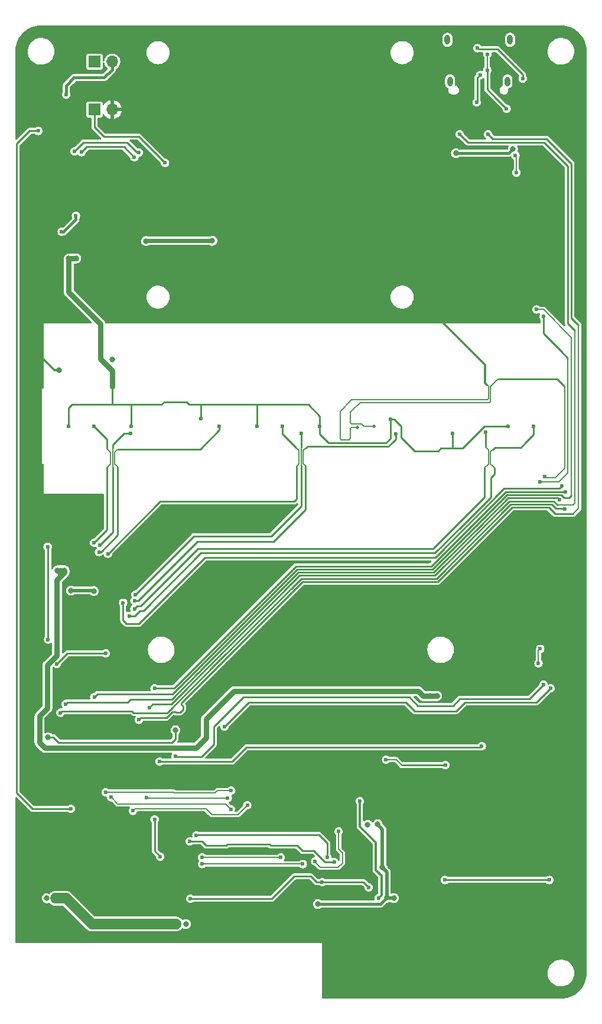
<source format=gbr>
G04 #@! TF.GenerationSoftware,KiCad,Pcbnew,6.0.9-8da3e8f707~117~ubuntu22.04.1*
G04 #@! TF.CreationDate,2023-01-10T09:45:36+01:00*
G04 #@! TF.ProjectId,qCamPCR,7143616d-5043-4522-9e6b-696361645f70,rev?*
G04 #@! TF.SameCoordinates,Original*
G04 #@! TF.FileFunction,Copper,L2,Bot*
G04 #@! TF.FilePolarity,Positive*
%FSLAX46Y46*%
G04 Gerber Fmt 4.6, Leading zero omitted, Abs format (unit mm)*
G04 Created by KiCad (PCBNEW 6.0.9-8da3e8f707~117~ubuntu22.04.1) date 2023-01-10 09:45:36*
%MOMM*%
%LPD*%
G01*
G04 APERTURE LIST*
G04 #@! TA.AperFunction,ComponentPad*
%ADD10O,0.800000X1.400000*%
G04 #@! TD*
G04 #@! TA.AperFunction,ComponentPad*
%ADD11R,1.700000X1.700000*%
G04 #@! TD*
G04 #@! TA.AperFunction,ComponentPad*
%ADD12O,1.700000X1.700000*%
G04 #@! TD*
G04 #@! TA.AperFunction,ViaPad*
%ADD13C,0.800000*%
G04 #@! TD*
G04 #@! TA.AperFunction,ViaPad*
%ADD14C,0.600000*%
G04 #@! TD*
G04 #@! TA.AperFunction,ViaPad*
%ADD15C,0.500000*%
G04 #@! TD*
G04 #@! TA.AperFunction,Conductor*
%ADD16C,0.127000*%
G04 #@! TD*
G04 #@! TA.AperFunction,Conductor*
%ADD17C,0.300000*%
G04 #@! TD*
G04 #@! TA.AperFunction,Conductor*
%ADD18C,0.152400*%
G04 #@! TD*
G04 #@! TA.AperFunction,Conductor*
%ADD19C,0.150000*%
G04 #@! TD*
G04 #@! TA.AperFunction,Conductor*
%ADD20C,0.800000*%
G04 #@! TD*
G04 #@! TA.AperFunction,Conductor*
%ADD21C,0.500000*%
G04 #@! TD*
G04 #@! TA.AperFunction,Conductor*
%ADD22C,0.250000*%
G04 #@! TD*
G04 #@! TA.AperFunction,Conductor*
%ADD23C,0.400000*%
G04 #@! TD*
G04 #@! TA.AperFunction,Conductor*
%ADD24C,0.600000*%
G04 #@! TD*
G04 #@! TA.AperFunction,Conductor*
%ADD25C,1.500000*%
G04 #@! TD*
G04 #@! TA.AperFunction,Conductor*
%ADD26C,0.200000*%
G04 #@! TD*
G04 #@! TA.AperFunction,Conductor*
%ADD27C,0.240000*%
G04 #@! TD*
G04 APERTURE END LIST*
D10*
X120990000Y-32350000D03*
X121350000Y-38300000D03*
X129610000Y-38300000D03*
X129970000Y-32350000D03*
D11*
X70409000Y-42342000D03*
D12*
X72949000Y-42342000D03*
D11*
X70409000Y-35484000D03*
D12*
X72949000Y-35484000D03*
D13*
X105588000Y-70917000D03*
X125527000Y-110668000D03*
X135627984Y-151181000D03*
X122876000Y-37389000D03*
X119828000Y-39802000D03*
X127178000Y-49581000D03*
X112511984Y-163728233D03*
X117761984Y-161228233D03*
X72511984Y-156228233D03*
D14*
X74511984Y-117478233D03*
D13*
X121336000Y-70028000D03*
X76261984Y-156978233D03*
X73011984Y-108478233D03*
X67622800Y-160825200D03*
X128464000Y-36500000D03*
X61011984Y-157478233D03*
X76011984Y-150228233D03*
X120256500Y-71806000D03*
X131385000Y-39929000D03*
X84382400Y-160375800D03*
X71618250Y-48707000D03*
X130511984Y-45728233D03*
X132261984Y-45728233D03*
X71298000Y-67964250D03*
X66471984Y-125178233D03*
X122241000Y-36754000D03*
X71298000Y-68980250D03*
X76011984Y-153728233D03*
X131385000Y-40818000D03*
X128761984Y-45728233D03*
X120082000Y-38786000D03*
X65511984Y-157978233D03*
X108011984Y-158978233D03*
X135814000Y-110668000D03*
X66919250Y-45532000D03*
X98761984Y-154228233D03*
X70511984Y-123478233D03*
X61011984Y-54478233D03*
X71761984Y-135228233D03*
X76378000Y-62662000D03*
X76061984Y-144388233D03*
X67742000Y-99365000D03*
X92684800Y-160655200D03*
X66726000Y-42342000D03*
X67261984Y-53728233D03*
X69511984Y-61978233D03*
X75261984Y-58978233D03*
X116510000Y-141402000D03*
X68261984Y-53728233D03*
X76378000Y-63551000D03*
D15*
X108086292Y-87828233D03*
D13*
X116357600Y-152120800D03*
X84963200Y-148564800D03*
X67742000Y-100381000D03*
X67742000Y-101397000D03*
X110511984Y-161728233D03*
X116510000Y-135052000D03*
X131369000Y-167818000D03*
X92227600Y-159232800D03*
X83761984Y-153228233D03*
X90348000Y-157454800D03*
X84701984Y-143918233D03*
X61011984Y-68728233D03*
X132943800Y-124345400D03*
X72451984Y-60698233D03*
X67241800Y-159301200D03*
X70409000Y-69742250D03*
X139691984Y-148895000D03*
X108011984Y-157978233D03*
X104761984Y-167978233D03*
X85525400Y-160375800D03*
X108011984Y-163728233D03*
X65329000Y-79680000D03*
X80511984Y-156978233D03*
X105261984Y-159228233D03*
X110511984Y-163728233D03*
X71618250Y-49850000D03*
X73261984Y-135228233D03*
X62281000Y-77267000D03*
X76759000Y-71647250D03*
X66218000Y-101397000D03*
X73801984Y-152038233D03*
X109271000Y-151562000D03*
X112065000Y-139243000D03*
X116510000Y-137465000D03*
X61011984Y-61978233D03*
X116511984Y-154868233D03*
X69011984Y-121978233D03*
X139761984Y-71728233D03*
X76759000Y-65297250D03*
X128464000Y-37516000D03*
X121082000Y-71171000D03*
X138619984Y-122209233D03*
X75997000Y-66059250D03*
X63761984Y-132228233D03*
X122199600Y-48590400D03*
X110972800Y-144704000D03*
X65511984Y-109228233D03*
X111684000Y-150901600D03*
X102421984Y-156128233D03*
X130378400Y-47980800D03*
X83493400Y-158978800D03*
X65111984Y-108328233D03*
X109550400Y-144754800D03*
X117511984Y-126328233D03*
X66111984Y-108328233D03*
X87300000Y-61138000D03*
X112293600Y-155219600D03*
X67011984Y-111228233D03*
X77761984Y-61158233D03*
X82011984Y-131228233D03*
X118511984Y-126328233D03*
X119511984Y-126328233D03*
X70293984Y-111287233D03*
X64824400Y-155295800D03*
X113309600Y-155270400D03*
X63554400Y-155295800D03*
X82096400Y-158978800D03*
D14*
X111125200Y-155270400D03*
X108432800Y-141402000D03*
X100254000Y-150393600D03*
X85826800Y-150393600D03*
X85826800Y-149428400D03*
X97104400Y-149428400D03*
X125162000Y-41326000D03*
X125670000Y-37389000D03*
X72001984Y-140108233D03*
X90001984Y-139878233D03*
X75891984Y-142768233D03*
X92301984Y-141968233D03*
X77861984Y-140868233D03*
X89491984Y-140938233D03*
X89951984Y-142538233D03*
X72771984Y-140818233D03*
X70357484Y-104365733D03*
X70300000Y-87698074D03*
X112192000Y-135433000D03*
X72011984Y-120228233D03*
X137411984Y-96228233D03*
X120624800Y-152679600D03*
X65011984Y-121728233D03*
X74511984Y-112978233D03*
X135577184Y-152679600D03*
X120675600Y-136220400D03*
X109701984Y-153728233D03*
X103048000Y-152984400D03*
X84150400Y-155372000D03*
X102032000Y-149987200D03*
X105384800Y-145720000D03*
X126686000Y-36690500D03*
X129464000Y-42215000D03*
X67554250Y-48326000D03*
X76761984Y-48478233D03*
X126720800Y-34417200D03*
X76124000Y-49200000D03*
X68570250Y-48453000D03*
X131766000Y-37897000D03*
X125298400Y-33553600D03*
X121686292Y-88728233D03*
D13*
X66726000Y-63678000D03*
D14*
X129700000Y-87698074D03*
X85636292Y-86628233D03*
X75700000Y-87698074D03*
D13*
X67791984Y-63638233D03*
D14*
X66700000Y-87698074D03*
X93700000Y-87698074D03*
X112791984Y-86698233D03*
X102700000Y-87698074D03*
X130861000Y-51359000D03*
X130734000Y-48946000D03*
X137761984Y-99577733D03*
X65511984Y-128728233D03*
X137011984Y-98228233D03*
X66261984Y-127478233D03*
D13*
X72949000Y-78156000D03*
D14*
X88300000Y-87665233D03*
X71055984Y-105699233D03*
X76262984Y-111795233D03*
X100011984Y-88681233D03*
X76135984Y-113827233D03*
X126427984Y-88554233D03*
X65710000Y-59868000D03*
X67742000Y-57582000D03*
X80511984Y-49978233D03*
X134761984Y-71978233D03*
X134290000Y-95682000D03*
X134925000Y-94920000D03*
D15*
X110421984Y-87698233D03*
D14*
X134290000Y-119570200D03*
X134036000Y-121653000D03*
X75538292Y-88681233D03*
X71182984Y-104683233D03*
X97298400Y-87697792D03*
X72325984Y-105953233D03*
X76135984Y-112684233D03*
X113581984Y-88828233D03*
X133300000Y-87698074D03*
X75373984Y-114843233D03*
X66345000Y-40183000D03*
X62347250Y-45405000D03*
X67011984Y-142478233D03*
X70367000Y-126478233D03*
X133761984Y-70978233D03*
X63689984Y-104937233D03*
X63761984Y-118228233D03*
X79742000Y-135708249D03*
X125908000Y-133528000D03*
X137911984Y-97128233D03*
X79832400Y-149326800D03*
X79011984Y-143978233D03*
X79011984Y-125228233D03*
X82011984Y-134978233D03*
X104775200Y-150088800D03*
X84048800Y-147142400D03*
X134761984Y-124728233D03*
X135761984Y-125228233D03*
X89011984Y-130728233D03*
X103759200Y-149428400D03*
X85014000Y-146278800D03*
X76761984Y-129728233D03*
X126808984Y-45882233D03*
X78261984Y-127978233D03*
X122744984Y-45882233D03*
D16*
X72174500Y-90903733D02*
X72735584Y-91464817D01*
X72735584Y-91464817D02*
X72735584Y-93097633D01*
X73561492Y-91167741D02*
X73762000Y-90967233D01*
X73294384Y-91434849D02*
X73294384Y-91588233D01*
X73561492Y-91167741D02*
X73294384Y-91434849D01*
X73592984Y-93377233D02*
X73294384Y-93078633D01*
X73592984Y-93377233D02*
X73722984Y-93507233D01*
X73294384Y-93078633D02*
X73294384Y-92808233D01*
X72458484Y-93374733D02*
X72198984Y-93634233D01*
X72723000Y-93110217D02*
X72458484Y-93374733D01*
D17*
X120256500Y-71806000D02*
X120256500Y-72758500D01*
X120256500Y-72758500D02*
X126352500Y-78854500D01*
X126352500Y-78854500D02*
X126352500Y-81488749D01*
X126352500Y-81488749D02*
X126601984Y-81738233D01*
D18*
X126847600Y-81983849D02*
X126601984Y-81738233D01*
X126847600Y-83751792D02*
X126847600Y-82132617D01*
X126847600Y-82132617D02*
X126847600Y-81983849D01*
D19*
X127436984Y-93373233D02*
X127697984Y-93634233D01*
X127152400Y-92782817D02*
X127152400Y-92638649D01*
X127152400Y-92638649D02*
X127152400Y-91524192D01*
X127436984Y-93373233D02*
X127152400Y-93088649D01*
X127152400Y-93088649D02*
X127152400Y-92638649D01*
D16*
X99505484Y-93251733D02*
X99376984Y-93380233D01*
X99505484Y-93251733D02*
X99732584Y-93024633D01*
X99732584Y-93024633D02*
X99732584Y-92835233D01*
X100646984Y-90840233D02*
X100291384Y-91195833D01*
X100291384Y-91195833D02*
X100291384Y-93024633D01*
X100291384Y-93024633D02*
X100646984Y-93380233D01*
X99249984Y-90713233D02*
X99488484Y-90951733D01*
X99488484Y-90951733D02*
X99732584Y-91195833D01*
X99732584Y-91195833D02*
X99732584Y-91491233D01*
D19*
X107211984Y-83928233D02*
X107491984Y-83928233D01*
X107111984Y-88718233D02*
X107111984Y-89408233D01*
X105591984Y-88718233D02*
X105591984Y-89078233D01*
X105591984Y-85548233D02*
X107211984Y-83928233D01*
X107111984Y-87978233D02*
X107111984Y-88718233D01*
D18*
X126847600Y-83294592D02*
X126847600Y-83751792D01*
D17*
X65329000Y-79680000D02*
X64694000Y-79680000D01*
D19*
X106911984Y-89608233D02*
X106121984Y-89608233D01*
X105591984Y-89488233D02*
X105616984Y-89513233D01*
X105711984Y-89608233D02*
X105616984Y-89513233D01*
X105591984Y-86088233D02*
X105591984Y-85548233D01*
X107111984Y-88718233D02*
X107111984Y-89258233D01*
D17*
X121082000Y-71171000D02*
X120891500Y-71171000D01*
D18*
X126847600Y-83751792D02*
X126711600Y-83887792D01*
D19*
X108086292Y-87828233D02*
X107261984Y-87828233D01*
X107261984Y-87828233D02*
X107111984Y-87978233D01*
X105591984Y-86088233D02*
X105591984Y-85928233D01*
X126671159Y-83928233D02*
X126711600Y-83887792D01*
X107111984Y-89408233D02*
X106911984Y-89608233D01*
X105591984Y-88718233D02*
X105591984Y-86088233D01*
X105591984Y-89078233D02*
X105591984Y-89218233D01*
X107436292Y-83928233D02*
X107491984Y-83928233D01*
D17*
X64694000Y-79680000D02*
X62281000Y-77267000D01*
D19*
X105591984Y-88718233D02*
X105591984Y-89488233D01*
X106121984Y-89608233D02*
X105711984Y-89608233D01*
X107491984Y-83928233D02*
X126671159Y-83928233D01*
D20*
X63659246Y-128080971D02*
X62511984Y-129228233D01*
D21*
X111684000Y-150901600D02*
X111684000Y-145415200D01*
D20*
X65511984Y-109228233D02*
X65011984Y-109728233D01*
D22*
X81511984Y-132978233D02*
X82011984Y-132478233D01*
D23*
X111379200Y-156134000D02*
X112293600Y-155219600D01*
D21*
X112293600Y-155219600D02*
X112293600Y-151511200D01*
X70234984Y-111228233D02*
X70293984Y-111287233D01*
D20*
X65511984Y-109228233D02*
X65511984Y-108728233D01*
X63261984Y-133728233D02*
X85011984Y-133728233D01*
X86386984Y-129603233D02*
X90361984Y-125628233D01*
X116811984Y-125628233D02*
X117511984Y-126328233D01*
D23*
X102427751Y-156134000D02*
X102421984Y-156128233D01*
D24*
X77782217Y-61138000D02*
X77761984Y-61158233D01*
D20*
X100611984Y-125628233D02*
X116811984Y-125628233D01*
D23*
X108566217Y-156134000D02*
X111379200Y-156134000D01*
D21*
X67011984Y-111228233D02*
X70234984Y-111228233D01*
D22*
X63761984Y-132228233D02*
X64511984Y-132228233D01*
D20*
X66111984Y-108328233D02*
X66111984Y-108628233D01*
D21*
X112293600Y-151511200D02*
X111684000Y-150901600D01*
X113309600Y-155270400D02*
X112344400Y-155270400D01*
D25*
X64824400Y-155295800D02*
X66348400Y-155295800D01*
D22*
X82011984Y-132478233D02*
X82011984Y-131228233D01*
D20*
X65011984Y-109728233D02*
X65011984Y-120522757D01*
X90361984Y-125628233D02*
X100611984Y-125628233D01*
D23*
X104776217Y-156134000D02*
X102427751Y-156134000D01*
D21*
X111684000Y-145415200D02*
X110972800Y-144704000D01*
D20*
X62511984Y-129228233D02*
X62511984Y-132978233D01*
D24*
X87300000Y-61138000D02*
X77782217Y-61138000D01*
D25*
X70031400Y-158978800D02*
X82096400Y-158978800D01*
D21*
X112344400Y-155270400D02*
X112293600Y-155219600D01*
D22*
X65261984Y-132978233D02*
X81511984Y-132978233D01*
D25*
X66348400Y-155295800D02*
X70031400Y-158978800D01*
D23*
X108566217Y-156134000D02*
X104776217Y-156134000D01*
D20*
X63659246Y-121875495D02*
X63659246Y-128080971D01*
X65511984Y-108728233D02*
X65111984Y-108328233D01*
X65011984Y-120522757D02*
X63659246Y-121875495D01*
X66111984Y-108628233D02*
X65511984Y-109228233D01*
D22*
X64511984Y-132228233D02*
X65261984Y-132978233D01*
D20*
X65111984Y-108328233D02*
X66111984Y-108328233D01*
X86386984Y-132353233D02*
X86386984Y-129603233D01*
X118511984Y-126328233D02*
X119511984Y-126328233D01*
X85011984Y-133728233D02*
X86386984Y-132353233D01*
D23*
X129768800Y-48590400D02*
X130378400Y-47980800D01*
X122199600Y-48590400D02*
X129768800Y-48590400D01*
D20*
X62511984Y-132978233D02*
X63261984Y-133728233D01*
X118511984Y-126328233D02*
X117511984Y-126328233D01*
D17*
X111531600Y-152070000D02*
X110718800Y-151257200D01*
X110718800Y-151257200D02*
X110718800Y-147294800D01*
X108432800Y-145008800D02*
X108432800Y-141402000D01*
X110718800Y-147294800D02*
X108432800Y-145008800D01*
X111125200Y-155270400D02*
X111531600Y-154864000D01*
X111531600Y-154864000D02*
X111531600Y-152070000D01*
D18*
X100254000Y-150393600D02*
X85826800Y-150393600D01*
X97104400Y-149428400D02*
X85826800Y-149428400D01*
D22*
X125289000Y-37770000D02*
X125289000Y-41326000D01*
X125670000Y-37389000D02*
X125289000Y-37770000D01*
D18*
X88041984Y-139878233D02*
X87721984Y-140198233D01*
X90001984Y-139878233D02*
X88041984Y-139878233D01*
X81761984Y-140088233D02*
X72021984Y-140088233D01*
X81871984Y-140198233D02*
X81761984Y-140088233D01*
X72021984Y-140088233D02*
X72001984Y-140108233D01*
X87721984Y-140198233D02*
X81871984Y-140198233D01*
X89911984Y-143298233D02*
X90971984Y-143298233D01*
X87411984Y-143298233D02*
X87221984Y-143298233D01*
X76191984Y-142468233D02*
X75891984Y-142768233D01*
X86391984Y-142468233D02*
X76191984Y-142468233D01*
X87221984Y-143298233D02*
X86391984Y-142468233D01*
X90971984Y-143298233D02*
X92301984Y-141968233D01*
X89911984Y-143298233D02*
X87411984Y-143298233D01*
X90521984Y-143298233D02*
X89911984Y-143298233D01*
X89491984Y-140938233D02*
X77931984Y-140938233D01*
X77931984Y-140938233D02*
X77861984Y-140868233D01*
X77881984Y-141768233D02*
X77271984Y-141768233D01*
X89951984Y-142538233D02*
X89181984Y-141768233D01*
X73721984Y-141768233D02*
X72771984Y-140818233D01*
X85071984Y-141768233D02*
X77881984Y-141768233D01*
X89181984Y-141768233D02*
X85071984Y-141768233D01*
X77881984Y-141768233D02*
X73721984Y-141768233D01*
D22*
X70300000Y-87698074D02*
X72174500Y-89572574D01*
X72174500Y-89572574D02*
X72174500Y-90903733D01*
X72198984Y-93634233D02*
X72198984Y-102524233D01*
X72198984Y-102524233D02*
X70357484Y-104365733D01*
X114427200Y-136220400D02*
X120675600Y-136220400D01*
X95834400Y-155372000D02*
X84150400Y-155372000D01*
D18*
X113639800Y-135433000D02*
X114427200Y-136220400D01*
D22*
X103048000Y-152984400D02*
X102235200Y-152984400D01*
X74511984Y-115478233D02*
X74511984Y-112978233D01*
X103048000Y-152984400D02*
X108495817Y-152984400D01*
X76761984Y-115978233D02*
X75011984Y-115978233D01*
X108958151Y-152984400D02*
X109701984Y-153728233D01*
D18*
X112192000Y-135433000D02*
X113639800Y-135433000D01*
D22*
X129111984Y-96628233D02*
X119261984Y-106478233D01*
X75011984Y-115978233D02*
X74511984Y-115478233D01*
X135577184Y-152679600D02*
X120624800Y-152679600D01*
X66511984Y-120228233D02*
X72011984Y-120228233D01*
X119261984Y-106478233D02*
X86261984Y-106478233D01*
X99034800Y-152171600D02*
X95834400Y-155372000D01*
X86261984Y-106478233D02*
X76761984Y-115978233D01*
X137411984Y-96228233D02*
X137011984Y-96628233D01*
X137011984Y-96628233D02*
X129111984Y-96628233D01*
X65011984Y-121728233D02*
X66511984Y-120228233D01*
X108495817Y-152984400D02*
X108958151Y-152984400D01*
X101422400Y-152171600D02*
X99034800Y-152171600D01*
X108495817Y-152984400D02*
X108788400Y-152984400D01*
X102235200Y-152984400D02*
X101422400Y-152171600D01*
D18*
X105384800Y-145720000D02*
X105384800Y-148260000D01*
X105334000Y-150850800D02*
X102794000Y-150850800D01*
X102032000Y-150088800D02*
X102032000Y-149987200D01*
X105943600Y-148818800D02*
X105943600Y-150241200D01*
X105384800Y-148260000D02*
X105943600Y-148818800D01*
X102794000Y-150850800D02*
X102032000Y-150088800D01*
X105943600Y-150241200D02*
X105334000Y-150850800D01*
D22*
X75062500Y-47056000D02*
X76444500Y-48438000D01*
X126686000Y-36690500D02*
X126686000Y-39437000D01*
X128003500Y-40754500D02*
X129464000Y-42215000D01*
X74458000Y-47056000D02*
X74920250Y-47056000D01*
X74458000Y-47056000D02*
X75062500Y-47056000D01*
D18*
X126686000Y-36690500D02*
X126686000Y-34452000D01*
X126686000Y-34452000D02*
X126720800Y-34417200D01*
D22*
X126686000Y-39437000D02*
X128003500Y-40754500D01*
X68824250Y-47056000D02*
X74458000Y-47056000D01*
X67554250Y-48326000D02*
X68824250Y-47056000D01*
X131766000Y-37897000D02*
X131766000Y-37328800D01*
X74615000Y-47691000D02*
X74361000Y-47691000D01*
X128244800Y-33807600D02*
X128143200Y-33706000D01*
X128143200Y-33706000D02*
X126111200Y-33706000D01*
X73823000Y-47691000D02*
X74158250Y-47691000D01*
X125450800Y-33706000D02*
X125298400Y-33553600D01*
X68570250Y-48453000D02*
X69332250Y-47691000D01*
X73823000Y-47691000D02*
X74361000Y-47691000D01*
X131766000Y-37328800D02*
X128244800Y-33807600D01*
X69332250Y-47691000D02*
X73823000Y-47691000D01*
X76124000Y-49200000D02*
X74615000Y-47691000D01*
X126111200Y-33706000D02*
X125450800Y-33706000D01*
X103968984Y-90098233D02*
X102700000Y-88829249D01*
X113346984Y-86649233D02*
X112840984Y-86649233D01*
X121686292Y-88878233D02*
X121686292Y-90778233D01*
X123136292Y-90828233D02*
X126286292Y-87678233D01*
X112161984Y-90098233D02*
X103968984Y-90098233D01*
X85716000Y-84573592D02*
X93690933Y-84573592D01*
X102708600Y-86249992D02*
X102708600Y-87697792D01*
D20*
X72990600Y-79721600D02*
X72990600Y-82007600D01*
D22*
X93700000Y-87698074D02*
X93700000Y-84582659D01*
X112840984Y-86649233D02*
X112791984Y-86698233D01*
D20*
X66726000Y-63678000D02*
X67752217Y-63678000D01*
D22*
X114362984Y-87665233D02*
X114362984Y-89292233D01*
X80001000Y-84573592D02*
X80382000Y-84192592D01*
X85716000Y-84573592D02*
X85590933Y-84573592D01*
D20*
X66726000Y-63678000D02*
X66726000Y-68504000D01*
D22*
X83582400Y-84192592D02*
X83963400Y-84573592D01*
D20*
X66726000Y-68504000D02*
X71298000Y-73076000D01*
D22*
X126286292Y-87678233D02*
X129680159Y-87678233D01*
D20*
X67752217Y-63678000D02*
X67791984Y-63638233D01*
D22*
X72990600Y-84573592D02*
X67199399Y-84573592D01*
X112791984Y-86698233D02*
X112791984Y-89468233D01*
X80382000Y-84192592D02*
X83582400Y-84192592D01*
D20*
X71298000Y-73076000D02*
X71298000Y-78029000D01*
D22*
X121736292Y-90828233D02*
X123136292Y-90828233D01*
X129680159Y-87678233D02*
X129700000Y-87698074D01*
X85636292Y-86628233D02*
X85636292Y-84618951D01*
X121686292Y-90778233D02*
X121736292Y-90828233D01*
X72990600Y-84573592D02*
X80001000Y-84573592D01*
X102700000Y-88829249D02*
X102700000Y-87698074D01*
X112791984Y-89468233D02*
X112161984Y-90098233D01*
X72990600Y-80763592D02*
X72990600Y-82007600D01*
X93690933Y-84573592D02*
X101032200Y-84573592D01*
X120065984Y-90828233D02*
X121736292Y-90828233D01*
X93700000Y-84582659D02*
X93690933Y-84573592D01*
X101032200Y-84573592D02*
X102708600Y-86249992D01*
X75700000Y-87698074D02*
X75700000Y-84573592D01*
X114362984Y-89292233D02*
X116291984Y-91221233D01*
X113346984Y-86649233D02*
X114362984Y-87665233D01*
X116291984Y-91221233D02*
X119672984Y-91221233D01*
X83963400Y-84573592D02*
X85590933Y-84573592D01*
X85636292Y-84618951D02*
X85590933Y-84573592D01*
X66700000Y-85072991D02*
X67199399Y-84573592D01*
X119672984Y-91221233D02*
X120065984Y-90828233D01*
X72990600Y-82007600D02*
X72990600Y-84573592D01*
D20*
X71298000Y-78029000D02*
X72990600Y-79721600D01*
D22*
X66700000Y-87698074D02*
X66700000Y-85072991D01*
D18*
X130734000Y-48946000D02*
X130861000Y-49073000D01*
X130861000Y-49073000D02*
X130861000Y-51359000D01*
D22*
X136511984Y-99478233D02*
X135911984Y-98878233D01*
X87784776Y-121751025D02*
X80807568Y-128728233D01*
X80761984Y-128728233D02*
X80511984Y-128728233D01*
X75761984Y-128478233D02*
X65761984Y-128478233D01*
X137662484Y-99478233D02*
X136511984Y-99478233D01*
X100007568Y-109528233D02*
X87784776Y-121751025D01*
X130043964Y-98878233D02*
X119393964Y-109528233D01*
X135911984Y-98878233D02*
X130043964Y-98878233D01*
X76011984Y-128728233D02*
X75761984Y-128478233D01*
X80807568Y-128728233D02*
X80511984Y-128728233D01*
X80511984Y-128728233D02*
X76011984Y-128728233D01*
X87409776Y-122126025D02*
X87284776Y-122251025D01*
X137761984Y-99577733D02*
X137662484Y-99478233D01*
X119393964Y-109528233D02*
X100007568Y-109528233D01*
X65761984Y-128478233D02*
X65511984Y-128728233D01*
X120716578Y-106932827D02*
X119021172Y-108628233D01*
X125591578Y-102057827D02*
X129671172Y-97978233D01*
X66511984Y-127228233D02*
X66261984Y-127478233D01*
X81461984Y-126778233D02*
X75586984Y-126778233D01*
X125591578Y-102057827D02*
X120716578Y-106932827D01*
X75136984Y-127228233D02*
X66511984Y-127228233D01*
X85273380Y-122989629D02*
X85261984Y-123001025D01*
X85648380Y-122614629D02*
X85273380Y-122989629D01*
X85250588Y-122989629D02*
X81461984Y-126778233D01*
X85273380Y-122989629D02*
X85250588Y-122989629D01*
X99634776Y-108628233D02*
X96648380Y-111614629D01*
X96648380Y-111614629D02*
X85648380Y-122614629D01*
X119021172Y-108628233D02*
X114011984Y-108628233D01*
X136761984Y-97978233D02*
X137011984Y-98228233D01*
X75586984Y-126778233D02*
X75136984Y-127228233D01*
X129671172Y-97978233D02*
X136761984Y-97978233D01*
X114011984Y-108628233D02*
X99634776Y-108628233D01*
X71309984Y-105699233D02*
X73722984Y-103286233D01*
X85571292Y-90967233D02*
X73762000Y-90967233D01*
X71055984Y-105699233D02*
X71309984Y-105699233D01*
D16*
X73291984Y-93061249D02*
X73291984Y-91452233D01*
D22*
X73722984Y-103286233D02*
X73722984Y-93507233D01*
X88300000Y-88238525D02*
X85571292Y-90967233D01*
X88300000Y-87665233D02*
X88300000Y-88238525D01*
X100011984Y-99095233D02*
X95693984Y-103413233D01*
X100011984Y-93403233D02*
X100011984Y-99095233D01*
X100011984Y-90078233D02*
X100011984Y-90713233D01*
X84644984Y-103413233D02*
X76262984Y-111795233D01*
X100011984Y-90332233D02*
X100011984Y-90078233D01*
X100011984Y-90078233D02*
X100011984Y-88681233D01*
D16*
X100011984Y-93380233D02*
X100011984Y-90736233D01*
D22*
X95693984Y-103413233D02*
X84644984Y-103413233D01*
D19*
X126847600Y-93087617D02*
X126300984Y-93634233D01*
X126847600Y-91119008D02*
X126847600Y-93087617D01*
D22*
X77024984Y-113446233D02*
X76516984Y-113446233D01*
X76516984Y-113446233D02*
X76008984Y-113954233D01*
X126300984Y-93634233D02*
X126300984Y-97825233D01*
X126427984Y-88554233D02*
X126427984Y-90699392D01*
X126300984Y-97825233D02*
X118897984Y-105228233D01*
X85252484Y-105218733D02*
X77024984Y-113446233D01*
X118897984Y-105228233D02*
X85261984Y-105228233D01*
D19*
X126427984Y-90699392D02*
X126847600Y-91119008D01*
D18*
X65710000Y-59868000D02*
X65964000Y-59868000D01*
D23*
X67742000Y-58090000D02*
X67742000Y-57582000D01*
X65964000Y-59868000D02*
X67742000Y-58090000D01*
D26*
X136958217Y-95682000D02*
X134290000Y-95682000D01*
X138261984Y-77941733D02*
X138261984Y-94378233D01*
D22*
X134761984Y-74441733D02*
X137280234Y-76959983D01*
X70409000Y-44875249D02*
X71511984Y-45978233D01*
D27*
X136845610Y-76525359D02*
X137280234Y-76959983D01*
D22*
X71511984Y-45978233D02*
X71761984Y-46228233D01*
X71761984Y-46228233D02*
X74761984Y-46228233D01*
X76761984Y-46228233D02*
X80511984Y-49978233D01*
X70409000Y-42342000D02*
X70409000Y-44875249D01*
X74761984Y-46228233D02*
X76761984Y-46228233D01*
D26*
X138261984Y-94378233D02*
X136958217Y-95682000D01*
D22*
X134761984Y-71978233D02*
X134761984Y-74441733D01*
D27*
X137280234Y-76959983D02*
X138261984Y-77941733D01*
D22*
X136667251Y-80886500D02*
X137730984Y-81950233D01*
D19*
X108486292Y-84278233D02*
X127083159Y-84278233D01*
X107271984Y-87358233D02*
X108666292Y-87358233D01*
X108666292Y-87358233D02*
X108864138Y-87556079D01*
X127083159Y-84278233D02*
X127152400Y-84208992D01*
X107319138Y-85445387D02*
X108486292Y-84278233D01*
D26*
X137761984Y-93678233D02*
X136411984Y-95028233D01*
D18*
X127152400Y-81991600D02*
X128257500Y-80886500D01*
D22*
X128257500Y-80886500D02*
X136667251Y-80886500D01*
D19*
X107271984Y-87338233D02*
X107259138Y-87351079D01*
X110421825Y-87698074D02*
X109006133Y-87698074D01*
X127152400Y-82055100D02*
X127152400Y-83904192D01*
X110421984Y-87698233D02*
X110421825Y-87698074D01*
X107101984Y-85662541D02*
X107319138Y-85445387D01*
D26*
X137761984Y-81928233D02*
X137761984Y-93678233D01*
X135033233Y-95028233D02*
X134925000Y-94920000D01*
D19*
X107101984Y-87193925D02*
X107101984Y-85662541D01*
X109006133Y-87698074D02*
X108864138Y-87556079D01*
D26*
X136411984Y-95028233D02*
X135033233Y-95028233D01*
D19*
X108864138Y-87556079D02*
X108739138Y-87431079D01*
X107259138Y-87351079D02*
X107101984Y-87193925D01*
D18*
X127152400Y-83904192D02*
X127152400Y-84208992D01*
X127152400Y-82055100D02*
X127152400Y-81991600D01*
X134036000Y-119824200D02*
X134290000Y-119570200D01*
X134036000Y-121653000D02*
X134036000Y-119824200D01*
D22*
X71182984Y-104683233D02*
X73000000Y-102866217D01*
D16*
X73014984Y-90840233D02*
X73014984Y-93546249D01*
D22*
X74651000Y-88681233D02*
X73000000Y-90332233D01*
X75538292Y-88681233D02*
X74776292Y-88681233D01*
X74776292Y-88681233D02*
X74651000Y-88681233D01*
X73000000Y-102866217D02*
X73000000Y-93546249D01*
X73000000Y-90332233D02*
X73000000Y-90840233D01*
D16*
X73000000Y-93546249D02*
X73000000Y-93849217D01*
D22*
X98991984Y-98478233D02*
X99376984Y-98093233D01*
D16*
X99734984Y-91221233D02*
X99734984Y-92999233D01*
D22*
X97298400Y-87697792D02*
X97298400Y-88761649D01*
X79800984Y-98478233D02*
X98991984Y-98478233D01*
X99376984Y-94015233D02*
X99376984Y-93761233D01*
X72325984Y-105953233D02*
X79800984Y-98478233D01*
D16*
X99376984Y-93380233D02*
X99376984Y-93507233D01*
D22*
X99376984Y-94015233D02*
X99376984Y-93380233D01*
X97298400Y-88761649D02*
X99249984Y-90713233D01*
X99376984Y-98093233D02*
X99376984Y-94015233D01*
X112501984Y-90608233D02*
X100878984Y-90608233D01*
X76643984Y-112684233D02*
X85152984Y-104175233D01*
X100646984Y-99603233D02*
X100646984Y-93380233D01*
X113161984Y-89948233D02*
X112777984Y-90332233D01*
X100878984Y-90608233D02*
X100865484Y-90621733D01*
D16*
X100311984Y-93045233D02*
X100646984Y-93380233D01*
D22*
X85152984Y-104175233D02*
X96074984Y-104175233D01*
X96074984Y-104175233D02*
X100646984Y-99603233D01*
X76008984Y-112684233D02*
X76643984Y-112684233D01*
X113581984Y-89528233D02*
X113161984Y-89948233D01*
X100865484Y-90621733D02*
X100646984Y-90840233D01*
X113581984Y-88828233D02*
X113581984Y-89528233D01*
X113161984Y-89948233D02*
X112501984Y-90608233D01*
X132142984Y-90078233D02*
X131507984Y-90713233D01*
D19*
X127152400Y-92989400D02*
X127152400Y-92782817D01*
D22*
X123125984Y-101889233D02*
X127189984Y-97825233D01*
X133300000Y-87698074D02*
X133300000Y-88921217D01*
X127697984Y-94523233D02*
X127697984Y-93634233D01*
D18*
X127152400Y-91371792D02*
X127246472Y-91277721D01*
D22*
X118680984Y-105826233D02*
X118807984Y-105826233D01*
X133300000Y-88921217D02*
X132142984Y-90078233D01*
X77405984Y-114081233D02*
X76897984Y-114081233D01*
X127189984Y-95031233D02*
X127697984Y-94523233D01*
X127824984Y-90713233D02*
X127570984Y-90967233D01*
D18*
X127246472Y-91277721D02*
X127321200Y-91202992D01*
D19*
X127152400Y-92782817D02*
X127152400Y-93088649D01*
D22*
X128078984Y-90713233D02*
X127824984Y-90713233D01*
D18*
X127246472Y-91277721D02*
X127556960Y-90967233D01*
D22*
X85660984Y-105826233D02*
X77405984Y-114081233D01*
X119188984Y-105826233D02*
X123125984Y-101889233D01*
X118680984Y-105826233D02*
X85660984Y-105826233D01*
D18*
X127152400Y-91524192D02*
X127152400Y-91371792D01*
D22*
X76897984Y-114081233D02*
X76135984Y-114843233D01*
X118680984Y-105826233D02*
X119188984Y-105826233D01*
X76135984Y-114843233D02*
X75373984Y-114843233D01*
X127189984Y-97825233D02*
X127189984Y-95031233D01*
D18*
X127556960Y-90967233D02*
X127570984Y-90967233D01*
D22*
X131507984Y-90713233D02*
X128078984Y-90713233D01*
D23*
X68885000Y-37770000D02*
X71806000Y-37770000D01*
X66345000Y-40183000D02*
X66345000Y-38913000D01*
X67488000Y-37770000D02*
X68885000Y-37770000D01*
X72949000Y-36627000D02*
X72949000Y-35484000D01*
X71806000Y-37770000D02*
X72949000Y-36627000D01*
X66345000Y-38913000D02*
X67488000Y-37770000D01*
D22*
X59261984Y-116978233D02*
X59261984Y-136978233D01*
X61438751Y-45405000D02*
X61085217Y-45405000D01*
X59261984Y-136978233D02*
X59261984Y-140228233D01*
X61511984Y-142478233D02*
X67011984Y-142478233D01*
X62347250Y-45405000D02*
X61438751Y-45405000D01*
X59261984Y-47228233D02*
X59261984Y-116978233D01*
X61438751Y-45405000D02*
X61335217Y-45405000D01*
X59261984Y-140228233D02*
X61511984Y-142478233D01*
X59261984Y-136978233D02*
X59261984Y-138228233D01*
X61085217Y-45405000D02*
X59261984Y-47228233D01*
X138761984Y-97578233D02*
X138561984Y-97778233D01*
X137711984Y-97978233D02*
X137261984Y-97528233D01*
X133961984Y-97528233D02*
X129484776Y-97528233D01*
X70798802Y-126046431D02*
X70367000Y-126478233D01*
X81580182Y-126046431D02*
X70798802Y-126046431D01*
X118834776Y-108178233D02*
X99448380Y-108178233D01*
X138561984Y-97778233D02*
X138411984Y-97928233D01*
X129484776Y-97528233D02*
X118834776Y-108178233D01*
D26*
X133761984Y-70978233D02*
X134761984Y-70978233D01*
D22*
X137261984Y-97528233D02*
X133961984Y-97528233D01*
X99448380Y-108178233D02*
X81580182Y-126046431D01*
D26*
X138761984Y-74978233D02*
X138761984Y-97578233D01*
X134761984Y-70978233D02*
X138761984Y-74978233D01*
D22*
X138361984Y-97978233D02*
X138011984Y-97978233D01*
X133961984Y-97528233D02*
X133461984Y-97528233D01*
X138011984Y-97978233D02*
X137711984Y-97978233D01*
X138561984Y-97778233D02*
X138361984Y-97978233D01*
X63761984Y-118228233D02*
X63761984Y-105009233D01*
X63761984Y-105009233D02*
X63689984Y-104937233D01*
D18*
X125781000Y-133401000D02*
X125908000Y-133528000D01*
D22*
X91115518Y-134728233D02*
X91813751Y-134030000D01*
X91813751Y-134030000D02*
X90115518Y-135728233D01*
X79761984Y-135728233D02*
X79742000Y-135708249D01*
X92188751Y-133655000D02*
X125781000Y-133655000D01*
X125781000Y-133655000D02*
X125908000Y-133528000D01*
X90115518Y-135728233D02*
X79761984Y-135728233D01*
X91813751Y-134030000D02*
X92188751Y-133655000D01*
X137861984Y-97078233D02*
X129298380Y-97078233D01*
X79011984Y-125228233D02*
X81761984Y-125228233D01*
X79011984Y-148506384D02*
X79011984Y-143978233D01*
X81761984Y-125228233D02*
X81886984Y-125103233D01*
X118648380Y-107728233D02*
X99261984Y-107728233D01*
X129298380Y-97078233D02*
X118648380Y-107728233D01*
X137911984Y-97128233D02*
X137861984Y-97078233D01*
X99261984Y-107728233D02*
X81886984Y-125103233D01*
X79832400Y-149326800D02*
X79011984Y-148506384D01*
X91761984Y-126478233D02*
X115511984Y-126478233D01*
X85742000Y-134998217D02*
X82031968Y-134998217D01*
X95682000Y-147752000D02*
X95529600Y-147599600D01*
X122761984Y-126728233D02*
X132761984Y-126728233D01*
X89433600Y-147599600D02*
X89281200Y-147752000D01*
X86436400Y-147752000D02*
X85826800Y-147142400D01*
X101854200Y-148488600D02*
X100177800Y-148488600D01*
X89281200Y-147752000D02*
X86436400Y-147752000D01*
X104775200Y-150088800D02*
X104318000Y-150088800D01*
X82031968Y-134998217D02*
X82011984Y-134978233D01*
X95529600Y-147599600D02*
X89433600Y-147599600D01*
X121761984Y-127728233D02*
X122761984Y-126728233D01*
X85826800Y-147142400D02*
X84048800Y-147142400D01*
X116761984Y-127728233D02*
X121761984Y-127728233D01*
X99441200Y-147752000D02*
X95682000Y-147752000D01*
X103454400Y-150088800D02*
X101854200Y-148488600D01*
X87511984Y-130728233D02*
X91761984Y-126478233D01*
X87511984Y-133228233D02*
X85742000Y-134998217D01*
X100177800Y-148488600D02*
X99441200Y-147752000D01*
X104775200Y-150088800D02*
X103454400Y-150088800D01*
X115511984Y-126478233D02*
X116761984Y-127728233D01*
X87511984Y-130728233D02*
X87511984Y-133228233D01*
X132761984Y-126728233D02*
X134761984Y-124728233D01*
X122261984Y-128478233D02*
X123511984Y-127228233D01*
X115011984Y-127228233D02*
X116261984Y-128478233D01*
X102590800Y-146228000D02*
X103759200Y-147396400D01*
X103759200Y-147396400D02*
X103759200Y-149428400D01*
X117511984Y-128478233D02*
X122261984Y-128478233D01*
X123511984Y-127228233D02*
X133761984Y-127228233D01*
X89011984Y-130728233D02*
X92511984Y-127228233D01*
X84861600Y-146228000D02*
X102590800Y-146228000D01*
X117261984Y-128478233D02*
X121261984Y-128478233D01*
X116261984Y-128478233D02*
X117261984Y-128478233D01*
X133761984Y-127228233D02*
X135761984Y-125228233D01*
X92511984Y-127228233D02*
X115011984Y-127228233D01*
X82109484Y-128690733D02*
X82649484Y-128690733D01*
X134682984Y-46517233D02*
X135063984Y-46517233D01*
X135190984Y-46517233D02*
X135063984Y-46517233D01*
D26*
X139761984Y-99478233D02*
X139761984Y-73228233D01*
D22*
X138746984Y-71963233D02*
X138746984Y-50073233D01*
X138746984Y-71963233D02*
X138746984Y-72213233D01*
X100193964Y-109978233D02*
X119580360Y-109978233D01*
X76761984Y-129728233D02*
X77045994Y-129444223D01*
X81977984Y-128559233D02*
X82109484Y-128690733D01*
D26*
X139011984Y-100228233D02*
X139761984Y-99478233D01*
D22*
X127443984Y-46517233D02*
X134682984Y-46517233D01*
X136411984Y-100228233D02*
X139011984Y-100228233D01*
X81596984Y-128559233D02*
X81977984Y-128559233D01*
X130230360Y-99328233D02*
X135511984Y-99328233D01*
X82649484Y-128690733D02*
X83074484Y-128265733D01*
X80711994Y-129444223D02*
X81596984Y-128559233D01*
X126808984Y-45882233D02*
X127443984Y-46517233D01*
X77045994Y-129444223D02*
X80711994Y-129444223D01*
X83074484Y-127750733D02*
X82866984Y-127543233D01*
X138746984Y-50073233D02*
X135190984Y-46517233D01*
X119580360Y-109978233D02*
X130230360Y-99328233D01*
X135511984Y-99328233D02*
X136411984Y-100228233D01*
X82866984Y-127543233D02*
X82866984Y-127305213D01*
X83074484Y-128265733D02*
X83074484Y-127750733D01*
X138746984Y-72213233D02*
X139761984Y-73228233D01*
X82866984Y-127305213D02*
X100193964Y-109978233D01*
D26*
X136762484Y-98977733D02*
X136761984Y-98978233D01*
D22*
X138238984Y-72951733D02*
X139261984Y-73974733D01*
X78732390Y-127507827D02*
X78261984Y-127978233D01*
D26*
X139011484Y-98977733D02*
X136762484Y-98977733D01*
X139261984Y-98728233D02*
X139011984Y-98978233D01*
D22*
X119207568Y-109078233D02*
X99821172Y-109078233D01*
X122744984Y-45882233D02*
X123887984Y-47025233D01*
X123887984Y-47025233D02*
X134809984Y-47025233D01*
X81391578Y-127507827D02*
X78732390Y-127507827D01*
X134809984Y-47025233D02*
X138238984Y-50454233D01*
X138238984Y-50454233D02*
X138238984Y-72951733D01*
D26*
X139261984Y-73974733D02*
X139261984Y-98728233D01*
D22*
X136211984Y-98428233D02*
X129857568Y-98428233D01*
X99821172Y-109078233D02*
X81391578Y-127507827D01*
D26*
X139011984Y-98978233D02*
X139011484Y-98977733D01*
D22*
X129857568Y-98428233D02*
X119207568Y-109078233D01*
X136761984Y-98978233D02*
X136211984Y-98428233D01*
G04 #@! TA.AperFunction,Conductor*
G36*
X137240738Y-30278928D02*
G01*
X137254170Y-30281296D01*
X137265024Y-30279382D01*
X137272661Y-30279382D01*
X137288865Y-30278364D01*
X137609359Y-30294107D01*
X137621646Y-30295317D01*
X137967293Y-30346587D01*
X137979411Y-30348997D01*
X137980799Y-30349345D01*
X138318359Y-30433898D01*
X138330192Y-30437487D01*
X138659188Y-30555204D01*
X138670612Y-30559936D01*
X138986482Y-30709331D01*
X138997387Y-30715160D01*
X139297088Y-30894795D01*
X139307370Y-30901665D01*
X139588030Y-31109820D01*
X139597588Y-31117665D01*
X139834295Y-31332206D01*
X139854816Y-31350805D01*
X139856476Y-31352310D01*
X139865220Y-31361053D01*
X140099882Y-31619967D01*
X140107726Y-31629526D01*
X140315863Y-31910174D01*
X140322733Y-31920455D01*
X140502374Y-32220176D01*
X140508202Y-32231082D01*
X140564571Y-32350269D01*
X140657591Y-32546950D01*
X140662315Y-32558356D01*
X140719979Y-32719523D01*
X140780026Y-32887354D01*
X140783616Y-32899187D01*
X140868513Y-33238143D01*
X140870925Y-33250270D01*
X140885854Y-33350929D01*
X140915914Y-33553600D01*
X140922189Y-33595911D01*
X140923400Y-33608217D01*
X140928013Y-33702174D01*
X140939150Y-33928984D01*
X140938183Y-33944383D01*
X140938183Y-33952536D01*
X140936269Y-33963390D01*
X140938183Y-33974246D01*
X140938183Y-33974247D01*
X140938991Y-33978830D01*
X140940905Y-34000706D01*
X140940905Y-165956466D01*
X140938991Y-165978346D01*
X140936092Y-165994787D01*
X140938006Y-166005641D01*
X140938006Y-166013284D01*
X140939024Y-166029480D01*
X140923281Y-166349950D01*
X140922069Y-166362256D01*
X140870802Y-166707874D01*
X140868390Y-166720001D01*
X140783494Y-167058929D01*
X140779905Y-167070762D01*
X140662194Y-167399743D01*
X140657462Y-167411167D01*
X140508073Y-167727023D01*
X140502244Y-167737928D01*
X140322614Y-168037622D01*
X140315744Y-168047903D01*
X140107613Y-168328535D01*
X140099769Y-168338094D01*
X139865115Y-168596994D01*
X139856371Y-168605737D01*
X139597486Y-168840375D01*
X139587928Y-168848219D01*
X139307285Y-169056357D01*
X139297009Y-169063224D01*
X138997302Y-169242859D01*
X138986422Y-169248675D01*
X138670539Y-169398074D01*
X138659132Y-169402799D01*
X138330145Y-169520510D01*
X138318313Y-169524099D01*
X138232472Y-169545600D01*
X137979377Y-169608995D01*
X137967263Y-169611405D01*
X137621633Y-169662672D01*
X137609341Y-169663882D01*
X137288782Y-169679628D01*
X137272807Y-169678625D01*
X137265028Y-169678625D01*
X137254170Y-169676710D01*
X137243314Y-169678624D01*
X137242345Y-169678795D01*
X137238730Y-169679432D01*
X137216854Y-169681346D01*
X103118000Y-169681346D01*
X103049879Y-169661344D01*
X103003386Y-169607688D01*
X102992000Y-169555346D01*
X102992000Y-166043233D01*
X135344906Y-166043233D01*
X135371102Y-166317792D01*
X135436657Y-166585694D01*
X135540199Y-166841326D01*
X135542500Y-166845256D01*
X135542503Y-166845262D01*
X135677255Y-167075403D01*
X135677260Y-167075410D01*
X135679558Y-167079335D01*
X135682405Y-167082895D01*
X135800028Y-167229974D01*
X135851816Y-167294732D01*
X136053364Y-167483008D01*
X136279979Y-167640216D01*
X136284055Y-167642244D01*
X136284057Y-167642245D01*
X136522827Y-167761032D01*
X136522830Y-167761033D01*
X136526914Y-167763065D01*
X136788998Y-167848980D01*
X136793489Y-167849760D01*
X136793490Y-167849760D01*
X137056957Y-167895506D01*
X137056965Y-167895507D01*
X137060738Y-167896162D01*
X137064575Y-167896353D01*
X137146305Y-167900422D01*
X137146313Y-167900422D01*
X137147876Y-167900500D01*
X137320070Y-167900500D01*
X137322338Y-167900335D01*
X137322350Y-167900335D01*
X137456603Y-167890594D01*
X137525083Y-167885625D01*
X137529538Y-167884641D01*
X137529541Y-167884641D01*
X137789947Y-167827148D01*
X137789950Y-167827147D01*
X137794403Y-167826164D01*
X138052319Y-167728449D01*
X138293428Y-167594525D01*
X138512678Y-167427198D01*
X138515873Y-167423930D01*
X138702283Y-167233242D01*
X138702287Y-167233237D01*
X138705477Y-167229974D01*
X138817986Y-167075403D01*
X138865100Y-167010676D01*
X138865102Y-167010673D01*
X138867787Y-167006984D01*
X138996206Y-166762899D01*
X139088045Y-166502832D01*
X139124516Y-166317792D01*
X139140499Y-166236704D01*
X139140500Y-166236698D01*
X139141380Y-166232232D01*
X139141607Y-166227676D01*
X139154867Y-165961336D01*
X139154867Y-165961330D01*
X139155094Y-165956767D01*
X139128898Y-165682208D01*
X139063343Y-165414306D01*
X138959801Y-165158674D01*
X138957500Y-165154744D01*
X138957497Y-165154738D01*
X138822745Y-164924597D01*
X138822740Y-164924590D01*
X138820442Y-164920665D01*
X138702927Y-164773720D01*
X138651036Y-164708834D01*
X138651035Y-164708833D01*
X138648184Y-164705268D01*
X138446636Y-164516992D01*
X138220021Y-164359784D01*
X138042667Y-164271551D01*
X137977173Y-164238968D01*
X137977170Y-164238967D01*
X137973086Y-164236935D01*
X137711002Y-164151020D01*
X137706510Y-164150240D01*
X137443043Y-164104494D01*
X137443035Y-164104493D01*
X137439262Y-164103838D01*
X137429029Y-164103329D01*
X137353695Y-164099578D01*
X137353687Y-164099578D01*
X137352124Y-164099500D01*
X137179930Y-164099500D01*
X137177662Y-164099665D01*
X137177650Y-164099665D01*
X137043397Y-164109406D01*
X136974917Y-164114375D01*
X136970462Y-164115359D01*
X136970459Y-164115359D01*
X136710053Y-164172852D01*
X136710050Y-164172853D01*
X136705597Y-164173836D01*
X136447681Y-164271551D01*
X136206572Y-164405475D01*
X135987322Y-164572802D01*
X135984129Y-164576068D01*
X135984127Y-164576070D01*
X135797717Y-164766758D01*
X135797713Y-164766763D01*
X135794523Y-164770026D01*
X135632213Y-164993016D01*
X135503794Y-165237101D01*
X135411955Y-165497168D01*
X135411075Y-165501634D01*
X135374587Y-165686760D01*
X135358620Y-165767768D01*
X135358393Y-165772322D01*
X135358393Y-165772324D01*
X135345591Y-166029483D01*
X135344906Y-166043233D01*
X102992000Y-166043233D01*
X102992000Y-161738000D01*
X59167736Y-161738000D01*
X59099615Y-161717998D01*
X59053122Y-161664342D01*
X59041736Y-161612000D01*
X59041739Y-159849776D01*
X59041744Y-155288411D01*
X62848794Y-155288411D01*
X62867399Y-155456935D01*
X62925666Y-155616156D01*
X62929902Y-155622459D01*
X62929902Y-155622460D01*
X62937321Y-155633500D01*
X63020230Y-155756883D01*
X63025842Y-155761990D01*
X63025845Y-155761993D01*
X63140012Y-155865877D01*
X63140016Y-155865880D01*
X63145633Y-155870991D01*
X63152306Y-155874614D01*
X63152310Y-155874617D01*
X63287958Y-155948267D01*
X63287960Y-155948268D01*
X63294635Y-155951892D01*
X63301984Y-155953820D01*
X63451283Y-155992988D01*
X63451285Y-155992988D01*
X63458633Y-155994916D01*
X63545009Y-155996273D01*
X63620561Y-155997460D01*
X63620564Y-155997460D01*
X63628160Y-155997579D01*
X63635565Y-155995883D01*
X63635566Y-155995883D01*
X63739064Y-155972179D01*
X63793429Y-155959728D01*
X63856804Y-155927854D01*
X63926647Y-155915115D01*
X63992291Y-155942160D01*
X64011614Y-155961468D01*
X64066346Y-156029542D01*
X64066351Y-156029547D01*
X64070215Y-156034353D01*
X64228030Y-156166776D01*
X64233428Y-156169744D01*
X64233433Y-156169747D01*
X64403165Y-156263057D01*
X64408562Y-156266024D01*
X64604932Y-156328316D01*
X64611049Y-156329002D01*
X64611053Y-156329003D01*
X64687274Y-156337552D01*
X64765264Y-156346300D01*
X65861079Y-156346300D01*
X65929200Y-156366302D01*
X65950174Y-156383205D01*
X69243228Y-159676259D01*
X69252329Y-159686401D01*
X69277215Y-159717353D01*
X69317263Y-159750957D01*
X69320875Y-159754109D01*
X69323055Y-159756086D01*
X69325242Y-159758273D01*
X69327625Y-159760230D01*
X69327630Y-159760235D01*
X69359818Y-159786675D01*
X69360833Y-159787518D01*
X69430307Y-159845814D01*
X69430314Y-159845819D01*
X69435030Y-159849776D01*
X69439894Y-159852450D01*
X69444183Y-159855973D01*
X69529630Y-159901789D01*
X69530632Y-159902334D01*
X69610149Y-159946049D01*
X69610156Y-159946052D01*
X69615562Y-159949024D01*
X69620853Y-159950702D01*
X69625744Y-159953325D01*
X69631636Y-159955127D01*
X69631640Y-159955128D01*
X69718363Y-159981642D01*
X69719622Y-159982034D01*
X69755007Y-159993258D01*
X69811932Y-160011316D01*
X69817446Y-160011934D01*
X69822756Y-160013558D01*
X69919197Y-160023354D01*
X69920363Y-160023478D01*
X69972264Y-160029300D01*
X69975769Y-160029300D01*
X69977270Y-160029384D01*
X69982966Y-160029832D01*
X70021587Y-160033755D01*
X70021593Y-160033755D01*
X70027716Y-160034377D01*
X70075513Y-160029859D01*
X70087370Y-160029300D01*
X82148241Y-160029300D01*
X82301430Y-160014280D01*
X82498651Y-159954735D01*
X82680551Y-159858018D01*
X82770498Y-159784659D01*
X82835425Y-159731706D01*
X82835428Y-159731703D01*
X82840200Y-159727811D01*
X82949101Y-159596173D01*
X83007933Y-159556436D01*
X83078911Y-159554814D01*
X83106305Y-159565759D01*
X83226954Y-159631265D01*
X83226957Y-159631266D01*
X83233635Y-159634892D01*
X83240984Y-159636820D01*
X83390283Y-159675988D01*
X83390285Y-159675988D01*
X83397633Y-159677916D01*
X83484009Y-159679273D01*
X83559561Y-159680460D01*
X83559564Y-159680460D01*
X83567160Y-159680579D01*
X83574565Y-159678883D01*
X83574566Y-159678883D01*
X83634986Y-159665045D01*
X83732429Y-159642728D01*
X83883898Y-159566547D01*
X84012823Y-159456434D01*
X84111761Y-159318747D01*
X84175001Y-159161434D01*
X84198890Y-158993578D01*
X84199045Y-158978800D01*
X84178676Y-158810480D01*
X84118745Y-158651877D01*
X84022712Y-158512149D01*
X84017041Y-158507096D01*
X83901792Y-158404412D01*
X83901788Y-158404410D01*
X83896121Y-158399360D01*
X83746281Y-158320024D01*
X83581841Y-158278719D01*
X83574243Y-158278679D01*
X83574241Y-158278679D01*
X83497068Y-158278275D01*
X83412295Y-158277831D01*
X83404908Y-158279605D01*
X83404904Y-158279605D01*
X83261562Y-158314020D01*
X83247432Y-158317412D01*
X83240688Y-158320893D01*
X83240685Y-158320894D01*
X83102298Y-158392321D01*
X83032590Y-158405790D01*
X82966667Y-158379435D01*
X82946311Y-158359307D01*
X82915427Y-158320894D01*
X82850585Y-158240247D01*
X82692770Y-158107824D01*
X82687372Y-158104856D01*
X82687367Y-158104853D01*
X82517635Y-158011543D01*
X82512238Y-158008576D01*
X82315868Y-157946284D01*
X82309751Y-157945598D01*
X82309747Y-157945597D01*
X82233526Y-157937048D01*
X82155536Y-157928300D01*
X70518721Y-157928300D01*
X70450600Y-157908298D01*
X70429626Y-157891395D01*
X68659076Y-156120844D01*
X101716378Y-156120844D01*
X101734983Y-156289368D01*
X101793250Y-156448589D01*
X101887814Y-156589316D01*
X101893426Y-156594423D01*
X101893429Y-156594426D01*
X102007596Y-156698310D01*
X102007600Y-156698313D01*
X102013217Y-156703424D01*
X102019890Y-156707047D01*
X102019894Y-156707050D01*
X102155542Y-156780700D01*
X102155544Y-156780701D01*
X102162219Y-156784325D01*
X102169568Y-156786253D01*
X102318867Y-156825421D01*
X102318869Y-156825421D01*
X102326217Y-156827349D01*
X102412593Y-156828706D01*
X102488145Y-156829893D01*
X102488148Y-156829893D01*
X102495744Y-156830012D01*
X102503149Y-156828316D01*
X102503150Y-156828316D01*
X102563570Y-156814478D01*
X102661013Y-156792161D01*
X102812482Y-156715980D01*
X102818255Y-156711049D01*
X102818260Y-156711046D01*
X102872537Y-156664689D01*
X102937326Y-156635658D01*
X102954367Y-156634500D01*
X111309019Y-156634500D01*
X111320904Y-156635828D01*
X111320945Y-156635318D01*
X111329891Y-156636038D01*
X111338647Y-156638019D01*
X111391463Y-156634742D01*
X111399267Y-156634500D01*
X111415140Y-156634500D01*
X111425252Y-156633052D01*
X111435306Y-156632022D01*
X111463297Y-156630285D01*
X111481738Y-156629141D01*
X111490182Y-156626093D01*
X111493894Y-156625324D01*
X111508599Y-156621657D01*
X111512227Y-156620596D01*
X111521118Y-156619323D01*
X111563482Y-156600061D01*
X111572837Y-156596254D01*
X111608143Y-156583509D01*
X111608147Y-156583507D01*
X111616587Y-156580460D01*
X111623835Y-156575165D01*
X111627175Y-156573389D01*
X111640289Y-156565726D01*
X111643461Y-156563697D01*
X111651628Y-156559984D01*
X111658423Y-156554129D01*
X111658426Y-156554127D01*
X111686875Y-156529613D01*
X111694796Y-156523324D01*
X111701602Y-156518352D01*
X111705536Y-156515478D01*
X111716279Y-156504735D01*
X111723126Y-156498377D01*
X111753437Y-156472259D01*
X111760237Y-156466400D01*
X111765120Y-156458866D01*
X111771019Y-156452104D01*
X111771024Y-156452108D01*
X111780000Y-156441014D01*
X112262955Y-155958059D01*
X112325267Y-155924033D01*
X112354020Y-155921170D01*
X112367360Y-155921379D01*
X112374765Y-155919683D01*
X112374766Y-155919683D01*
X112435186Y-155905845D01*
X112532629Y-155883528D01*
X112630439Y-155834335D01*
X112687052Y-155820900D01*
X112827453Y-155820900D01*
X112898679Y-155843631D01*
X112900833Y-155845591D01*
X112970705Y-155883528D01*
X113043158Y-155922867D01*
X113043160Y-155922868D01*
X113049835Y-155926492D01*
X113057184Y-155928420D01*
X113206483Y-155967588D01*
X113206485Y-155967588D01*
X113213833Y-155969516D01*
X113300209Y-155970873D01*
X113375761Y-155972060D01*
X113375764Y-155972060D01*
X113383360Y-155972179D01*
X113390765Y-155970483D01*
X113390766Y-155970483D01*
X113452623Y-155956316D01*
X113548629Y-155934328D01*
X113700098Y-155858147D01*
X113789583Y-155781719D01*
X113823251Y-155752964D01*
X113823252Y-155752963D01*
X113829023Y-155748034D01*
X113927961Y-155610347D01*
X113954388Y-155544608D01*
X113988366Y-155460087D01*
X113988367Y-155460085D01*
X113991201Y-155453034D01*
X114003899Y-155363812D01*
X114014509Y-155289262D01*
X114014509Y-155289259D01*
X114015090Y-155285178D01*
X114015245Y-155270400D01*
X113994876Y-155102080D01*
X113934945Y-154943477D01*
X113872412Y-154852491D01*
X113843214Y-154810008D01*
X113843213Y-154810007D01*
X113838912Y-154803749D01*
X113820064Y-154786956D01*
X113717992Y-154696012D01*
X113717988Y-154696010D01*
X113712321Y-154690960D01*
X113694011Y-154681265D01*
X113644680Y-154655146D01*
X113562481Y-154611624D01*
X113398041Y-154570319D01*
X113390443Y-154570279D01*
X113390441Y-154570279D01*
X113313268Y-154569875D01*
X113228495Y-154569431D01*
X113221108Y-154571205D01*
X113221104Y-154571205D01*
X113077762Y-154605620D01*
X113063632Y-154609012D01*
X113056888Y-154612493D01*
X113056885Y-154612494D01*
X113027890Y-154627460D01*
X112958183Y-154640929D01*
X112892260Y-154614574D01*
X112851050Y-154556762D01*
X112844100Y-154515494D01*
X112844100Y-152679600D01*
X120019118Y-152679600D01*
X120039756Y-152836362D01*
X120100264Y-152982441D01*
X120196518Y-153107882D01*
X120321959Y-153204136D01*
X120468038Y-153264644D01*
X120624800Y-153285282D01*
X120632988Y-153284204D01*
X120773374Y-153265722D01*
X120781562Y-153264644D01*
X120927641Y-153204136D01*
X120934194Y-153199108D01*
X120934197Y-153199106D01*
X121022775Y-153131138D01*
X121088995Y-153105537D01*
X121099479Y-153105100D01*
X135102505Y-153105100D01*
X135170626Y-153125102D01*
X135179209Y-153131138D01*
X135267787Y-153199106D01*
X135267790Y-153199108D01*
X135274343Y-153204136D01*
X135420422Y-153264644D01*
X135577184Y-153285282D01*
X135585372Y-153284204D01*
X135725758Y-153265722D01*
X135733946Y-153264644D01*
X135880025Y-153204136D01*
X136005466Y-153107882D01*
X136101720Y-152982441D01*
X136162228Y-152836362D01*
X136182866Y-152679600D01*
X136162228Y-152522838D01*
X136101720Y-152376759D01*
X136005466Y-152251318D01*
X135880025Y-152155064D01*
X135733946Y-152094556D01*
X135577184Y-152073918D01*
X135420422Y-152094556D01*
X135274343Y-152155064D01*
X135267792Y-152160091D01*
X135267787Y-152160094D01*
X135179209Y-152228062D01*
X135112989Y-152253663D01*
X135102505Y-152254100D01*
X121099479Y-152254100D01*
X121031358Y-152234098D01*
X121022775Y-152228062D01*
X120934197Y-152160094D01*
X120934192Y-152160091D01*
X120927641Y-152155064D01*
X120781562Y-152094556D01*
X120624800Y-152073918D01*
X120468038Y-152094556D01*
X120321959Y-152155064D01*
X120196518Y-152251318D01*
X120100264Y-152376759D01*
X120039756Y-152522838D01*
X120019118Y-152679600D01*
X112844100Y-152679600D01*
X112844100Y-151526193D01*
X112844211Y-151520917D01*
X112846450Y-151467491D01*
X112846810Y-151458906D01*
X112844848Y-151450541D01*
X112836873Y-151416538D01*
X112834710Y-151404867D01*
X112829972Y-151370281D01*
X112828806Y-151361768D01*
X112822835Y-151347970D01*
X112815801Y-151326701D01*
X112814329Y-151320425D01*
X112812368Y-151312064D01*
X112808231Y-151304539D01*
X112808230Y-151304536D01*
X112791405Y-151273932D01*
X112786189Y-151263287D01*
X112768905Y-151223345D01*
X112759442Y-151211659D01*
X112746954Y-151193074D01*
X112739707Y-151179892D01*
X112732703Y-151171778D01*
X112708167Y-151147242D01*
X112699342Y-151137441D01*
X112679394Y-151112808D01*
X112679393Y-151112807D01*
X112673986Y-151106130D01*
X112662033Y-151097635D01*
X112658654Y-151095234D01*
X112642549Y-151081624D01*
X112410376Y-150849452D01*
X112376351Y-150787139D01*
X112374387Y-150775513D01*
X112369276Y-150733280D01*
X112309345Y-150574677D01*
X112305047Y-150568423D01*
X112305043Y-150568416D01*
X112256661Y-150498021D01*
X112234500Y-150426653D01*
X112234500Y-145430193D01*
X112234611Y-145424917D01*
X112236850Y-145371491D01*
X112237210Y-145362906D01*
X112231278Y-145337616D01*
X112227273Y-145320538D01*
X112225110Y-145308867D01*
X112221541Y-145282817D01*
X112219206Y-145265768D01*
X112213235Y-145251970D01*
X112206201Y-145230701D01*
X112204729Y-145224425D01*
X112202768Y-145216064D01*
X112198631Y-145208539D01*
X112198630Y-145208536D01*
X112181805Y-145177932D01*
X112176589Y-145167287D01*
X112159305Y-145127345D01*
X112149842Y-145115659D01*
X112137354Y-145097074D01*
X112133290Y-145089682D01*
X112130107Y-145083892D01*
X112123103Y-145075778D01*
X112098567Y-145051242D01*
X112089742Y-145041441D01*
X112069794Y-145016808D01*
X112069793Y-145016807D01*
X112064386Y-145010130D01*
X112049055Y-144999234D01*
X112032949Y-144985624D01*
X111699176Y-144651852D01*
X111665151Y-144589539D01*
X111663187Y-144577913D01*
X111658076Y-144535680D01*
X111598145Y-144377077D01*
X111537026Y-144288149D01*
X111506414Y-144243608D01*
X111506413Y-144243607D01*
X111502112Y-144237349D01*
X111490314Y-144226837D01*
X111381192Y-144129612D01*
X111381188Y-144129610D01*
X111375521Y-144124560D01*
X111225681Y-144045224D01*
X111061241Y-144003919D01*
X111053643Y-144003879D01*
X111053641Y-144003879D01*
X110976468Y-144003475D01*
X110891695Y-144003031D01*
X110884308Y-144004805D01*
X110884304Y-144004805D01*
X110740962Y-144039220D01*
X110726832Y-144042612D01*
X110720088Y-144046093D01*
X110720085Y-144046094D01*
X110616466Y-144099576D01*
X110576169Y-144120375D01*
X110570447Y-144125367D01*
X110570445Y-144125368D01*
X110517211Y-144171807D01*
X110448404Y-144231831D01*
X110350913Y-144370547D01*
X110349919Y-144369848D01*
X110305378Y-144415075D01*
X110236121Y-144430696D01*
X110169413Y-144406394D01*
X110140312Y-144376322D01*
X110079712Y-144288149D01*
X110073519Y-144282631D01*
X109958792Y-144180412D01*
X109958788Y-144180410D01*
X109953121Y-144175360D01*
X109803281Y-144096024D01*
X109638841Y-144054719D01*
X109631243Y-144054679D01*
X109631241Y-144054679D01*
X109554068Y-144054275D01*
X109469295Y-144053831D01*
X109461908Y-144055605D01*
X109461904Y-144055605D01*
X109318562Y-144090020D01*
X109304432Y-144093412D01*
X109297688Y-144096893D01*
X109297685Y-144096894D01*
X109160517Y-144167692D01*
X109153769Y-144171175D01*
X109148047Y-144176167D01*
X109148045Y-144176168D01*
X109092129Y-144224947D01*
X109027647Y-144254655D01*
X108957340Y-144244785D01*
X108903530Y-144198472D01*
X108883300Y-144129998D01*
X108883300Y-141844099D01*
X108903302Y-141775978D01*
X108909337Y-141767395D01*
X108952309Y-141711392D01*
X108957336Y-141704841D01*
X109017844Y-141558762D01*
X109038482Y-141402000D01*
X109017844Y-141245238D01*
X108957336Y-141099159D01*
X108861082Y-140973718D01*
X108735641Y-140877464D01*
X108589562Y-140816956D01*
X108537068Y-140810045D01*
X108511181Y-140806637D01*
X108432800Y-140796318D01*
X108354419Y-140806637D01*
X108328533Y-140810045D01*
X108276038Y-140816956D01*
X108129959Y-140877464D01*
X108004518Y-140973718D01*
X107908264Y-141099159D01*
X107847756Y-141245238D01*
X107827118Y-141402000D01*
X107847756Y-141558762D01*
X107908264Y-141704841D01*
X107913291Y-141711392D01*
X107956263Y-141767395D01*
X107981863Y-141833616D01*
X107982300Y-141844099D01*
X107982300Y-144974580D01*
X107981427Y-144989389D01*
X107977436Y-145023110D01*
X107979128Y-145032374D01*
X107979128Y-145032375D01*
X107987972Y-145080801D01*
X107988622Y-145084704D01*
X107994030Y-145120671D01*
X107997351Y-145142762D01*
X108000479Y-145149275D01*
X108001775Y-145156373D01*
X108028825Y-145208447D01*
X108030568Y-145211937D01*
X108055991Y-145264879D01*
X108060877Y-145270165D01*
X108060910Y-145270213D01*
X108064221Y-145276588D01*
X108068525Y-145281628D01*
X108105752Y-145318855D01*
X108109181Y-145322420D01*
X108147946Y-145364356D01*
X108154305Y-145368049D01*
X108160463Y-145373566D01*
X110231395Y-147444498D01*
X110265421Y-147506810D01*
X110268300Y-147533593D01*
X110268300Y-151222980D01*
X110267427Y-151237789D01*
X110263436Y-151271510D01*
X110265128Y-151280774D01*
X110265128Y-151280775D01*
X110273972Y-151329201D01*
X110274622Y-151333104D01*
X110280212Y-151370281D01*
X110283351Y-151391162D01*
X110286479Y-151397675D01*
X110287775Y-151404773D01*
X110314825Y-151456847D01*
X110316568Y-151460337D01*
X110341991Y-151513279D01*
X110346877Y-151518565D01*
X110346910Y-151518613D01*
X110350221Y-151524988D01*
X110354525Y-151530028D01*
X110391752Y-151567255D01*
X110395181Y-151570820D01*
X110433946Y-151612756D01*
X110440305Y-151616449D01*
X110446463Y-151621966D01*
X111044195Y-152219698D01*
X111078221Y-152282010D01*
X111081100Y-152308793D01*
X111081100Y-154560025D01*
X111061098Y-154628146D01*
X111007442Y-154674639D01*
X110984367Y-154681265D01*
X110984602Y-154682141D01*
X110976626Y-154684278D01*
X110968438Y-154685356D01*
X110822359Y-154745864D01*
X110815808Y-154750891D01*
X110712913Y-154829845D01*
X110696918Y-154842118D01*
X110691895Y-154848664D01*
X110688956Y-154852494D01*
X110600664Y-154967559D01*
X110540156Y-155113638D01*
X110519518Y-155270400D01*
X110540156Y-155427162D01*
X110552489Y-155456935D01*
X110553460Y-155459280D01*
X110561050Y-155529870D01*
X110529272Y-155593358D01*
X110468214Y-155629586D01*
X110437052Y-155633500D01*
X102967766Y-155633500D01*
X102899645Y-155613498D01*
X102883947Y-155601576D01*
X102830376Y-155553845D01*
X102830373Y-155553843D01*
X102824705Y-155548793D01*
X102771409Y-155520574D01*
X102757064Y-155512979D01*
X102674865Y-155469457D01*
X102510425Y-155428152D01*
X102502827Y-155428112D01*
X102502825Y-155428112D01*
X102425652Y-155427708D01*
X102340879Y-155427264D01*
X102333492Y-155429038D01*
X102333488Y-155429038D01*
X102217293Y-155456935D01*
X102176016Y-155466845D01*
X102169272Y-155470326D01*
X102169269Y-155470327D01*
X102164073Y-155473009D01*
X102025353Y-155544608D01*
X102019631Y-155549600D01*
X102019629Y-155549601D01*
X101949995Y-155610347D01*
X101897588Y-155656064D01*
X101879787Y-155681392D01*
X101805549Y-155787023D01*
X101800097Y-155794780D01*
X101738508Y-155952746D01*
X101737516Y-155960279D01*
X101737516Y-155960280D01*
X101732941Y-155995035D01*
X101716378Y-156120844D01*
X68659076Y-156120844D01*
X67910232Y-155372000D01*
X83544718Y-155372000D01*
X83565356Y-155528762D01*
X83625864Y-155674841D01*
X83722118Y-155800282D01*
X83847559Y-155896536D01*
X83975347Y-155949468D01*
X83985855Y-155953820D01*
X83993638Y-155957044D01*
X84150400Y-155977682D01*
X84158588Y-155976604D01*
X84193104Y-155972060D01*
X84307162Y-155957044D01*
X84314946Y-155953820D01*
X84325453Y-155949468D01*
X84453241Y-155896536D01*
X84459794Y-155891508D01*
X84459797Y-155891506D01*
X84548375Y-155823538D01*
X84614595Y-155797937D01*
X84625079Y-155797500D01*
X95901793Y-155797500D01*
X95924610Y-155790086D01*
X95943829Y-155785472D01*
X95967526Y-155781719D01*
X95976364Y-155777216D01*
X95988902Y-155770828D01*
X96007163Y-155763264D01*
X96020547Y-155758915D01*
X96020550Y-155758913D01*
X96029981Y-155755849D01*
X96049391Y-155741747D01*
X96066237Y-155731423D01*
X96087620Y-155720528D01*
X96182928Y-155625220D01*
X99174142Y-152634005D01*
X99236454Y-152599979D01*
X99263237Y-152597100D01*
X101193962Y-152597100D01*
X101262083Y-152617102D01*
X101283057Y-152634005D01*
X101981980Y-153332928D01*
X102003356Y-153343819D01*
X102020212Y-153354149D01*
X102039619Y-153368250D01*
X102062437Y-153375664D01*
X102080698Y-153383227D01*
X102102074Y-153394119D01*
X102111865Y-153395670D01*
X102111872Y-153395672D01*
X102125769Y-153397873D01*
X102144988Y-153402487D01*
X102158373Y-153406836D01*
X102158380Y-153406837D01*
X102167807Y-153409900D01*
X102573321Y-153409900D01*
X102641442Y-153429902D01*
X102650025Y-153435938D01*
X102738603Y-153503906D01*
X102738606Y-153503908D01*
X102745159Y-153508936D01*
X102891238Y-153569444D01*
X102899426Y-153570522D01*
X102968829Y-153579659D01*
X103048000Y-153590082D01*
X103056188Y-153589004D01*
X103196574Y-153570522D01*
X103204762Y-153569444D01*
X103350841Y-153508936D01*
X103357394Y-153503908D01*
X103357397Y-153503906D01*
X103445975Y-153435938D01*
X103512195Y-153410337D01*
X103522679Y-153409900D01*
X108729713Y-153409900D01*
X108797834Y-153429902D01*
X108818808Y-153446805D01*
X109065461Y-153693458D01*
X109099487Y-153755770D01*
X109101288Y-153766107D01*
X109116940Y-153884995D01*
X109177448Y-154031074D01*
X109273702Y-154156515D01*
X109399143Y-154252769D01*
X109545222Y-154313277D01*
X109701984Y-154333915D01*
X109710172Y-154332837D01*
X109850558Y-154314355D01*
X109858746Y-154313277D01*
X110004825Y-154252769D01*
X110130266Y-154156515D01*
X110226520Y-154031074D01*
X110287028Y-153884995D01*
X110307666Y-153728233D01*
X110287028Y-153571471D01*
X110226520Y-153425392D01*
X110130266Y-153299951D01*
X110004825Y-153203697D01*
X109858746Y-153143189D01*
X109811948Y-153137028D01*
X109739858Y-153127537D01*
X109674930Y-153098815D01*
X109667209Y-153091710D01*
X109211371Y-152635872D01*
X109189988Y-152624977D01*
X109173142Y-152614653D01*
X109161755Y-152606380D01*
X109153732Y-152600551D01*
X109144301Y-152597487D01*
X109144298Y-152597485D01*
X109130914Y-152593136D01*
X109112653Y-152585572D01*
X109100115Y-152579184D01*
X109100114Y-152579184D01*
X109091277Y-152574681D01*
X109067580Y-152570928D01*
X109048361Y-152566314D01*
X109025544Y-152558900D01*
X103522679Y-152558900D01*
X103454558Y-152538898D01*
X103445975Y-152532862D01*
X103357397Y-152464894D01*
X103357394Y-152464892D01*
X103350841Y-152459864D01*
X103204762Y-152399356D01*
X103048000Y-152378718D01*
X102891238Y-152399356D01*
X102745159Y-152459864D01*
X102738606Y-152464892D01*
X102738603Y-152464894D01*
X102650025Y-152532862D01*
X102583805Y-152558463D01*
X102573321Y-152558900D01*
X102463638Y-152558900D01*
X102395517Y-152538898D01*
X102374543Y-152521995D01*
X101675620Y-151823072D01*
X101654237Y-151812177D01*
X101637391Y-151801853D01*
X101626004Y-151793580D01*
X101617981Y-151787751D01*
X101608550Y-151784687D01*
X101608547Y-151784685D01*
X101595163Y-151780336D01*
X101576902Y-151772772D01*
X101564364Y-151766384D01*
X101564363Y-151766384D01*
X101555526Y-151761881D01*
X101531829Y-151758128D01*
X101512610Y-151753514D01*
X101489793Y-151746100D01*
X98967407Y-151746100D01*
X98944590Y-151753514D01*
X98925371Y-151758128D01*
X98901674Y-151761881D01*
X98892837Y-151766384D01*
X98892836Y-151766384D01*
X98880298Y-151772772D01*
X98862037Y-151780336D01*
X98848651Y-151784686D01*
X98848650Y-151784687D01*
X98839219Y-151787751D01*
X98831199Y-151793578D01*
X98831197Y-151793579D01*
X98819812Y-151801851D01*
X98802959Y-151812179D01*
X98781580Y-151823072D01*
X98686272Y-151918380D01*
X98686271Y-151918382D01*
X95695057Y-154909595D01*
X95632745Y-154943621D01*
X95605962Y-154946500D01*
X84625079Y-154946500D01*
X84556958Y-154926498D01*
X84548375Y-154920462D01*
X84459797Y-154852494D01*
X84459792Y-154852491D01*
X84453241Y-154847464D01*
X84307162Y-154786956D01*
X84150400Y-154766318D01*
X83993638Y-154786956D01*
X83847559Y-154847464D01*
X83722118Y-154943718D01*
X83717095Y-154950264D01*
X83703824Y-154967559D01*
X83625864Y-155069159D01*
X83565356Y-155215238D01*
X83544718Y-155372000D01*
X67910232Y-155372000D01*
X67136568Y-154598336D01*
X67127466Y-154588193D01*
X67106450Y-154562054D01*
X67106449Y-154562053D01*
X67102585Y-154557247D01*
X67062580Y-154523679D01*
X67058948Y-154520510D01*
X67056738Y-154518506D01*
X67054559Y-154516327D01*
X67019902Y-154487860D01*
X67019014Y-154487123D01*
X66944770Y-154424824D01*
X66939906Y-154422150D01*
X66935617Y-154418627D01*
X66850170Y-154372811D01*
X66849168Y-154372266D01*
X66769651Y-154328551D01*
X66769644Y-154328548D01*
X66764238Y-154325576D01*
X66758947Y-154323898D01*
X66754056Y-154321275D01*
X66748164Y-154319473D01*
X66748160Y-154319472D01*
X66661437Y-154292958D01*
X66660178Y-154292566D01*
X66624793Y-154281342D01*
X66567868Y-154263284D01*
X66562354Y-154262666D01*
X66557044Y-154261042D01*
X66460573Y-154251242D01*
X66459438Y-154251121D01*
X66428766Y-154247681D01*
X66411034Y-154245692D01*
X66411028Y-154245692D01*
X66407536Y-154245300D01*
X66404010Y-154245300D01*
X66402541Y-154245218D01*
X66396855Y-154244771D01*
X66372316Y-154242278D01*
X66358211Y-154240845D01*
X66358208Y-154240845D01*
X66352085Y-154240223D01*
X66308246Y-154244367D01*
X66304290Y-154244741D01*
X66292432Y-154245300D01*
X64772559Y-154245300D01*
X64619370Y-154260320D01*
X64422149Y-154319865D01*
X64240249Y-154416582D01*
X64153813Y-154487078D01*
X64085375Y-154542894D01*
X64085372Y-154542897D01*
X64080600Y-154546789D01*
X64076673Y-154551536D01*
X64076670Y-154551539D01*
X64010822Y-154631135D01*
X63951988Y-154670873D01*
X63881010Y-154672494D01*
X63854779Y-154662173D01*
X63813995Y-154640579D01*
X63813996Y-154640579D01*
X63807281Y-154637024D01*
X63642841Y-154595719D01*
X63635243Y-154595679D01*
X63635241Y-154595679D01*
X63558068Y-154595275D01*
X63473295Y-154594831D01*
X63465908Y-154596605D01*
X63465904Y-154596605D01*
X63334531Y-154628146D01*
X63308432Y-154634412D01*
X63301688Y-154637893D01*
X63301685Y-154637894D01*
X63205756Y-154687407D01*
X63157769Y-154712175D01*
X63152047Y-154717167D01*
X63152045Y-154717168D01*
X63122773Y-154742704D01*
X63030004Y-154823631D01*
X63017011Y-154842118D01*
X62945606Y-154943718D01*
X62932513Y-154962347D01*
X62870924Y-155120313D01*
X62869932Y-155127846D01*
X62869932Y-155127847D01*
X62850621Y-155274535D01*
X62848794Y-155288411D01*
X59041744Y-155288411D01*
X59041745Y-154593505D01*
X59041751Y-150393600D01*
X85221118Y-150393600D01*
X85226352Y-150433360D01*
X85233209Y-150485437D01*
X85241756Y-150550362D01*
X85302264Y-150696441D01*
X85398518Y-150821882D01*
X85523959Y-150918136D01*
X85670038Y-150978644D01*
X85826800Y-150999282D01*
X85834988Y-150998204D01*
X85975374Y-150979722D01*
X85983562Y-150978644D01*
X86129641Y-150918136D01*
X86255082Y-150821882D01*
X86260105Y-150815336D01*
X86265950Y-150809491D01*
X86267945Y-150811486D01*
X86314171Y-150777730D01*
X86356799Y-150770300D01*
X99724001Y-150770300D01*
X99792122Y-150790302D01*
X99813954Y-150810387D01*
X99814850Y-150809491D01*
X99820695Y-150815336D01*
X99825718Y-150821882D01*
X99951159Y-150918136D01*
X100097238Y-150978644D01*
X100254000Y-150999282D01*
X100262188Y-150998204D01*
X100402574Y-150979722D01*
X100410762Y-150978644D01*
X100556841Y-150918136D01*
X100682282Y-150821882D01*
X100778536Y-150696441D01*
X100839044Y-150550362D01*
X100847592Y-150485437D01*
X100854448Y-150433360D01*
X100859682Y-150393600D01*
X100839044Y-150236838D01*
X100778536Y-150090759D01*
X100682282Y-149965318D01*
X100556841Y-149869064D01*
X100410762Y-149808556D01*
X100254000Y-149787918D01*
X100097238Y-149808556D01*
X99951159Y-149869064D01*
X99825718Y-149965318D01*
X99820695Y-149971864D01*
X99814850Y-149977709D01*
X99812855Y-149975714D01*
X99766629Y-150009470D01*
X99724001Y-150016900D01*
X97665246Y-150016900D01*
X97597125Y-149996898D01*
X97550632Y-149943242D01*
X97540528Y-149872968D01*
X97565283Y-149814197D01*
X97623907Y-149737796D01*
X97623909Y-149737792D01*
X97628936Y-149731241D01*
X97689444Y-149585162D01*
X97710082Y-149428400D01*
X97689444Y-149271638D01*
X97628936Y-149125559D01*
X97532682Y-149000118D01*
X97407241Y-148903864D01*
X97261162Y-148843356D01*
X97248060Y-148841631D01*
X97160556Y-148830111D01*
X97104400Y-148822718D01*
X97048244Y-148830111D01*
X96960741Y-148841631D01*
X96947638Y-148843356D01*
X96801559Y-148903864D01*
X96676118Y-149000118D01*
X96671095Y-149006664D01*
X96665250Y-149012509D01*
X96663255Y-149010514D01*
X96617029Y-149044270D01*
X96574401Y-149051700D01*
X86356799Y-149051700D01*
X86288678Y-149031698D01*
X86266846Y-149011613D01*
X86265950Y-149012509D01*
X86260105Y-149006664D01*
X86255082Y-149000118D01*
X86129641Y-148903864D01*
X85983562Y-148843356D01*
X85970460Y-148841631D01*
X85882956Y-148830111D01*
X85826800Y-148822718D01*
X85770644Y-148830111D01*
X85683141Y-148841631D01*
X85670038Y-148843356D01*
X85523959Y-148903864D01*
X85398518Y-149000118D01*
X85302264Y-149125559D01*
X85241756Y-149271638D01*
X85221118Y-149428400D01*
X85241756Y-149585162D01*
X85302264Y-149731241D01*
X85307292Y-149737794D01*
X85307294Y-149737797D01*
X85381340Y-149834296D01*
X85406941Y-149900516D01*
X85392676Y-149970065D01*
X85381340Y-149987704D01*
X85307294Y-150084203D01*
X85307292Y-150084206D01*
X85302264Y-150090759D01*
X85241756Y-150236838D01*
X85221118Y-150393600D01*
X59041751Y-150393600D01*
X59041760Y-143978233D01*
X78406302Y-143978233D01*
X78426940Y-144134995D01*
X78487448Y-144281074D01*
X78492476Y-144287627D01*
X78492478Y-144287630D01*
X78560446Y-144376208D01*
X78586047Y-144442428D01*
X78586484Y-144452912D01*
X78586484Y-148573777D01*
X78593898Y-148596594D01*
X78598512Y-148615813D01*
X78602265Y-148639510D01*
X78606768Y-148648347D01*
X78606768Y-148648348D01*
X78613156Y-148660886D01*
X78620720Y-148679147D01*
X78625069Y-148692531D01*
X78625071Y-148692534D01*
X78628135Y-148701965D01*
X78633964Y-148709988D01*
X78642237Y-148721375D01*
X78652561Y-148738221D01*
X78663456Y-148759604D01*
X79195877Y-149292025D01*
X79229903Y-149354337D01*
X79231704Y-149364674D01*
X79236215Y-149398941D01*
X79247356Y-149483562D01*
X79307864Y-149629641D01*
X79404118Y-149755082D01*
X79529559Y-149851336D01*
X79675638Y-149911844D01*
X79832400Y-149932482D01*
X79840588Y-149931404D01*
X79980974Y-149912922D01*
X79989162Y-149911844D01*
X80135241Y-149851336D01*
X80260682Y-149755082D01*
X80356936Y-149629641D01*
X80417444Y-149483562D01*
X80438082Y-149326800D01*
X80417444Y-149170038D01*
X80356936Y-149023959D01*
X80287986Y-148934102D01*
X80265705Y-148905064D01*
X80260682Y-148898518D01*
X80135241Y-148802264D01*
X79989162Y-148741756D01*
X79942364Y-148735595D01*
X79870274Y-148726104D01*
X79805346Y-148697382D01*
X79797625Y-148690277D01*
X79474389Y-148367041D01*
X79440363Y-148304729D01*
X79437484Y-148277946D01*
X79437484Y-147142400D01*
X83443118Y-147142400D01*
X83463756Y-147299162D01*
X83524264Y-147445241D01*
X83620518Y-147570682D01*
X83745959Y-147666936D01*
X83892038Y-147727444D01*
X84048800Y-147748082D01*
X84056988Y-147747004D01*
X84197374Y-147728522D01*
X84205562Y-147727444D01*
X84351641Y-147666936D01*
X84358194Y-147661908D01*
X84358197Y-147661906D01*
X84446775Y-147593938D01*
X84512995Y-147568337D01*
X84523479Y-147567900D01*
X85598362Y-147567900D01*
X85666483Y-147587902D01*
X85687457Y-147604805D01*
X86183180Y-148100528D01*
X86204554Y-148111418D01*
X86221406Y-148121744D01*
X86225445Y-148124679D01*
X86232796Y-148130020D01*
X86240820Y-148135850D01*
X86250249Y-148138914D01*
X86250252Y-148138915D01*
X86263639Y-148143265D01*
X86281903Y-148150830D01*
X86303274Y-148161719D01*
X86313066Y-148163270D01*
X86313069Y-148163271D01*
X86326969Y-148165473D01*
X86346188Y-148170087D01*
X86359573Y-148174436D01*
X86359580Y-148174437D01*
X86369007Y-148177500D01*
X89348593Y-148177500D01*
X89371410Y-148170086D01*
X89390629Y-148165472D01*
X89414326Y-148161719D01*
X89423164Y-148157216D01*
X89435702Y-148150828D01*
X89453963Y-148143264D01*
X89467347Y-148138915D01*
X89467350Y-148138913D01*
X89476781Y-148135849D01*
X89496191Y-148121747D01*
X89513037Y-148111423D01*
X89534420Y-148100528D01*
X89572943Y-148062005D01*
X89635255Y-148027979D01*
X89662038Y-148025100D01*
X95301162Y-148025100D01*
X95369283Y-148045102D01*
X95390257Y-148062005D01*
X95428780Y-148100528D01*
X95450159Y-148111421D01*
X95467009Y-148121747D01*
X95486419Y-148135849D01*
X95495850Y-148138913D01*
X95495851Y-148138914D01*
X95509237Y-148143264D01*
X95527498Y-148150828D01*
X95540036Y-148157216D01*
X95548874Y-148161719D01*
X95572571Y-148165472D01*
X95591790Y-148170086D01*
X95614607Y-148177500D01*
X99212762Y-148177500D01*
X99280883Y-148197502D01*
X99301857Y-148214405D01*
X99924580Y-148837128D01*
X99945956Y-148848019D01*
X99962812Y-148858349D01*
X99982219Y-148872450D01*
X100005037Y-148879864D01*
X100023298Y-148887427D01*
X100044674Y-148898319D01*
X100054465Y-148899870D01*
X100054472Y-148899872D01*
X100068369Y-148902073D01*
X100087588Y-148906687D01*
X100100973Y-148911036D01*
X100100980Y-148911037D01*
X100110407Y-148914100D01*
X101625762Y-148914100D01*
X101693883Y-148934102D01*
X101714857Y-148951005D01*
X101951514Y-149187662D01*
X101985540Y-149249974D01*
X101980475Y-149320789D01*
X101937928Y-149377625D01*
X101890829Y-149396803D01*
X101891402Y-149398941D01*
X101883426Y-149401078D01*
X101875238Y-149402156D01*
X101729159Y-149462664D01*
X101603718Y-149558918D01*
X101598695Y-149565464D01*
X101589863Y-149576974D01*
X101507464Y-149684359D01*
X101446956Y-149830438D01*
X101426318Y-149987200D01*
X101446956Y-150143962D01*
X101507464Y-150290041D01*
X101526112Y-150314344D01*
X101598130Y-150408199D01*
X101603718Y-150415482D01*
X101610264Y-150420505D01*
X101618276Y-150426653D01*
X101729159Y-150511736D01*
X101875238Y-150572244D01*
X101956600Y-150582955D01*
X102021526Y-150611677D01*
X102029248Y-150618782D01*
X102489708Y-151079242D01*
X102504564Y-151097635D01*
X102505877Y-151099078D01*
X102511528Y-151107830D01*
X102537676Y-151128443D01*
X102542060Y-151132339D01*
X102542124Y-151132263D01*
X102546087Y-151135621D01*
X102549763Y-151139297D01*
X102563080Y-151148814D01*
X102565333Y-151150424D01*
X102570060Y-151153973D01*
X102610014Y-151185469D01*
X102618587Y-151188480D01*
X102625983Y-151193765D01*
X102674725Y-151208342D01*
X102680362Y-151210174D01*
X102720856Y-151224395D01*
X102720862Y-151224396D01*
X102728339Y-151227022D01*
X102733858Y-151227500D01*
X102736573Y-151227500D01*
X102739159Y-151227612D01*
X102739298Y-151227654D01*
X102739292Y-151227805D01*
X102739941Y-151227846D01*
X102746135Y-151229698D01*
X102799604Y-151227597D01*
X102804550Y-151227500D01*
X105280372Y-151227500D01*
X105303872Y-151230001D01*
X105305825Y-151230093D01*
X105316010Y-151232286D01*
X105349060Y-151228374D01*
X105354924Y-151228028D01*
X105354916Y-151227928D01*
X105360093Y-151227500D01*
X105365296Y-151227500D01*
X105384186Y-151224356D01*
X105390050Y-151223522D01*
X105430209Y-151218768D01*
X105440549Y-151217544D01*
X105448738Y-151213612D01*
X105457707Y-151212119D01*
X105502479Y-151187961D01*
X105507770Y-151185265D01*
X105546456Y-151166689D01*
X105546460Y-151166687D01*
X105553600Y-151163258D01*
X105557840Y-151159694D01*
X105559771Y-151157763D01*
X105561665Y-151156025D01*
X105561789Y-151155958D01*
X105561893Y-151156072D01*
X105562388Y-151155635D01*
X105568075Y-151152567D01*
X105604410Y-151113260D01*
X105607839Y-151109695D01*
X106172042Y-150545492D01*
X106190435Y-150530636D01*
X106191878Y-150529323D01*
X106200630Y-150523672D01*
X106221243Y-150497524D01*
X106225139Y-150493140D01*
X106225063Y-150493076D01*
X106228421Y-150489113D01*
X106232097Y-150485437D01*
X106243224Y-150469867D01*
X106246773Y-150465140D01*
X106278269Y-150425186D01*
X106281280Y-150416613D01*
X106286565Y-150409217D01*
X106301142Y-150360475D01*
X106302974Y-150354838D01*
X106317195Y-150314344D01*
X106317196Y-150314338D01*
X106319822Y-150306861D01*
X106320300Y-150301342D01*
X106320300Y-150298627D01*
X106320412Y-150296041D01*
X106320454Y-150295902D01*
X106320605Y-150295908D01*
X106320646Y-150295259D01*
X106322498Y-150289065D01*
X106320397Y-150235596D01*
X106320300Y-150230650D01*
X106320300Y-148872429D01*
X106322802Y-148848927D01*
X106322894Y-148846971D01*
X106325086Y-148836791D01*
X106321173Y-148803731D01*
X106320828Y-148797871D01*
X106320728Y-148797879D01*
X106320300Y-148792700D01*
X106320300Y-148787504D01*
X106319447Y-148782378D01*
X106317157Y-148768615D01*
X106316322Y-148762744D01*
X106315661Y-148757162D01*
X106310345Y-148712251D01*
X106306411Y-148704059D01*
X106304919Y-148695093D01*
X106286462Y-148660886D01*
X106280759Y-148650316D01*
X106278064Y-148645026D01*
X106259490Y-148606346D01*
X106256059Y-148599201D01*
X106252494Y-148594960D01*
X106250556Y-148593022D01*
X106248826Y-148591135D01*
X106248758Y-148591009D01*
X106248871Y-148590906D01*
X106248435Y-148590412D01*
X106245367Y-148584725D01*
X106206075Y-148548404D01*
X106202508Y-148544974D01*
X105798404Y-148140869D01*
X105764379Y-148078557D01*
X105761500Y-148051774D01*
X105761500Y-146249999D01*
X105781502Y-146181878D01*
X105801587Y-146160046D01*
X105800691Y-146159150D01*
X105806536Y-146153305D01*
X105813082Y-146148282D01*
X105909336Y-146022841D01*
X105969844Y-145876762D01*
X105975114Y-145836736D01*
X105989404Y-145728188D01*
X105990482Y-145720000D01*
X105969844Y-145563238D01*
X105909336Y-145417159D01*
X105813082Y-145291718D01*
X105799933Y-145281628D01*
X105768987Y-145257883D01*
X105687641Y-145195464D01*
X105541562Y-145134956D01*
X105384800Y-145114318D01*
X105228038Y-145134956D01*
X105081959Y-145195464D01*
X105000613Y-145257883D01*
X104969668Y-145281628D01*
X104956518Y-145291718D01*
X104860264Y-145417159D01*
X104799756Y-145563238D01*
X104779118Y-145720000D01*
X104780196Y-145728188D01*
X104794487Y-145836736D01*
X104799756Y-145876762D01*
X104860264Y-146022841D01*
X104956518Y-146148282D01*
X104963064Y-146153305D01*
X104968909Y-146159150D01*
X104966914Y-146161145D01*
X105000670Y-146207371D01*
X105008100Y-146249999D01*
X105008100Y-148206372D01*
X105005599Y-148229872D01*
X105005507Y-148231825D01*
X105003314Y-148242010D01*
X105007226Y-148275057D01*
X105007572Y-148280924D01*
X105007672Y-148280916D01*
X105008100Y-148286093D01*
X105008100Y-148291296D01*
X105010336Y-148304729D01*
X105011243Y-148310179D01*
X105012078Y-148316050D01*
X105016832Y-148356209D01*
X105018056Y-148366549D01*
X105021988Y-148374738D01*
X105023481Y-148383707D01*
X105028424Y-148392867D01*
X105047639Y-148428478D01*
X105050335Y-148433770D01*
X105068911Y-148472456D01*
X105068913Y-148472460D01*
X105072342Y-148479600D01*
X105075906Y-148483840D01*
X105077837Y-148485771D01*
X105079575Y-148487665D01*
X105079642Y-148487789D01*
X105079528Y-148487893D01*
X105079965Y-148488388D01*
X105083033Y-148494075D01*
X105090676Y-148501140D01*
X105122339Y-148530409D01*
X105125905Y-148533839D01*
X105529995Y-148937929D01*
X105564021Y-149000241D01*
X105566900Y-149027024D01*
X105566900Y-149797505D01*
X105546898Y-149865626D01*
X105493242Y-149912119D01*
X105422968Y-149922223D01*
X105358388Y-149892729D01*
X105324491Y-149845723D01*
X105315000Y-149822809D01*
X105299736Y-149785959D01*
X105203482Y-149660518D01*
X105078041Y-149564264D01*
X104931962Y-149503756D01*
X104775200Y-149483118D01*
X104618438Y-149503756D01*
X104610811Y-149506915D01*
X104610808Y-149506916D01*
X104538022Y-149537065D01*
X104467432Y-149544654D01*
X104403945Y-149512874D01*
X104367718Y-149451816D01*
X104364828Y-149428809D01*
X104364882Y-149428400D01*
X104344244Y-149271638D01*
X104283736Y-149125559D01*
X104278708Y-149119006D01*
X104278706Y-149119003D01*
X104210738Y-149030425D01*
X104185137Y-148964205D01*
X104184700Y-148953721D01*
X104184700Y-147329007D01*
X104177286Y-147306190D01*
X104172672Y-147286970D01*
X104170470Y-147273068D01*
X104168919Y-147263274D01*
X104158028Y-147241898D01*
X104150464Y-147223637D01*
X104146114Y-147210251D01*
X104146113Y-147210250D01*
X104143049Y-147200819D01*
X104132376Y-147186128D01*
X104128949Y-147181412D01*
X104118621Y-147164559D01*
X104107728Y-147143180D01*
X104012420Y-147047872D01*
X104012418Y-147047871D01*
X102867994Y-145903446D01*
X102844020Y-145879472D01*
X102822637Y-145868577D01*
X102805791Y-145858253D01*
X102786381Y-145844151D01*
X102776950Y-145841087D01*
X102776947Y-145841085D01*
X102763563Y-145836736D01*
X102745302Y-145829172D01*
X102732764Y-145822784D01*
X102732763Y-145822784D01*
X102723926Y-145818281D01*
X102700229Y-145814528D01*
X102681010Y-145809914D01*
X102658193Y-145802500D01*
X85422475Y-145802500D01*
X85354354Y-145782498D01*
X85345772Y-145776463D01*
X85323396Y-145759293D01*
X85323392Y-145759291D01*
X85316841Y-145754264D01*
X85170762Y-145693756D01*
X85014000Y-145673118D01*
X84857238Y-145693756D01*
X84711159Y-145754264D01*
X84585718Y-145850518D01*
X84580695Y-145857064D01*
X84566954Y-145874972D01*
X84489464Y-145975959D01*
X84428956Y-146122038D01*
X84408318Y-146278800D01*
X84428618Y-146432995D01*
X84428618Y-146432998D01*
X84428956Y-146435562D01*
X84428556Y-146435615D01*
X84426990Y-146501348D01*
X84387195Y-146560143D01*
X84321930Y-146588090D01*
X84258758Y-146579390D01*
X84205562Y-146557356D01*
X84048800Y-146536718D01*
X83892038Y-146557356D01*
X83745959Y-146617864D01*
X83739408Y-146622891D01*
X83629688Y-146707082D01*
X83620518Y-146714118D01*
X83524264Y-146839559D01*
X83463756Y-146985638D01*
X83443118Y-147142400D01*
X79437484Y-147142400D01*
X79437484Y-144452912D01*
X79457486Y-144384791D01*
X79463522Y-144376208D01*
X79531490Y-144287630D01*
X79531492Y-144287627D01*
X79536520Y-144281074D01*
X79597028Y-144134995D01*
X79617666Y-143978233D01*
X79597028Y-143821471D01*
X79536520Y-143675392D01*
X79440266Y-143549951D01*
X79314825Y-143453697D01*
X79168746Y-143393189D01*
X79011984Y-143372551D01*
X78855222Y-143393189D01*
X78709143Y-143453697D01*
X78583702Y-143549951D01*
X78487448Y-143675392D01*
X78426940Y-143821471D01*
X78406302Y-143978233D01*
X59041760Y-143978233D01*
X59041764Y-140913951D01*
X59061766Y-140845830D01*
X59115422Y-140799337D01*
X59185696Y-140789234D01*
X59250277Y-140818727D01*
X59256859Y-140824856D01*
X61258764Y-142826761D01*
X61280138Y-142837651D01*
X61296990Y-142847977D01*
X61316404Y-142862083D01*
X61325833Y-142865147D01*
X61325836Y-142865148D01*
X61339223Y-142869498D01*
X61357487Y-142877063D01*
X61378858Y-142887952D01*
X61388650Y-142889503D01*
X61388653Y-142889504D01*
X61402553Y-142891706D01*
X61421772Y-142896320D01*
X61435157Y-142900669D01*
X61435164Y-142900670D01*
X61444591Y-142903733D01*
X66537305Y-142903733D01*
X66605426Y-142923735D01*
X66614009Y-142929771D01*
X66702587Y-142997739D01*
X66702590Y-142997741D01*
X66709143Y-143002769D01*
X66855222Y-143063277D01*
X67011984Y-143083915D01*
X67020172Y-143082837D01*
X67059762Y-143077625D01*
X67168746Y-143063277D01*
X67314825Y-143002769D01*
X67440266Y-142906515D01*
X67462865Y-142877064D01*
X67487519Y-142844933D01*
X67536520Y-142781074D01*
X67597028Y-142634995D01*
X67617666Y-142478233D01*
X67597028Y-142321471D01*
X67536520Y-142175392D01*
X67440266Y-142049951D01*
X67314825Y-141953697D01*
X67168746Y-141893189D01*
X67011984Y-141872551D01*
X66855222Y-141893189D01*
X66709143Y-141953697D01*
X66702592Y-141958724D01*
X66702587Y-141958727D01*
X66614009Y-142026695D01*
X66547789Y-142052296D01*
X66537305Y-142052733D01*
X61740422Y-142052733D01*
X61672301Y-142032731D01*
X61651327Y-142015828D01*
X59743732Y-140108233D01*
X71396302Y-140108233D01*
X71416940Y-140264995D01*
X71477448Y-140411074D01*
X71573702Y-140536515D01*
X71699143Y-140632769D01*
X71845222Y-140693277D01*
X72001984Y-140713915D01*
X72025081Y-140710874D01*
X72095228Y-140721813D01*
X72148327Y-140768940D01*
X72166449Y-140819350D01*
X72186940Y-140974995D01*
X72247448Y-141121074D01*
X72343702Y-141246515D01*
X72469143Y-141342769D01*
X72615222Y-141403277D01*
X72623410Y-141404355D01*
X72693603Y-141413596D01*
X72771984Y-141423915D01*
X72780173Y-141422837D01*
X72788429Y-141422837D01*
X72788429Y-141425655D01*
X72845006Y-141434486D01*
X72880383Y-141459366D01*
X73417692Y-141996675D01*
X73432548Y-142015068D01*
X73433861Y-142016511D01*
X73439512Y-142025263D01*
X73465660Y-142045876D01*
X73470044Y-142049772D01*
X73470108Y-142049696D01*
X73474071Y-142053054D01*
X73477747Y-142056730D01*
X73493170Y-142067752D01*
X73493317Y-142067857D01*
X73498044Y-142071406D01*
X73537998Y-142102902D01*
X73546571Y-142105913D01*
X73553967Y-142111198D01*
X73602709Y-142125775D01*
X73608346Y-142127607D01*
X73648840Y-142141828D01*
X73648846Y-142141829D01*
X73656323Y-142144455D01*
X73661842Y-142144933D01*
X73664557Y-142144933D01*
X73667143Y-142145045D01*
X73667282Y-142145087D01*
X73667276Y-142145238D01*
X73667925Y-142145279D01*
X73674119Y-142147131D01*
X73727588Y-142145030D01*
X73732534Y-142144933D01*
X75357841Y-142144933D01*
X75425962Y-142164935D01*
X75472455Y-142218591D01*
X75482559Y-142288865D01*
X75457804Y-142347637D01*
X75431843Y-142381471D01*
X75367448Y-142465392D01*
X75306940Y-142611471D01*
X75286302Y-142768233D01*
X75287380Y-142776421D01*
X75302762Y-142893256D01*
X75306940Y-142924995D01*
X75367448Y-143071074D01*
X75463702Y-143196515D01*
X75589143Y-143292769D01*
X75735222Y-143353277D01*
X75891984Y-143373915D01*
X75900172Y-143372837D01*
X75902345Y-143372551D01*
X76048746Y-143353277D01*
X76194825Y-143292769D01*
X76320266Y-143196515D01*
X76416520Y-143071074D01*
X76477028Y-142924995D01*
X76479771Y-142926131D01*
X76509296Y-142877696D01*
X76573157Y-142846677D01*
X76594048Y-142844933D01*
X86183759Y-142844933D01*
X86251880Y-142864935D01*
X86272855Y-142881838D01*
X86678758Y-143287742D01*
X86917699Y-143526683D01*
X86932541Y-143545060D01*
X86933860Y-143546510D01*
X86939512Y-143555263D01*
X86947690Y-143561710D01*
X86947692Y-143561712D01*
X86965647Y-143575866D01*
X86970042Y-143579772D01*
X86970107Y-143579695D01*
X86974064Y-143583048D01*
X86977746Y-143586730D01*
X86993330Y-143597866D01*
X86998070Y-143601425D01*
X87029818Y-143626454D01*
X87029821Y-143626456D01*
X87037998Y-143632902D01*
X87046571Y-143635913D01*
X87053967Y-143641198D01*
X87102722Y-143655779D01*
X87108328Y-143657601D01*
X87148840Y-143671828D01*
X87148846Y-143671829D01*
X87156323Y-143674455D01*
X87161842Y-143674933D01*
X87164556Y-143674933D01*
X87167147Y-143675045D01*
X87167283Y-143675086D01*
X87167276Y-143675237D01*
X87167925Y-143675278D01*
X87174118Y-143677130D01*
X87227572Y-143675030D01*
X87232518Y-143674933D01*
X90918356Y-143674933D01*
X90941856Y-143677434D01*
X90943809Y-143677526D01*
X90953994Y-143679719D01*
X90987044Y-143675807D01*
X90992908Y-143675461D01*
X90992900Y-143675361D01*
X90998077Y-143674933D01*
X91003280Y-143674933D01*
X91022170Y-143671789D01*
X91028034Y-143670955D01*
X91068193Y-143666201D01*
X91078533Y-143664977D01*
X91086722Y-143661045D01*
X91095691Y-143659552D01*
X91140463Y-143635394D01*
X91145754Y-143632698D01*
X91184440Y-143614122D01*
X91184444Y-143614120D01*
X91191584Y-143610691D01*
X91195824Y-143607127D01*
X91197755Y-143605196D01*
X91199649Y-143603458D01*
X91199773Y-143603391D01*
X91199877Y-143603505D01*
X91200372Y-143603068D01*
X91206059Y-143600000D01*
X91242394Y-143560693D01*
X91245798Y-143557153D01*
X92193588Y-142609364D01*
X92255898Y-142575340D01*
X92285539Y-142574103D01*
X92285539Y-142572837D01*
X92293795Y-142572837D01*
X92301984Y-142573915D01*
X92310172Y-142572837D01*
X92450558Y-142554355D01*
X92458746Y-142553277D01*
X92604825Y-142492769D01*
X92730266Y-142396515D01*
X92826520Y-142271074D01*
X92887028Y-142124995D01*
X92907666Y-141968233D01*
X92887028Y-141811471D01*
X92826520Y-141665392D01*
X92730266Y-141539951D01*
X92604825Y-141443697D01*
X92458746Y-141383189D01*
X92301984Y-141362551D01*
X92145222Y-141383189D01*
X91999143Y-141443697D01*
X91873702Y-141539951D01*
X91777448Y-141665392D01*
X91716940Y-141811471D01*
X91696302Y-141968233D01*
X91697380Y-141976421D01*
X91697380Y-141984678D01*
X91694561Y-141984678D01*
X91685734Y-142041249D01*
X91660851Y-142076631D01*
X90852854Y-142884628D01*
X90790542Y-142918654D01*
X90763759Y-142921533D01*
X90631765Y-142921533D01*
X90563644Y-142901531D01*
X90517151Y-142847875D01*
X90507047Y-142777601D01*
X90515355Y-142747319D01*
X90537028Y-142694995D01*
X90557666Y-142538233D01*
X90537028Y-142381471D01*
X90476520Y-142235392D01*
X90380266Y-142109951D01*
X90254825Y-142013697D01*
X90108746Y-141953189D01*
X89951984Y-141932551D01*
X89943795Y-141933629D01*
X89935539Y-141933629D01*
X89935539Y-141930810D01*
X89878968Y-141921983D01*
X89843586Y-141897100D01*
X89655527Y-141709041D01*
X89621501Y-141646729D01*
X89626566Y-141575914D01*
X89669113Y-141519078D01*
X89696403Y-141503537D01*
X89718994Y-141494179D01*
X89794825Y-141462769D01*
X89920266Y-141366515D01*
X90016520Y-141241074D01*
X90077028Y-141094995D01*
X90097666Y-140938233D01*
X90077028Y-140781471D01*
X90071838Y-140768940D01*
X90019108Y-140641640D01*
X90011519Y-140571050D01*
X90043298Y-140507563D01*
X90104356Y-140471336D01*
X90119069Y-140468500D01*
X90158746Y-140463277D01*
X90304825Y-140402769D01*
X90430266Y-140306515D01*
X90526520Y-140181074D01*
X90587028Y-140034995D01*
X90607666Y-139878233D01*
X90590693Y-139749311D01*
X90588106Y-139729659D01*
X90587028Y-139721471D01*
X90526520Y-139575392D01*
X90430266Y-139449951D01*
X90304825Y-139353697D01*
X90158746Y-139293189D01*
X90001984Y-139272551D01*
X89845222Y-139293189D01*
X89699143Y-139353697D01*
X89573702Y-139449951D01*
X89568679Y-139456497D01*
X89562834Y-139462342D01*
X89560839Y-139460347D01*
X89514613Y-139494103D01*
X89471985Y-139501533D01*
X88095607Y-139501533D01*
X88072107Y-139499032D01*
X88070155Y-139498940D01*
X88059974Y-139496748D01*
X88049633Y-139497972D01*
X88026924Y-139500660D01*
X88021059Y-139501006D01*
X88021067Y-139501105D01*
X88015888Y-139501533D01*
X88010688Y-139501533D01*
X88005561Y-139502386D01*
X88005554Y-139502387D01*
X87991808Y-139504675D01*
X87985932Y-139505512D01*
X87950991Y-139509648D01*
X87935435Y-139511489D01*
X87927246Y-139515421D01*
X87918277Y-139516914D01*
X87873506Y-139541072D01*
X87868214Y-139543768D01*
X87849613Y-139552700D01*
X87822384Y-139565775D01*
X87818143Y-139569339D01*
X87816216Y-139571266D01*
X87814315Y-139573009D01*
X87814186Y-139573079D01*
X87814083Y-139572968D01*
X87813596Y-139573398D01*
X87807909Y-139576466D01*
X87800841Y-139584112D01*
X87800840Y-139584113D01*
X87771587Y-139615759D01*
X87768157Y-139619325D01*
X87602854Y-139784628D01*
X87540542Y-139818654D01*
X87513759Y-139821533D01*
X82077118Y-139821533D01*
X82003866Y-139798052D01*
X81990653Y-139788611D01*
X81985898Y-139785041D01*
X81954150Y-139760012D01*
X81954147Y-139760010D01*
X81945970Y-139753564D01*
X81937397Y-139750553D01*
X81930001Y-139745268D01*
X81881259Y-139730691D01*
X81875622Y-139728859D01*
X81835128Y-139714638D01*
X81835122Y-139714637D01*
X81827645Y-139712011D01*
X81822126Y-139711533D01*
X81819411Y-139711533D01*
X81816825Y-139711421D01*
X81816686Y-139711379D01*
X81816692Y-139711228D01*
X81816043Y-139711187D01*
X81809849Y-139709335D01*
X81756915Y-139711415D01*
X81756381Y-139711436D01*
X81751434Y-139711533D01*
X72512515Y-139711533D01*
X72444394Y-139691531D01*
X72430656Y-139680459D01*
X72430266Y-139679951D01*
X72304825Y-139583697D01*
X72158746Y-139523189D01*
X72148629Y-139521857D01*
X72010172Y-139503629D01*
X72001984Y-139502551D01*
X71993796Y-139503629D01*
X71855340Y-139521857D01*
X71845222Y-139523189D01*
X71699143Y-139583697D01*
X71573702Y-139679951D01*
X71477448Y-139805392D01*
X71416940Y-139951471D01*
X71396302Y-140108233D01*
X59743732Y-140108233D01*
X59724389Y-140088890D01*
X59690363Y-140026578D01*
X59687484Y-139999795D01*
X59687484Y-133015163D01*
X61807306Y-133015163D01*
X61808611Y-133022639D01*
X61808611Y-133022642D01*
X61818162Y-133077365D01*
X61819125Y-133083891D01*
X61821833Y-133106264D01*
X61826708Y-133146553D01*
X61829393Y-133153660D01*
X61830202Y-133156953D01*
X61834161Y-133171424D01*
X61835150Y-133174700D01*
X61836457Y-133182187D01*
X61839512Y-133189146D01*
X61839512Y-133189147D01*
X61861831Y-133239993D01*
X61864323Y-133246099D01*
X61883022Y-133295583D01*
X61886639Y-133305156D01*
X61890938Y-133311411D01*
X61892519Y-133314436D01*
X61899809Y-133327532D01*
X61901550Y-133330476D01*
X61904605Y-133337435D01*
X61909230Y-133343463D01*
X61909231Y-133343464D01*
X61943026Y-133387506D01*
X61946903Y-133392842D01*
X61978365Y-133438619D01*
X61978370Y-133438625D01*
X61982672Y-133444884D01*
X61999730Y-133460082D01*
X62028632Y-133485833D01*
X62033909Y-133490814D01*
X62746408Y-134203314D01*
X62752261Y-134209580D01*
X62789815Y-134252629D01*
X62841474Y-134288935D01*
X62846758Y-134292860D01*
X62896441Y-134331816D01*
X62903368Y-134334944D01*
X62906299Y-134336719D01*
X62919302Y-134344136D01*
X62922316Y-134345752D01*
X62928531Y-134350120D01*
X62935607Y-134352879D01*
X62935611Y-134352881D01*
X62987348Y-134373052D01*
X62993429Y-134375608D01*
X63050968Y-134401588D01*
X63058434Y-134402972D01*
X63061683Y-134403990D01*
X63076148Y-134408110D01*
X63079421Y-134408950D01*
X63086497Y-134411709D01*
X63131167Y-134417589D01*
X63149090Y-134419949D01*
X63155607Y-134420981D01*
X63197019Y-134428656D01*
X63217676Y-134432485D01*
X63225256Y-134432048D01*
X63225257Y-134432048D01*
X63279128Y-134428942D01*
X63286380Y-134428733D01*
X81421213Y-134428733D01*
X81489334Y-134448735D01*
X81535827Y-134502391D01*
X81545931Y-134572665D01*
X81521175Y-134631437D01*
X81492478Y-134668836D01*
X81492476Y-134668839D01*
X81487448Y-134675392D01*
X81426940Y-134821471D01*
X81406302Y-134978233D01*
X81426940Y-135134995D01*
X81430102Y-135142628D01*
X81430502Y-135144122D01*
X81428812Y-135215098D01*
X81389018Y-135273894D01*
X81323754Y-135301842D01*
X81308795Y-135302733D01*
X80242723Y-135302733D01*
X80174602Y-135282731D01*
X80166019Y-135276696D01*
X80051392Y-135188740D01*
X80044841Y-135183713D01*
X79898762Y-135123205D01*
X79742000Y-135102567D01*
X79585238Y-135123205D01*
X79439159Y-135183713D01*
X79432608Y-135188740D01*
X79321633Y-135273894D01*
X79313718Y-135279967D01*
X79217464Y-135405408D01*
X79156956Y-135551487D01*
X79136318Y-135708249D01*
X79137396Y-135716437D01*
X79152308Y-135829702D01*
X79156956Y-135865011D01*
X79217464Y-136011090D01*
X79313718Y-136136531D01*
X79439159Y-136232785D01*
X79585238Y-136293293D01*
X79742000Y-136313931D01*
X79750188Y-136312853D01*
X79890574Y-136294371D01*
X79898762Y-136293293D01*
X80044841Y-136232785D01*
X80113932Y-136179770D01*
X80180153Y-136154170D01*
X80190636Y-136153733D01*
X90182911Y-136153733D01*
X90205728Y-136146319D01*
X90224947Y-136141705D01*
X90248644Y-136137952D01*
X90257482Y-136133449D01*
X90270020Y-136127061D01*
X90288281Y-136119497D01*
X90301665Y-136115148D01*
X90301668Y-136115146D01*
X90311099Y-136112082D01*
X90330509Y-136097980D01*
X90347355Y-136087656D01*
X90368738Y-136076761D01*
X91012499Y-135433000D01*
X111586318Y-135433000D01*
X111606956Y-135589762D01*
X111667464Y-135735841D01*
X111763718Y-135861282D01*
X111889159Y-135957536D01*
X112035238Y-136018044D01*
X112192000Y-136038682D01*
X112200188Y-136037604D01*
X112340574Y-136019122D01*
X112348762Y-136018044D01*
X112494841Y-135957536D01*
X112620282Y-135861282D01*
X112625305Y-135854736D01*
X112631150Y-135848891D01*
X112633145Y-135850886D01*
X112679371Y-135817130D01*
X112721999Y-135809700D01*
X113431576Y-135809700D01*
X113499697Y-135829702D01*
X113520671Y-135846605D01*
X113993640Y-136319574D01*
X114015166Y-136354706D01*
X114017481Y-136353526D01*
X114078672Y-136473620D01*
X114173980Y-136568928D01*
X114294074Y-136630119D01*
X114303863Y-136631669D01*
X114303865Y-136631670D01*
X114333349Y-136636340D01*
X114393712Y-136645900D01*
X120200921Y-136645900D01*
X120269042Y-136665902D01*
X120277625Y-136671938D01*
X120366203Y-136739906D01*
X120366206Y-136739908D01*
X120372759Y-136744936D01*
X120518838Y-136805444D01*
X120675600Y-136826082D01*
X120683788Y-136825004D01*
X120824174Y-136806522D01*
X120832362Y-136805444D01*
X120978441Y-136744936D01*
X121103882Y-136648682D01*
X121200136Y-136523241D01*
X121260644Y-136377162D01*
X121281282Y-136220400D01*
X121260644Y-136063638D01*
X121200136Y-135917559D01*
X121103882Y-135792118D01*
X120978441Y-135695864D01*
X120832362Y-135635356D01*
X120675600Y-135614718D01*
X120518838Y-135635356D01*
X120372759Y-135695864D01*
X120366208Y-135700891D01*
X120366203Y-135700894D01*
X120277625Y-135768862D01*
X120211405Y-135794463D01*
X120200921Y-135794900D01*
X114586625Y-135794900D01*
X114518504Y-135774898D01*
X114497529Y-135757995D01*
X113944085Y-135204550D01*
X113929243Y-135186173D01*
X113927924Y-135184723D01*
X113922272Y-135175970D01*
X113914094Y-135169523D01*
X113914092Y-135169521D01*
X113896137Y-135155367D01*
X113891742Y-135151461D01*
X113891677Y-135151538D01*
X113887720Y-135148185D01*
X113884038Y-135144503D01*
X113868454Y-135133367D01*
X113863714Y-135129808D01*
X113831966Y-135104779D01*
X113831963Y-135104777D01*
X113823786Y-135098331D01*
X113815213Y-135095320D01*
X113807817Y-135090035D01*
X113759075Y-135075458D01*
X113753438Y-135073626D01*
X113712944Y-135059405D01*
X113712938Y-135059404D01*
X113705461Y-135056778D01*
X113699942Y-135056300D01*
X113697227Y-135056300D01*
X113694641Y-135056188D01*
X113694502Y-135056146D01*
X113694508Y-135055995D01*
X113693859Y-135055954D01*
X113687665Y-135054102D01*
X113634731Y-135056182D01*
X113634197Y-135056203D01*
X113629250Y-135056300D01*
X112721999Y-135056300D01*
X112653878Y-135036298D01*
X112632046Y-135016213D01*
X112631150Y-135017109D01*
X112625305Y-135011264D01*
X112620282Y-135004718D01*
X112494841Y-134908464D01*
X112348762Y-134847956D01*
X112192000Y-134827318D01*
X112035238Y-134847956D01*
X111889159Y-134908464D01*
X111763718Y-135004718D01*
X111667464Y-135130159D01*
X111606956Y-135276238D01*
X111586318Y-135433000D01*
X91012499Y-135433000D01*
X92138305Y-134307194D01*
X92328093Y-134117405D01*
X92390405Y-134083379D01*
X92417188Y-134080500D01*
X125647607Y-134080500D01*
X125695824Y-134090091D01*
X125751238Y-134113044D01*
X125908000Y-134133682D01*
X125916188Y-134132604D01*
X126056574Y-134114122D01*
X126064762Y-134113044D01*
X126210841Y-134052536D01*
X126336282Y-133956282D01*
X126432536Y-133830841D01*
X126493044Y-133684762D01*
X126513682Y-133528000D01*
X126493044Y-133371238D01*
X126432536Y-133225159D01*
X126336282Y-133099718D01*
X126210841Y-133003464D01*
X126064762Y-132942956D01*
X125908000Y-132922318D01*
X125751238Y-132942956D01*
X125605159Y-133003464D01*
X125479718Y-133099718D01*
X125474695Y-133106264D01*
X125417959Y-133180204D01*
X125360621Y-133222071D01*
X125317996Y-133229500D01*
X92121358Y-133229500D01*
X92098541Y-133236914D01*
X92079322Y-133241528D01*
X92055625Y-133245281D01*
X92046788Y-133249784D01*
X92046787Y-133249784D01*
X92034249Y-133256172D01*
X92015988Y-133263736D01*
X92002602Y-133268086D01*
X92002601Y-133268087D01*
X91993170Y-133271151D01*
X91985150Y-133276978D01*
X91985148Y-133276979D01*
X91973763Y-133285251D01*
X91956910Y-133295579D01*
X91935531Y-133306472D01*
X89976174Y-135265829D01*
X89913862Y-135299854D01*
X89887079Y-135302733D01*
X86343422Y-135302733D01*
X86275301Y-135282731D01*
X86228808Y-135229075D01*
X86218704Y-135158801D01*
X86248198Y-135094221D01*
X86254327Y-135087638D01*
X87860512Y-133481453D01*
X87871407Y-133460070D01*
X87881731Y-133443224D01*
X87890004Y-133431837D01*
X87895833Y-133423814D01*
X87898897Y-133414383D01*
X87898899Y-133414380D01*
X87903248Y-133400996D01*
X87910812Y-133382735D01*
X87917200Y-133370197D01*
X87917200Y-133370196D01*
X87921703Y-133361359D01*
X87925456Y-133337662D01*
X87930070Y-133318443D01*
X87937484Y-133295626D01*
X87937484Y-130956671D01*
X87957486Y-130888550D01*
X87974389Y-130867576D01*
X88192285Y-130649680D01*
X88254597Y-130615654D01*
X88325412Y-130620719D01*
X88382248Y-130663266D01*
X88406348Y-130727881D01*
X88406302Y-130728233D01*
X88426940Y-130884995D01*
X88487448Y-131031074D01*
X88583702Y-131156515D01*
X88709143Y-131252769D01*
X88855222Y-131313277D01*
X89011984Y-131333915D01*
X89020172Y-131332837D01*
X89160558Y-131314355D01*
X89168746Y-131313277D01*
X89314825Y-131252769D01*
X89440266Y-131156515D01*
X89536520Y-131031074D01*
X89597028Y-130884995D01*
X89612680Y-130766107D01*
X89641402Y-130701179D01*
X89648507Y-130693458D01*
X92651327Y-127690638D01*
X92713639Y-127656612D01*
X92740422Y-127653733D01*
X114783546Y-127653733D01*
X114851667Y-127673735D01*
X114872641Y-127690638D01*
X116008764Y-128826761D01*
X116030147Y-128837656D01*
X116046993Y-128847980D01*
X116066403Y-128862082D01*
X116075834Y-128865146D01*
X116075837Y-128865148D01*
X116089221Y-128869497D01*
X116107482Y-128877061D01*
X116120020Y-128883449D01*
X116128858Y-128887952D01*
X116152555Y-128891705D01*
X116171774Y-128896319D01*
X116194591Y-128903733D01*
X122329377Y-128903733D01*
X122352194Y-128896319D01*
X122371413Y-128891705D01*
X122395110Y-128887952D01*
X122403948Y-128883449D01*
X122416486Y-128877061D01*
X122434747Y-128869497D01*
X122448131Y-128865148D01*
X122448134Y-128865146D01*
X122457565Y-128862082D01*
X122476975Y-128847980D01*
X122493821Y-128837656D01*
X122515204Y-128826761D01*
X123651327Y-127690638D01*
X123713639Y-127656612D01*
X123740422Y-127653733D01*
X133829377Y-127653733D01*
X133852194Y-127646319D01*
X133871413Y-127641705D01*
X133895110Y-127637952D01*
X133903948Y-127633449D01*
X133916486Y-127627061D01*
X133934747Y-127619497D01*
X133948131Y-127615148D01*
X133948134Y-127615146D01*
X133957565Y-127612082D01*
X133976975Y-127597980D01*
X133993821Y-127587656D01*
X134015204Y-127576761D01*
X134110512Y-127481453D01*
X135727208Y-125864756D01*
X135789520Y-125830730D01*
X135799857Y-125828929D01*
X135910558Y-125814355D01*
X135918746Y-125813277D01*
X136064825Y-125752769D01*
X136190266Y-125656515D01*
X136205092Y-125637194D01*
X136281493Y-125537625D01*
X136286520Y-125531074D01*
X136347028Y-125384995D01*
X136367666Y-125228233D01*
X136347028Y-125071471D01*
X136286520Y-124925392D01*
X136190266Y-124799951D01*
X136064825Y-124703697D01*
X135918746Y-124643189D01*
X135761984Y-124622551D01*
X135605222Y-124643189D01*
X135597595Y-124646348D01*
X135597592Y-124646349D01*
X135521040Y-124678058D01*
X135450450Y-124685647D01*
X135386963Y-124653867D01*
X135350736Y-124592809D01*
X135348447Y-124580932D01*
X135348106Y-124579659D01*
X135347028Y-124571471D01*
X135286520Y-124425392D01*
X135190266Y-124299951D01*
X135064825Y-124203697D01*
X134918746Y-124143189D01*
X134761984Y-124122551D01*
X134605222Y-124143189D01*
X134459143Y-124203697D01*
X134333702Y-124299951D01*
X134237448Y-124425392D01*
X134176940Y-124571471D01*
X134175862Y-124579659D01*
X134161288Y-124690360D01*
X134132566Y-124755287D01*
X134125461Y-124763009D01*
X132622641Y-126265828D01*
X132560329Y-126299854D01*
X132533546Y-126302733D01*
X122694591Y-126302733D01*
X122685164Y-126305796D01*
X122685157Y-126305797D01*
X122671772Y-126310146D01*
X122652553Y-126314760D01*
X122638653Y-126316962D01*
X122638650Y-126316963D01*
X122628858Y-126318514D01*
X122607487Y-126329403D01*
X122589223Y-126336968D01*
X122575836Y-126341318D01*
X122575833Y-126341319D01*
X122566404Y-126344383D01*
X122546990Y-126358489D01*
X122530138Y-126368815D01*
X122508764Y-126379705D01*
X121622641Y-127265828D01*
X121560329Y-127299854D01*
X121533546Y-127302733D01*
X116990422Y-127302733D01*
X116922301Y-127282731D01*
X116901327Y-127265828D01*
X116179327Y-126543828D01*
X116145301Y-126481516D01*
X116150366Y-126410701D01*
X116192913Y-126353865D01*
X116259433Y-126329054D01*
X116268422Y-126328733D01*
X116469638Y-126328733D01*
X116537759Y-126348735D01*
X116558733Y-126365638D01*
X116959736Y-126766641D01*
X116968531Y-126777329D01*
X116968612Y-126777259D01*
X116973578Y-126783012D01*
X116977814Y-126789316D01*
X116983433Y-126794429D01*
X116983434Y-126794430D01*
X117005269Y-126814298D01*
X117015419Y-126824663D01*
X117039815Y-126852629D01*
X117046025Y-126856994D01*
X117046028Y-126856996D01*
X117066625Y-126871471D01*
X117078975Y-126881366D01*
X117097598Y-126898312D01*
X117097603Y-126898316D01*
X117103217Y-126903424D01*
X117116726Y-126910759D01*
X117134347Y-126922334D01*
X117140462Y-126927128D01*
X117146441Y-126931816D01*
X117153364Y-126934942D01*
X117156282Y-126936709D01*
X117169309Y-126944139D01*
X117172313Y-126945750D01*
X117178531Y-126950120D01*
X117209066Y-126962025D01*
X117223416Y-126968687D01*
X117245538Y-126980698D01*
X117245541Y-126980699D01*
X117252219Y-126984325D01*
X117259569Y-126986253D01*
X117259571Y-126986254D01*
X117267083Y-126988225D01*
X117286956Y-126995262D01*
X117292331Y-126997688D01*
X117300967Y-127001588D01*
X117308437Y-127002972D01*
X117311716Y-127004000D01*
X117326125Y-127008104D01*
X117329423Y-127008951D01*
X117336497Y-127011709D01*
X117344022Y-127012700D01*
X117344023Y-127012700D01*
X117368996Y-127015988D01*
X117384513Y-127019032D01*
X117416217Y-127027349D01*
X117423807Y-127027468D01*
X117423812Y-127027469D01*
X117431584Y-127027591D01*
X117452556Y-127029684D01*
X117460200Y-127031100D01*
X117460204Y-127031100D01*
X117467676Y-127032485D01*
X117475259Y-127032048D01*
X117475263Y-127032048D01*
X117522055Y-127029350D01*
X117531285Y-127029157D01*
X117578149Y-127029893D01*
X117578151Y-127029893D01*
X117585744Y-127030012D01*
X117590006Y-127029036D01*
X117595786Y-127028733D01*
X118503363Y-127028733D01*
X118505342Y-127028749D01*
X118578149Y-127029893D01*
X118578152Y-127029893D01*
X118585744Y-127030012D01*
X118590006Y-127029036D01*
X118595786Y-127028733D01*
X119503363Y-127028733D01*
X119505342Y-127028749D01*
X119578145Y-127029893D01*
X119578148Y-127029893D01*
X119585744Y-127030012D01*
X119626166Y-127020754D01*
X119639128Y-127018492D01*
X119680304Y-127013509D01*
X119706897Y-127003460D01*
X119723302Y-126998508D01*
X119751013Y-126992161D01*
X119788049Y-126973533D01*
X119800128Y-126968231D01*
X119825288Y-126958724D01*
X119838907Y-126953578D01*
X119845164Y-126949277D01*
X119845167Y-126949276D01*
X119862335Y-126937477D01*
X119877083Y-126928754D01*
X119902482Y-126915980D01*
X119908255Y-126911049D01*
X119908260Y-126911046D01*
X119934007Y-126889056D01*
X119944469Y-126881028D01*
X119972370Y-126861852D01*
X119972376Y-126861847D01*
X119978635Y-126857545D01*
X119997546Y-126836320D01*
X120009791Y-126824329D01*
X120011327Y-126823017D01*
X120031407Y-126805867D01*
X120055593Y-126772207D01*
X120063840Y-126761913D01*
X120086376Y-126736620D01*
X120086377Y-126736618D01*
X120091424Y-126730954D01*
X120094977Y-126724244D01*
X120104731Y-126705823D01*
X120113757Y-126691265D01*
X120130345Y-126668180D01*
X120145807Y-126629717D01*
X120151360Y-126617754D01*
X120167205Y-126587828D01*
X120170760Y-126581114D01*
X120172612Y-126573743D01*
X120177688Y-126553537D01*
X120182983Y-126537240D01*
X120193585Y-126510867D01*
X120198442Y-126476741D01*
X120199427Y-126469822D01*
X120201966Y-126456883D01*
X120210213Y-126424048D01*
X120210213Y-126424047D01*
X120212065Y-126416674D01*
X120212214Y-126388246D01*
X120213469Y-126371153D01*
X120216893Y-126347095D01*
X120216893Y-126347092D01*
X120217474Y-126343011D01*
X120217546Y-126336165D01*
X120217586Y-126332368D01*
X120217586Y-126332362D01*
X120217629Y-126328233D01*
X120213691Y-126295694D01*
X120212781Y-126279904D01*
X120212913Y-126254722D01*
X120212953Y-126247128D01*
X120204287Y-126211030D01*
X120201719Y-126196756D01*
X120198173Y-126167455D01*
X120198173Y-126167453D01*
X120197260Y-126159913D01*
X120194574Y-126152804D01*
X120185676Y-126129255D01*
X120181024Y-126114134D01*
X120175145Y-126089649D01*
X120175144Y-126089647D01*
X120173372Y-126082265D01*
X120169892Y-126075523D01*
X120169890Y-126075517D01*
X120156350Y-126049284D01*
X120150450Y-126036034D01*
X120140012Y-126008411D01*
X120137329Y-126001310D01*
X120118765Y-125974300D01*
X120110638Y-125960720D01*
X120099095Y-125938356D01*
X120099095Y-125938355D01*
X120095609Y-125931602D01*
X120071211Y-125903634D01*
X120062320Y-125892172D01*
X120045598Y-125867841D01*
X120045597Y-125867839D01*
X120041296Y-125861582D01*
X120016825Y-125839779D01*
X120005700Y-125828537D01*
X119984153Y-125803837D01*
X119953779Y-125782490D01*
X119942417Y-125773484D01*
X119920378Y-125753847D01*
X119920376Y-125753845D01*
X119914705Y-125748793D01*
X119885743Y-125733458D01*
X119872254Y-125725192D01*
X119851650Y-125710712D01*
X119851647Y-125710710D01*
X119845437Y-125706346D01*
X119810859Y-125692864D01*
X119797671Y-125686826D01*
X119771580Y-125673011D01*
X119771570Y-125673007D01*
X119764865Y-125669457D01*
X119757503Y-125667608D01*
X119757501Y-125667607D01*
X119733080Y-125661473D01*
X119718011Y-125656664D01*
X119687471Y-125644757D01*
X119679944Y-125643766D01*
X119650672Y-125639912D01*
X119636425Y-125637194D01*
X119607798Y-125630004D01*
X119600425Y-125628152D01*
X119592826Y-125628112D01*
X119592824Y-125628112D01*
X119560750Y-125627944D01*
X119559397Y-125627896D01*
X119558158Y-125627733D01*
X119520703Y-125627733D01*
X119520043Y-125627731D01*
X119430879Y-125627264D01*
X119429375Y-125627625D01*
X119427503Y-125627733D01*
X118520703Y-125627733D01*
X118520043Y-125627731D01*
X118430879Y-125627264D01*
X118429375Y-125627625D01*
X118427503Y-125627733D01*
X117854331Y-125627733D01*
X117786210Y-125607731D01*
X117765236Y-125590828D01*
X117327566Y-125153158D01*
X117321712Y-125146892D01*
X117289149Y-125109564D01*
X117284153Y-125103837D01*
X117232511Y-125067543D01*
X117227226Y-125063617D01*
X117183508Y-125029338D01*
X117183504Y-125029336D01*
X117177527Y-125024649D01*
X117170604Y-125021523D01*
X117167656Y-125019738D01*
X117154696Y-125012346D01*
X117151650Y-125010713D01*
X117145437Y-125006346D01*
X117086617Y-124983413D01*
X117080538Y-124980857D01*
X117077322Y-124979405D01*
X117023000Y-124954878D01*
X117015529Y-124953493D01*
X117012261Y-124952469D01*
X116997820Y-124948356D01*
X116994547Y-124947516D01*
X116987471Y-124944757D01*
X116942801Y-124938877D01*
X116924878Y-124936517D01*
X116918361Y-124935485D01*
X116863759Y-124925365D01*
X116856292Y-124923981D01*
X116848712Y-124924418D01*
X116848711Y-124924418D01*
X116794840Y-124927524D01*
X116787588Y-124927733D01*
X90390625Y-124927733D01*
X90382055Y-124927441D01*
X90332630Y-124924071D01*
X90332626Y-124924071D01*
X90325054Y-124923555D01*
X90317578Y-124924860D01*
X90317575Y-124924860D01*
X90262852Y-124934411D01*
X90256326Y-124935374D01*
X90215888Y-124940268D01*
X90193664Y-124942957D01*
X90186557Y-124945642D01*
X90183264Y-124946451D01*
X90168793Y-124950410D01*
X90165517Y-124951399D01*
X90158030Y-124952706D01*
X90151071Y-124955761D01*
X90151070Y-124955761D01*
X90100224Y-124978080D01*
X90094118Y-124980572D01*
X90042166Y-125000203D01*
X90042164Y-125000204D01*
X90035061Y-125002888D01*
X90028806Y-125007187D01*
X90025781Y-125008768D01*
X90012685Y-125016058D01*
X90009741Y-125017799D01*
X90002782Y-125020854D01*
X89996754Y-125025479D01*
X89996753Y-125025480D01*
X89952711Y-125059275D01*
X89947375Y-125063152D01*
X89901598Y-125094614D01*
X89901592Y-125094619D01*
X89895333Y-125098921D01*
X89854376Y-125144890D01*
X89849395Y-125150166D01*
X85911909Y-129087651D01*
X85905643Y-129093505D01*
X85872338Y-129122559D01*
X85862588Y-129131064D01*
X85830685Y-129176458D01*
X85826301Y-129182696D01*
X85822368Y-129187991D01*
X85788089Y-129231709D01*
X85788087Y-129231713D01*
X85783400Y-129237690D01*
X85780274Y-129244613D01*
X85778489Y-129247561D01*
X85771097Y-129260521D01*
X85769464Y-129263567D01*
X85765097Y-129269780D01*
X85762338Y-129276857D01*
X85742164Y-129328599D01*
X85739609Y-129334678D01*
X85713629Y-129392217D01*
X85712244Y-129399688D01*
X85711220Y-129402956D01*
X85707107Y-129417397D01*
X85706267Y-129420670D01*
X85703508Y-129427746D01*
X85702517Y-129435276D01*
X85695268Y-129490339D01*
X85694236Y-129496856D01*
X85682732Y-129558925D01*
X85683169Y-129566505D01*
X85683169Y-129566506D01*
X85686275Y-129620377D01*
X85686484Y-129627629D01*
X85686484Y-132010886D01*
X85666482Y-132079007D01*
X85649579Y-132099982D01*
X84758731Y-132990829D01*
X84696419Y-133024854D01*
X84669636Y-133027733D01*
X82368422Y-133027733D01*
X82300301Y-133007731D01*
X82253808Y-132954075D01*
X82243704Y-132883801D01*
X82273198Y-132819221D01*
X82279327Y-132812638D01*
X82360512Y-132731453D01*
X82371403Y-132710077D01*
X82381733Y-132693222D01*
X82390005Y-132681837D01*
X82390005Y-132681836D01*
X82395834Y-132673814D01*
X82403248Y-132650996D01*
X82410811Y-132632735D01*
X82421703Y-132611359D01*
X82423254Y-132601568D01*
X82423256Y-132601561D01*
X82425457Y-132587664D01*
X82430071Y-132568445D01*
X82434420Y-132555060D01*
X82434421Y-132555053D01*
X82437484Y-132545626D01*
X82437484Y-131844172D01*
X82457486Y-131776051D01*
X82481653Y-131748361D01*
X82525635Y-131710797D01*
X82525636Y-131710796D01*
X82531407Y-131705867D01*
X82630345Y-131568180D01*
X82638221Y-131548589D01*
X82690750Y-131417920D01*
X82690751Y-131417918D01*
X82693585Y-131410867D01*
X82704690Y-131332837D01*
X82716893Y-131247095D01*
X82716893Y-131247092D01*
X82717474Y-131243011D01*
X82717629Y-131228233D01*
X82715824Y-131213313D01*
X82698172Y-131067453D01*
X82697260Y-131059913D01*
X82637329Y-130901310D01*
X82626116Y-130884995D01*
X82545598Y-130767841D01*
X82545597Y-130767840D01*
X82541296Y-130761582D01*
X82512073Y-130735545D01*
X82420376Y-130653845D01*
X82420372Y-130653843D01*
X82414705Y-130648793D01*
X82264865Y-130569457D01*
X82100425Y-130528152D01*
X82092827Y-130528112D01*
X82092825Y-130528112D01*
X82015652Y-130527708D01*
X81930879Y-130527264D01*
X81923492Y-130529038D01*
X81923488Y-130529038D01*
X81780146Y-130563453D01*
X81766016Y-130566845D01*
X81759272Y-130570326D01*
X81759269Y-130570327D01*
X81622101Y-130641125D01*
X81615353Y-130644608D01*
X81609631Y-130649600D01*
X81609629Y-130649601D01*
X81604764Y-130653845D01*
X81487588Y-130756064D01*
X81483221Y-130762278D01*
X81394476Y-130888550D01*
X81390097Y-130894780D01*
X81328508Y-131052746D01*
X81327516Y-131060279D01*
X81327516Y-131060280D01*
X81314186Y-131161538D01*
X81306378Y-131220844D01*
X81324983Y-131389368D01*
X81332851Y-131410867D01*
X81371574Y-131516682D01*
X81383250Y-131548589D01*
X81387486Y-131554892D01*
X81387486Y-131554893D01*
X81473580Y-131683016D01*
X81473583Y-131683019D01*
X81477814Y-131689316D01*
X81533480Y-131739968D01*
X81545284Y-131750709D01*
X81582206Y-131811350D01*
X81586484Y-131843903D01*
X81586484Y-132249795D01*
X81566482Y-132317916D01*
X81549579Y-132338890D01*
X81372641Y-132515828D01*
X81310329Y-132549854D01*
X81283546Y-132552733D01*
X65490422Y-132552733D01*
X65422301Y-132532731D01*
X65401326Y-132515828D01*
X64789178Y-131903679D01*
X64765204Y-131879705D01*
X64743821Y-131868810D01*
X64726975Y-131858486D01*
X64715588Y-131850213D01*
X64707565Y-131844384D01*
X64698134Y-131841320D01*
X64698131Y-131841318D01*
X64684747Y-131836969D01*
X64666486Y-131829405D01*
X64653948Y-131823017D01*
X64653947Y-131823017D01*
X64645110Y-131818514D01*
X64621413Y-131814761D01*
X64602194Y-131810147D01*
X64579377Y-131802733D01*
X64383250Y-131802733D01*
X64315129Y-131782731D01*
X64292429Y-131763231D01*
X64291296Y-131761582D01*
X64285103Y-131756064D01*
X64170376Y-131653845D01*
X64170372Y-131653843D01*
X64164705Y-131648793D01*
X64152097Y-131642117D01*
X64097064Y-131612979D01*
X64014865Y-131569457D01*
X63850425Y-131528152D01*
X63842827Y-131528112D01*
X63842825Y-131528112D01*
X63765652Y-131527708D01*
X63680879Y-131527264D01*
X63673492Y-131529038D01*
X63673488Y-131529038D01*
X63539808Y-131561133D01*
X63516016Y-131566845D01*
X63509272Y-131570326D01*
X63509269Y-131570327D01*
X63396274Y-131628648D01*
X63326566Y-131642117D01*
X63260643Y-131615762D01*
X63219433Y-131557949D01*
X63212484Y-131516682D01*
X63212484Y-129570579D01*
X63232486Y-129502458D01*
X63249389Y-129481484D01*
X64134313Y-128596560D01*
X64140579Y-128590706D01*
X64183642Y-128553140D01*
X64188007Y-128546929D01*
X64188010Y-128546926D01*
X64219951Y-128501478D01*
X64223884Y-128496183D01*
X64258142Y-128452492D01*
X64258143Y-128452490D01*
X64262829Y-128446514D01*
X64265954Y-128439592D01*
X64267727Y-128436665D01*
X64275152Y-128423646D01*
X64276763Y-128420642D01*
X64281133Y-128414424D01*
X64304066Y-128355604D01*
X64306621Y-128349526D01*
X64329474Y-128298914D01*
X64329475Y-128298912D01*
X64332601Y-128291988D01*
X64333986Y-128284516D01*
X64335013Y-128281238D01*
X64339109Y-128266857D01*
X64339961Y-128263541D01*
X64342722Y-128256458D01*
X64350963Y-128193860D01*
X64351994Y-128187348D01*
X64354212Y-128175384D01*
X64363498Y-128125279D01*
X64361113Y-128083907D01*
X64359955Y-128063833D01*
X64359746Y-128056580D01*
X64359746Y-122235226D01*
X64379748Y-122167105D01*
X64433404Y-122120612D01*
X64503678Y-122110508D01*
X64568258Y-122140002D01*
X64574841Y-122146131D01*
X64578679Y-122149969D01*
X64583702Y-122156515D01*
X64709143Y-122252769D01*
X64855222Y-122313277D01*
X65011984Y-122333915D01*
X65020172Y-122332837D01*
X65160558Y-122314355D01*
X65168746Y-122313277D01*
X65314825Y-122252769D01*
X65440266Y-122156515D01*
X65536520Y-122031074D01*
X65597028Y-121884995D01*
X65608011Y-121801574D01*
X65612680Y-121766107D01*
X65641402Y-121701179D01*
X65648507Y-121693458D01*
X66651327Y-120690638D01*
X66713639Y-120656612D01*
X66740422Y-120653733D01*
X71537305Y-120653733D01*
X71605426Y-120673735D01*
X71614009Y-120679771D01*
X71702587Y-120747739D01*
X71702590Y-120747741D01*
X71709143Y-120752769D01*
X71855222Y-120813277D01*
X72011984Y-120833915D01*
X72020172Y-120832837D01*
X72160558Y-120814355D01*
X72168746Y-120813277D01*
X72314825Y-120752769D01*
X72440266Y-120656515D01*
X72536520Y-120531074D01*
X72597028Y-120384995D01*
X72617666Y-120228233D01*
X72597028Y-120071471D01*
X72536520Y-119925392D01*
X72440266Y-119799951D01*
X72370719Y-119746586D01*
X78062577Y-119746586D01*
X78088773Y-120021145D01*
X78089858Y-120025579D01*
X78089859Y-120025585D01*
X78142290Y-120239851D01*
X78154328Y-120289047D01*
X78257870Y-120544679D01*
X78260171Y-120548609D01*
X78260174Y-120548615D01*
X78394926Y-120778756D01*
X78394931Y-120778763D01*
X78397229Y-120782688D01*
X78400076Y-120786248D01*
X78517699Y-120933327D01*
X78569487Y-120998085D01*
X78572828Y-121001206D01*
X78748842Y-121165629D01*
X78771035Y-121186361D01*
X78997650Y-121343569D01*
X79001726Y-121345597D01*
X79001728Y-121345598D01*
X79240498Y-121464385D01*
X79240501Y-121464386D01*
X79244585Y-121466418D01*
X79506669Y-121552333D01*
X79511160Y-121553113D01*
X79511161Y-121553113D01*
X79774628Y-121598859D01*
X79774636Y-121598860D01*
X79778409Y-121599515D01*
X79782246Y-121599706D01*
X79863976Y-121603775D01*
X79863984Y-121603775D01*
X79865547Y-121603853D01*
X80037741Y-121603853D01*
X80040009Y-121603688D01*
X80040021Y-121603688D01*
X80174274Y-121593947D01*
X80242754Y-121588978D01*
X80247209Y-121587994D01*
X80247212Y-121587994D01*
X80507618Y-121530501D01*
X80507621Y-121530500D01*
X80512074Y-121529517D01*
X80769990Y-121431802D01*
X80810068Y-121409541D01*
X81007106Y-121300096D01*
X81007107Y-121300095D01*
X81011099Y-121297878D01*
X81230349Y-121130551D01*
X81237730Y-121123001D01*
X81419954Y-120936595D01*
X81419958Y-120936590D01*
X81423148Y-120933327D01*
X81496293Y-120832837D01*
X81582771Y-120714029D01*
X81582773Y-120714026D01*
X81585458Y-120710337D01*
X81713877Y-120466252D01*
X81805716Y-120206185D01*
X81827060Y-120097895D01*
X81858170Y-119940057D01*
X81858171Y-119940051D01*
X81859051Y-119935585D01*
X81859278Y-119931029D01*
X81872538Y-119664689D01*
X81872538Y-119664683D01*
X81872765Y-119660120D01*
X81846569Y-119385561D01*
X81819513Y-119274989D01*
X81782100Y-119122097D01*
X81781014Y-119117659D01*
X81677472Y-118862027D01*
X81675171Y-118858097D01*
X81675168Y-118858091D01*
X81540416Y-118627950D01*
X81540411Y-118627943D01*
X81538113Y-118624018D01*
X81420598Y-118477073D01*
X81368707Y-118412187D01*
X81368706Y-118412186D01*
X81365855Y-118408621D01*
X81221084Y-118273383D01*
X81167643Y-118223461D01*
X81167640Y-118223459D01*
X81164307Y-118220345D01*
X80937692Y-118063137D01*
X80760338Y-117974904D01*
X80694844Y-117942321D01*
X80694841Y-117942320D01*
X80690757Y-117940288D01*
X80428673Y-117854373D01*
X80424181Y-117853593D01*
X80160714Y-117807847D01*
X80160706Y-117807846D01*
X80156933Y-117807191D01*
X80146700Y-117806682D01*
X80071366Y-117802931D01*
X80071358Y-117802931D01*
X80069795Y-117802853D01*
X79897601Y-117802853D01*
X79895333Y-117803018D01*
X79895321Y-117803018D01*
X79761068Y-117812759D01*
X79692588Y-117817728D01*
X79688133Y-117818712D01*
X79688130Y-117818712D01*
X79427724Y-117876205D01*
X79427721Y-117876206D01*
X79423268Y-117877189D01*
X79165352Y-117974904D01*
X79161365Y-117977118D01*
X79161364Y-117977119D01*
X79010155Y-118061108D01*
X78924243Y-118108828D01*
X78704993Y-118276155D01*
X78701800Y-118279421D01*
X78701798Y-118279423D01*
X78515388Y-118470111D01*
X78515384Y-118470116D01*
X78512194Y-118473379D01*
X78509507Y-118477071D01*
X78509505Y-118477073D01*
X78375237Y-118661538D01*
X78349884Y-118696369D01*
X78221465Y-118940454D01*
X78129626Y-119200521D01*
X78116452Y-119267359D01*
X78092258Y-119390113D01*
X78076291Y-119471121D01*
X78076064Y-119475675D01*
X78076064Y-119475677D01*
X78063962Y-119718774D01*
X78062577Y-119746586D01*
X72370719Y-119746586D01*
X72314825Y-119703697D01*
X72168746Y-119643189D01*
X72011984Y-119622551D01*
X71855222Y-119643189D01*
X71709143Y-119703697D01*
X71702592Y-119708724D01*
X71702587Y-119708727D01*
X71614009Y-119776695D01*
X71547789Y-119802296D01*
X71537305Y-119802733D01*
X66444591Y-119802733D01*
X66421774Y-119810147D01*
X66402555Y-119814761D01*
X66378858Y-119818514D01*
X66370021Y-119823017D01*
X66370020Y-119823017D01*
X66357482Y-119829405D01*
X66339221Y-119836969D01*
X66325837Y-119841318D01*
X66325834Y-119841320D01*
X66316403Y-119844384D01*
X66308380Y-119850213D01*
X66296993Y-119858486D01*
X66280147Y-119868810D01*
X66258764Y-119879705D01*
X65927579Y-120210890D01*
X65865267Y-120244916D01*
X65794452Y-120239851D01*
X65737616Y-120197304D01*
X65712805Y-120130784D01*
X65712484Y-120121795D01*
X65712484Y-111220844D01*
X66306378Y-111220844D01*
X66324983Y-111389368D01*
X66383250Y-111548589D01*
X66477814Y-111689316D01*
X66483426Y-111694423D01*
X66483429Y-111694426D01*
X66597596Y-111798310D01*
X66597600Y-111798313D01*
X66603217Y-111803424D01*
X66609890Y-111807047D01*
X66609894Y-111807050D01*
X66745542Y-111880700D01*
X66745544Y-111880701D01*
X66752219Y-111884325D01*
X66759568Y-111886253D01*
X66908867Y-111925421D01*
X66908869Y-111925421D01*
X66916217Y-111927349D01*
X67002593Y-111928706D01*
X67078145Y-111929893D01*
X67078148Y-111929893D01*
X67085744Y-111930012D01*
X67093149Y-111928316D01*
X67093150Y-111928316D01*
X67153570Y-111914478D01*
X67251013Y-111892161D01*
X67402482Y-111815980D01*
X67410747Y-111808921D01*
X67412932Y-111807942D01*
X67414586Y-111806843D01*
X67414769Y-111807119D01*
X67475537Y-111779891D01*
X67492577Y-111778733D01*
X69744496Y-111778733D01*
X69812617Y-111798735D01*
X69829295Y-111811539D01*
X69856826Y-111836590D01*
X69885217Y-111862424D01*
X69891890Y-111866047D01*
X69891894Y-111866050D01*
X70027542Y-111939700D01*
X70027544Y-111939701D01*
X70034219Y-111943325D01*
X70041568Y-111945253D01*
X70190867Y-111984421D01*
X70190869Y-111984421D01*
X70198217Y-111986349D01*
X70284593Y-111987706D01*
X70360145Y-111988893D01*
X70360148Y-111988893D01*
X70367744Y-111989012D01*
X70375149Y-111987316D01*
X70375150Y-111987316D01*
X70435570Y-111973478D01*
X70533013Y-111951161D01*
X70684482Y-111874980D01*
X70813407Y-111764867D01*
X70912345Y-111627180D01*
X70915178Y-111620133D01*
X70972750Y-111476920D01*
X70972751Y-111476918D01*
X70975585Y-111469867D01*
X70986027Y-111396499D01*
X70998893Y-111306095D01*
X70998893Y-111306092D01*
X70999474Y-111302011D01*
X70999629Y-111287233D01*
X70979260Y-111118913D01*
X70919329Y-110960310D01*
X70874291Y-110894780D01*
X70827598Y-110826841D01*
X70827597Y-110826840D01*
X70823296Y-110820582D01*
X70817625Y-110815529D01*
X70702376Y-110712845D01*
X70702372Y-110712843D01*
X70696705Y-110707793D01*
X70546865Y-110628457D01*
X70382425Y-110587152D01*
X70374827Y-110587112D01*
X70374825Y-110587112D01*
X70297652Y-110586708D01*
X70212879Y-110586264D01*
X70205492Y-110588038D01*
X70205488Y-110588038D01*
X70062146Y-110622453D01*
X70048016Y-110625845D01*
X70041272Y-110629326D01*
X70041269Y-110629327D01*
X69974675Y-110663699D01*
X69916885Y-110677733D01*
X67494232Y-110677733D01*
X67422323Y-110655198D01*
X67420371Y-110653841D01*
X67414705Y-110648793D01*
X67407999Y-110645242D01*
X67407997Y-110645241D01*
X67298285Y-110587152D01*
X67264865Y-110569457D01*
X67100425Y-110528152D01*
X67092827Y-110528112D01*
X67092825Y-110528112D01*
X67015652Y-110527708D01*
X66930879Y-110527264D01*
X66923492Y-110529038D01*
X66923488Y-110529038D01*
X66780146Y-110563453D01*
X66766016Y-110566845D01*
X66759272Y-110570326D01*
X66759269Y-110570327D01*
X66650227Y-110626608D01*
X66615353Y-110644608D01*
X66487588Y-110756064D01*
X66390097Y-110894780D01*
X66328508Y-111052746D01*
X66327516Y-111060279D01*
X66327516Y-111060280D01*
X66307781Y-111210189D01*
X66306378Y-111220844D01*
X65712484Y-111220844D01*
X65712484Y-110070580D01*
X65732486Y-110002459D01*
X65749389Y-109981484D01*
X65984043Y-109746831D01*
X65991307Y-109740116D01*
X66025627Y-109710804D01*
X66025629Y-109710802D01*
X66031407Y-109705867D01*
X66033577Y-109702847D01*
X66036380Y-109700402D01*
X66044080Y-109689446D01*
X66058072Y-109672801D01*
X66587065Y-109143809D01*
X66593331Y-109137956D01*
X66630653Y-109105398D01*
X66636380Y-109100402D01*
X66672686Y-109048743D01*
X66676611Y-109043459D01*
X66710877Y-108999757D01*
X66715567Y-108993776D01*
X66718695Y-108986849D01*
X66720470Y-108983918D01*
X66727887Y-108970915D01*
X66729503Y-108967901D01*
X66733871Y-108961686D01*
X66736630Y-108954610D01*
X66736632Y-108954606D01*
X66756803Y-108902869D01*
X66759359Y-108896788D01*
X66782215Y-108846168D01*
X66782215Y-108846167D01*
X66785339Y-108839249D01*
X66786723Y-108831783D01*
X66787741Y-108828534D01*
X66791861Y-108814069D01*
X66792701Y-108810796D01*
X66795460Y-108803720D01*
X66803700Y-108741127D01*
X66804732Y-108734610D01*
X66814852Y-108680008D01*
X66816236Y-108672541D01*
X66812693Y-108611089D01*
X66812484Y-108603837D01*
X66812484Y-108386994D01*
X66813741Y-108369241D01*
X66816893Y-108347095D01*
X66816893Y-108347091D01*
X66817474Y-108343011D01*
X66817629Y-108328233D01*
X66813691Y-108295694D01*
X66812781Y-108279904D01*
X66812913Y-108254722D01*
X66812953Y-108247128D01*
X66804287Y-108211030D01*
X66801719Y-108196756D01*
X66798173Y-108167455D01*
X66798173Y-108167453D01*
X66797260Y-108159913D01*
X66794552Y-108152746D01*
X66785676Y-108129255D01*
X66781024Y-108114134D01*
X66775145Y-108089649D01*
X66775144Y-108089647D01*
X66773372Y-108082265D01*
X66769892Y-108075523D01*
X66769890Y-108075517D01*
X66756350Y-108049284D01*
X66750450Y-108036034D01*
X66747418Y-108028010D01*
X66737329Y-108001310D01*
X66718765Y-107974300D01*
X66710638Y-107960720D01*
X66699095Y-107938356D01*
X66699095Y-107938355D01*
X66695609Y-107931602D01*
X66671211Y-107903634D01*
X66662320Y-107892172D01*
X66645598Y-107867841D01*
X66645597Y-107867839D01*
X66641296Y-107861582D01*
X66616825Y-107839779D01*
X66605700Y-107828537D01*
X66601210Y-107823390D01*
X66584153Y-107803837D01*
X66577159Y-107798921D01*
X66559227Y-107786319D01*
X66553779Y-107782490D01*
X66542417Y-107773484D01*
X66520378Y-107753847D01*
X66520376Y-107753845D01*
X66514705Y-107748793D01*
X66485743Y-107733458D01*
X66472254Y-107725192D01*
X66451649Y-107710711D01*
X66451644Y-107710709D01*
X66445437Y-107706346D01*
X66410859Y-107692864D01*
X66397671Y-107686826D01*
X66371580Y-107673011D01*
X66371570Y-107673007D01*
X66364865Y-107669457D01*
X66357503Y-107667608D01*
X66357501Y-107667607D01*
X66333080Y-107661473D01*
X66318011Y-107656664D01*
X66287471Y-107644757D01*
X66273799Y-107642957D01*
X66250672Y-107639912D01*
X66236425Y-107637194D01*
X66207798Y-107630004D01*
X66200425Y-107628152D01*
X66192826Y-107628112D01*
X66192824Y-107628112D01*
X66160750Y-107627944D01*
X66159397Y-107627896D01*
X66158158Y-107627733D01*
X66120703Y-107627733D01*
X66120043Y-107627731D01*
X66030879Y-107627264D01*
X66029375Y-107627625D01*
X66027503Y-107627733D01*
X65188113Y-107627733D01*
X65165153Y-107625623D01*
X65156292Y-107623981D01*
X65148711Y-107624418D01*
X65148710Y-107624418D01*
X65097596Y-107627365D01*
X65089684Y-107627572D01*
X65062146Y-107627428D01*
X65030879Y-107627264D01*
X65023496Y-107629036D01*
X65023491Y-107629037D01*
X65020166Y-107629835D01*
X64998017Y-107633106D01*
X64997006Y-107633164D01*
X64987025Y-107633740D01*
X64979766Y-107635973D01*
X64979762Y-107635974D01*
X64976502Y-107636977D01*
X64954589Y-107641635D01*
X64951205Y-107642044D01*
X64951201Y-107642045D01*
X64943664Y-107642957D01*
X64936559Y-107645642D01*
X64936554Y-107645643D01*
X64913006Y-107654541D01*
X64897885Y-107659193D01*
X64873406Y-107665070D01*
X64873400Y-107665072D01*
X64866016Y-107666845D01*
X64856234Y-107671894D01*
X64835500Y-107680355D01*
X64833688Y-107680913D01*
X64832227Y-107681362D01*
X64832225Y-107681363D01*
X64824973Y-107683594D01*
X64815529Y-107689247D01*
X64795355Y-107698998D01*
X64792170Y-107700201D01*
X64792164Y-107700204D01*
X64785061Y-107702888D01*
X64773679Y-107710711D01*
X64758051Y-107721452D01*
X64744471Y-107729579D01*
X64722105Y-107741122D01*
X64722098Y-107741127D01*
X64715353Y-107744608D01*
X64709630Y-107749601D01*
X64709628Y-107749602D01*
X64707063Y-107751840D01*
X64688938Y-107765009D01*
X64679489Y-107770664D01*
X64674085Y-107776012D01*
X64671669Y-107778403D01*
X64654404Y-107792687D01*
X64645333Y-107798921D01*
X64623532Y-107823390D01*
X64612289Y-107834516D01*
X64587588Y-107856064D01*
X64583220Y-107862279D01*
X64583217Y-107862282D01*
X64581257Y-107865071D01*
X64566808Y-107882170D01*
X64558974Y-107889923D01*
X64553217Y-107899317D01*
X64539871Y-107917288D01*
X64532544Y-107925512D01*
X64519902Y-107949389D01*
X64517209Y-107954474D01*
X64508943Y-107967963D01*
X64504490Y-107974300D01*
X64490097Y-107994780D01*
X64487341Y-108001850D01*
X64487340Y-108001851D01*
X64486100Y-108005033D01*
X64476139Y-108025099D01*
X64470386Y-108034487D01*
X64467036Y-108044982D01*
X64458363Y-108065615D01*
X64453208Y-108075352D01*
X64451358Y-108082717D01*
X64445224Y-108107137D01*
X64440415Y-108122206D01*
X64437667Y-108129255D01*
X64430877Y-108146671D01*
X64387496Y-108202872D01*
X64320616Y-108226698D01*
X64251473Y-108210584D01*
X64202017Y-108159646D01*
X64187484Y-108100900D01*
X64187484Y-105318080D01*
X64206219Y-105254273D01*
X64205363Y-105253779D01*
X64207401Y-105250250D01*
X64207486Y-105249959D01*
X64207947Y-105249304D01*
X64209494Y-105246623D01*
X64214520Y-105240074D01*
X64275028Y-105093995D01*
X64295666Y-104937233D01*
X64275028Y-104780471D01*
X64214520Y-104634392D01*
X64118266Y-104508951D01*
X63992825Y-104412697D01*
X63846746Y-104352189D01*
X63689984Y-104331551D01*
X63533222Y-104352189D01*
X63387143Y-104412697D01*
X63261702Y-104508951D01*
X63165448Y-104634392D01*
X63104940Y-104780471D01*
X63084302Y-104937233D01*
X63104940Y-105093995D01*
X63165448Y-105240074D01*
X63261702Y-105365515D01*
X63268248Y-105370538D01*
X63287188Y-105385071D01*
X63329055Y-105442409D01*
X63336484Y-105485034D01*
X63336484Y-117753554D01*
X63316482Y-117821675D01*
X63310446Y-117830258D01*
X63242478Y-117918836D01*
X63242476Y-117918839D01*
X63237448Y-117925392D01*
X63216022Y-117977119D01*
X63181233Y-118061108D01*
X63176940Y-118071471D01*
X63156302Y-118228233D01*
X63176940Y-118384995D01*
X63237448Y-118531074D01*
X63333702Y-118656515D01*
X63459143Y-118752769D01*
X63605222Y-118813277D01*
X63761984Y-118833915D01*
X63770172Y-118832837D01*
X63910558Y-118814355D01*
X63918746Y-118813277D01*
X64064825Y-118752769D01*
X64071378Y-118747741D01*
X64071381Y-118747739D01*
X64108780Y-118719042D01*
X64175000Y-118693441D01*
X64244549Y-118707706D01*
X64295345Y-118757307D01*
X64311484Y-118819004D01*
X64311484Y-120180410D01*
X64291482Y-120248531D01*
X64274579Y-120269505D01*
X63184171Y-121359913D01*
X63177906Y-121365766D01*
X63134850Y-121403326D01*
X63098563Y-121454958D01*
X63094630Y-121460253D01*
X63060351Y-121503971D01*
X63060349Y-121503975D01*
X63055662Y-121509952D01*
X63052536Y-121516875D01*
X63050751Y-121519823D01*
X63043359Y-121532783D01*
X63041726Y-121535829D01*
X63037359Y-121542042D01*
X63034600Y-121549119D01*
X63014426Y-121600861D01*
X63011871Y-121606940D01*
X62985891Y-121664479D01*
X62984506Y-121671950D01*
X62983482Y-121675218D01*
X62979369Y-121689659D01*
X62978529Y-121692932D01*
X62975770Y-121700008D01*
X62969890Y-121744678D01*
X62967530Y-121762601D01*
X62966498Y-121769118D01*
X62954994Y-121831187D01*
X62955431Y-121838767D01*
X62955431Y-121838768D01*
X62958537Y-121892639D01*
X62958746Y-121899891D01*
X62958746Y-127738624D01*
X62938744Y-127806745D01*
X62921841Y-127827719D01*
X62036909Y-128712651D01*
X62030644Y-128718504D01*
X61987588Y-128756064D01*
X61951301Y-128807696D01*
X61947368Y-128812991D01*
X61913089Y-128856709D01*
X61913087Y-128856713D01*
X61908400Y-128862690D01*
X61905274Y-128869613D01*
X61903489Y-128872561D01*
X61896097Y-128885521D01*
X61894464Y-128888567D01*
X61890097Y-128894780D01*
X61872217Y-128940638D01*
X61867164Y-128953599D01*
X61864609Y-128959678D01*
X61838629Y-129017217D01*
X61837244Y-129024688D01*
X61836220Y-129027956D01*
X61832107Y-129042397D01*
X61831267Y-129045670D01*
X61828508Y-129052746D01*
X61825347Y-129076761D01*
X61820268Y-129115339D01*
X61819236Y-129121856D01*
X61816253Y-129137952D01*
X61807732Y-129183925D01*
X61808169Y-129191505D01*
X61808169Y-129191506D01*
X61811275Y-129245377D01*
X61811484Y-129252629D01*
X61811484Y-132949592D01*
X61811192Y-132958162D01*
X61808104Y-133003464D01*
X61807306Y-133015163D01*
X59687484Y-133015163D01*
X59687484Y-92818243D01*
X62869063Y-92818243D01*
X62870067Y-92829834D01*
X62872339Y-92856069D01*
X62872809Y-92866941D01*
X62872809Y-92876023D01*
X62873871Y-92881724D01*
X62873871Y-92881726D01*
X62874033Y-92882596D01*
X62875693Y-92894795D01*
X62875712Y-92895008D01*
X62878722Y-92929771D01*
X62883829Y-92940220D01*
X62884741Y-92943508D01*
X62885970Y-92946692D01*
X62888100Y-92958128D01*
X62898043Y-92974258D01*
X62906530Y-92988027D01*
X62912469Y-92998809D01*
X62927884Y-93030344D01*
X62936410Y-93038253D01*
X62938443Y-93040991D01*
X62940737Y-93043521D01*
X62946841Y-93053423D01*
X62956097Y-93060462D01*
X62956102Y-93060467D01*
X62974796Y-93074682D01*
X62984217Y-93082601D01*
X63009955Y-93106476D01*
X63020756Y-93110785D01*
X63023633Y-93112604D01*
X63026690Y-93114141D01*
X63035950Y-93121183D01*
X63056657Y-93127179D01*
X63069676Y-93130949D01*
X63081317Y-93134946D01*
X63090693Y-93138687D01*
X63146551Y-93182507D01*
X63170000Y-93255715D01*
X63170000Y-97333000D01*
X71647484Y-97333000D01*
X71715605Y-97353002D01*
X71762098Y-97406658D01*
X71773484Y-97459000D01*
X71773484Y-102295795D01*
X71753482Y-102363916D01*
X71736579Y-102384890D01*
X70392259Y-103729210D01*
X70329947Y-103763236D01*
X70319610Y-103765037D01*
X70247520Y-103774528D01*
X70200722Y-103780689D01*
X70054643Y-103841197D01*
X69929202Y-103937451D01*
X69832948Y-104062892D01*
X69772440Y-104208971D01*
X69751802Y-104365733D01*
X69772440Y-104522495D01*
X69832948Y-104668574D01*
X69837975Y-104675125D01*
X69920544Y-104782731D01*
X69929202Y-104794015D01*
X69935748Y-104799038D01*
X69958517Y-104816509D01*
X70054643Y-104890269D01*
X70200722Y-104950777D01*
X70357484Y-104971415D01*
X70365672Y-104970337D01*
X70506060Y-104951855D01*
X70506062Y-104951854D01*
X70514246Y-104950777D01*
X70521871Y-104947619D01*
X70529360Y-104945612D01*
X70600337Y-104947303D01*
X70661931Y-104990615D01*
X70707934Y-105050567D01*
X70733535Y-105116787D01*
X70719270Y-105186336D01*
X70684675Y-105227234D01*
X70634251Y-105265925D01*
X70634248Y-105265928D01*
X70627702Y-105270951D01*
X70531448Y-105396392D01*
X70470940Y-105542471D01*
X70450302Y-105699233D01*
X70470940Y-105855995D01*
X70531448Y-106002074D01*
X70572279Y-106055286D01*
X70614450Y-106110244D01*
X70627702Y-106127515D01*
X70753143Y-106223769D01*
X70899222Y-106284277D01*
X71055984Y-106304915D01*
X71064172Y-106303837D01*
X71204558Y-106285355D01*
X71212746Y-106284277D01*
X71358825Y-106223769D01*
X71484266Y-106127515D01*
X71516717Y-106085223D01*
X71547475Y-106059644D01*
X71546347Y-106058091D01*
X71550208Y-106055286D01*
X71554600Y-106053719D01*
X71559487Y-106049655D01*
X71563204Y-106047761D01*
X71563214Y-106047756D01*
X71564460Y-106050201D01*
X71617077Y-106031429D01*
X71686228Y-106047512D01*
X71735706Y-106098427D01*
X71740339Y-106110244D01*
X71740940Y-106109995D01*
X71801448Y-106256074D01*
X71897702Y-106381515D01*
X72023143Y-106477769D01*
X72169222Y-106538277D01*
X72325984Y-106558915D01*
X72334172Y-106557837D01*
X72474558Y-106539355D01*
X72482746Y-106538277D01*
X72628825Y-106477769D01*
X72754266Y-106381515D01*
X72850520Y-106256074D01*
X72911028Y-106109995D01*
X72925236Y-106002074D01*
X72926680Y-105991107D01*
X72955402Y-105926179D01*
X72962507Y-105918458D01*
X79940327Y-98940638D01*
X80002639Y-98906612D01*
X80029422Y-98903733D01*
X99059377Y-98903733D01*
X99082194Y-98896319D01*
X99101413Y-98891705D01*
X99125110Y-98887952D01*
X99133948Y-98883449D01*
X99146486Y-98877061D01*
X99164747Y-98869497D01*
X99178131Y-98865148D01*
X99178134Y-98865146D01*
X99187565Y-98862082D01*
X99206975Y-98847980D01*
X99223821Y-98837656D01*
X99245204Y-98826761D01*
X99371389Y-98700576D01*
X99433701Y-98666550D01*
X99504516Y-98671615D01*
X99561352Y-98714162D01*
X99586163Y-98780682D01*
X99586484Y-98789671D01*
X99586484Y-98866796D01*
X99566482Y-98934917D01*
X99549579Y-98955891D01*
X95554641Y-102950828D01*
X95492329Y-102984854D01*
X95465546Y-102987733D01*
X84577591Y-102987733D01*
X84554774Y-102995147D01*
X84535555Y-102999761D01*
X84511858Y-103003514D01*
X84503021Y-103008017D01*
X84503020Y-103008017D01*
X84490482Y-103014405D01*
X84472221Y-103021969D01*
X84458835Y-103026319D01*
X84458834Y-103026320D01*
X84449403Y-103029384D01*
X84441383Y-103035211D01*
X84441381Y-103035212D01*
X84429996Y-103043484D01*
X84413143Y-103053812D01*
X84391764Y-103064705D01*
X84296456Y-103160013D01*
X84296455Y-103160015D01*
X76297759Y-111158710D01*
X76235447Y-111192736D01*
X76225110Y-111194537D01*
X76153020Y-111204028D01*
X76106222Y-111210189D01*
X75960143Y-111270697D01*
X75834702Y-111366951D01*
X75738448Y-111492392D01*
X75677940Y-111638471D01*
X75657302Y-111795233D01*
X75677940Y-111951995D01*
X75738448Y-112098074D01*
X75738821Y-112098561D01*
X75754724Y-112164117D01*
X75731502Y-112231208D01*
X75717962Y-112247214D01*
X75714248Y-112250928D01*
X75707702Y-112255951D01*
X75611448Y-112381392D01*
X75550940Y-112527471D01*
X75530302Y-112684233D01*
X75550940Y-112840995D01*
X75611448Y-112987074D01*
X75707702Y-113112515D01*
X75714248Y-113117538D01*
X75764073Y-113155770D01*
X75805940Y-113213108D01*
X75810162Y-113283979D01*
X75775398Y-113345882D01*
X75764073Y-113355696D01*
X75707702Y-113398951D01*
X75611448Y-113524392D01*
X75550940Y-113670471D01*
X75530302Y-113827233D01*
X75550940Y-113983995D01*
X75554099Y-113991622D01*
X75554100Y-113991625D01*
X75588714Y-114075190D01*
X75596303Y-114145780D01*
X75564524Y-114209267D01*
X75503465Y-114245494D01*
X75455859Y-114248330D01*
X75382172Y-114238629D01*
X75373984Y-114237551D01*
X75217222Y-114258189D01*
X75170102Y-114277707D01*
X75111702Y-114301897D01*
X75041112Y-114309486D01*
X74977625Y-114277707D01*
X74941398Y-114216649D01*
X74937484Y-114185488D01*
X74937484Y-113452912D01*
X74957486Y-113384791D01*
X74963522Y-113376208D01*
X75031490Y-113287630D01*
X75031492Y-113287627D01*
X75036520Y-113281074D01*
X75097028Y-113134995D01*
X75117666Y-112978233D01*
X75097028Y-112821471D01*
X75036520Y-112675392D01*
X74940266Y-112549951D01*
X74814825Y-112453697D01*
X74668746Y-112393189D01*
X74637095Y-112389022D01*
X74520172Y-112373629D01*
X74511984Y-112372551D01*
X74503796Y-112373629D01*
X74386874Y-112389022D01*
X74355222Y-112393189D01*
X74209143Y-112453697D01*
X74083702Y-112549951D01*
X73987448Y-112675392D01*
X73926940Y-112821471D01*
X73906302Y-112978233D01*
X73926940Y-113134995D01*
X73987448Y-113281074D01*
X73992476Y-113287627D01*
X73992478Y-113287630D01*
X74060446Y-113376208D01*
X74086047Y-113442428D01*
X74086484Y-113452912D01*
X74086484Y-115545626D01*
X74093898Y-115568443D01*
X74098512Y-115587662D01*
X74102265Y-115611359D01*
X74106768Y-115620196D01*
X74106768Y-115620197D01*
X74113156Y-115632735D01*
X74120720Y-115650996D01*
X74125069Y-115664380D01*
X74125071Y-115664383D01*
X74128135Y-115673814D01*
X74133964Y-115681837D01*
X74142237Y-115693224D01*
X74152561Y-115710070D01*
X74163456Y-115731453D01*
X74758764Y-116326761D01*
X74780140Y-116337652D01*
X74796992Y-116347980D01*
X74816403Y-116362083D01*
X74839221Y-116369497D01*
X74857482Y-116377060D01*
X74878858Y-116387952D01*
X74888649Y-116389503D01*
X74888656Y-116389505D01*
X74902553Y-116391706D01*
X74921772Y-116396320D01*
X74935157Y-116400669D01*
X74935164Y-116400670D01*
X74944591Y-116403733D01*
X76829377Y-116403733D01*
X76852194Y-116396319D01*
X76871413Y-116391705D01*
X76895110Y-116387952D01*
X76903948Y-116383449D01*
X76916486Y-116377061D01*
X76934747Y-116369497D01*
X76948131Y-116365148D01*
X76948134Y-116365146D01*
X76957565Y-116362082D01*
X76976975Y-116347980D01*
X76993821Y-116337656D01*
X77015204Y-116326761D01*
X86401327Y-106940638D01*
X86463639Y-106906612D01*
X86490422Y-106903733D01*
X118566942Y-106903733D01*
X118635063Y-106923735D01*
X118681556Y-106977391D01*
X118691660Y-107047665D01*
X118662166Y-107112245D01*
X118656037Y-107118828D01*
X118509037Y-107265828D01*
X118446725Y-107299854D01*
X118419942Y-107302733D01*
X99194591Y-107302733D01*
X99185164Y-107305796D01*
X99185157Y-107305797D01*
X99171772Y-107310146D01*
X99152553Y-107314760D01*
X99138656Y-107316961D01*
X99138649Y-107316963D01*
X99128858Y-107318514D01*
X99107482Y-107329406D01*
X99089221Y-107336969D01*
X99066403Y-107344383D01*
X99058381Y-107350212D01*
X99058380Y-107350212D01*
X99046995Y-107358484D01*
X99030140Y-107368814D01*
X99008764Y-107379705D01*
X81622641Y-124765828D01*
X81560329Y-124799854D01*
X81533546Y-124802733D01*
X79486663Y-124802733D01*
X79418542Y-124782731D01*
X79409959Y-124776695D01*
X79321381Y-124708727D01*
X79321376Y-124708724D01*
X79314825Y-124703697D01*
X79168746Y-124643189D01*
X79011984Y-124622551D01*
X78855222Y-124643189D01*
X78709143Y-124703697D01*
X78583702Y-124799951D01*
X78487448Y-124925392D01*
X78426940Y-125071471D01*
X78406302Y-125228233D01*
X78426940Y-125384995D01*
X78430100Y-125392623D01*
X78430101Y-125392628D01*
X78452504Y-125446714D01*
X78460093Y-125517303D01*
X78428313Y-125580790D01*
X78367255Y-125617017D01*
X78336095Y-125620931D01*
X70731409Y-125620931D01*
X70708592Y-125628345D01*
X70689373Y-125632959D01*
X70665676Y-125636712D01*
X70656839Y-125641215D01*
X70656838Y-125641215D01*
X70644300Y-125647603D01*
X70626039Y-125655167D01*
X70612655Y-125659516D01*
X70612652Y-125659518D01*
X70603221Y-125662582D01*
X70583811Y-125676684D01*
X70566965Y-125687008D01*
X70545582Y-125697903D01*
X70401775Y-125841710D01*
X70339463Y-125875736D01*
X70329126Y-125877537D01*
X70257036Y-125887028D01*
X70210238Y-125893189D01*
X70064159Y-125953697D01*
X69938718Y-126049951D01*
X69842464Y-126175392D01*
X69781956Y-126321471D01*
X69761318Y-126478233D01*
X69781956Y-126634995D01*
X69785118Y-126642628D01*
X69785518Y-126644122D01*
X69783828Y-126715098D01*
X69744034Y-126773894D01*
X69678770Y-126801842D01*
X69663811Y-126802733D01*
X66444591Y-126802733D01*
X66421774Y-126810147D01*
X66402555Y-126814761D01*
X66378858Y-126818514D01*
X66370021Y-126823017D01*
X66370020Y-126823017D01*
X66357482Y-126829405D01*
X66339221Y-126836969D01*
X66325837Y-126841318D01*
X66325834Y-126841320D01*
X66316403Y-126844384D01*
X66306988Y-126851225D01*
X66304254Y-126852315D01*
X66299546Y-126854714D01*
X66299326Y-126854281D01*
X66249373Y-126874211D01*
X66105222Y-126893189D01*
X65959143Y-126953697D01*
X65833702Y-127049951D01*
X65737448Y-127175392D01*
X65676940Y-127321471D01*
X65675862Y-127329659D01*
X65671240Y-127364766D01*
X65656302Y-127478233D01*
X65657380Y-127486421D01*
X65670674Y-127587396D01*
X65676940Y-127634995D01*
X65737448Y-127781074D01*
X65742475Y-127787625D01*
X65790813Y-127850621D01*
X65816413Y-127916842D01*
X65802148Y-127986390D01*
X65752547Y-128037186D01*
X65710563Y-128051773D01*
X65704502Y-128052733D01*
X65694591Y-128052733D01*
X65671774Y-128060147D01*
X65652555Y-128064761D01*
X65628858Y-128068514D01*
X65620021Y-128073017D01*
X65620020Y-128073017D01*
X65607482Y-128079405D01*
X65589221Y-128086969D01*
X65575837Y-128091318D01*
X65575834Y-128091320D01*
X65566403Y-128094384D01*
X65556988Y-128101225D01*
X65554254Y-128102315D01*
X65549546Y-128104714D01*
X65549326Y-128104281D01*
X65499373Y-128124211D01*
X65355222Y-128143189D01*
X65209143Y-128203697D01*
X65083702Y-128299951D01*
X64987448Y-128425392D01*
X64926940Y-128571471D01*
X64906302Y-128728233D01*
X64907380Y-128736421D01*
X64924004Y-128862690D01*
X64926940Y-128884995D01*
X64987448Y-129031074D01*
X65083702Y-129156515D01*
X65209143Y-129252769D01*
X65355222Y-129313277D01*
X65511984Y-129333915D01*
X65520172Y-129332837D01*
X65660558Y-129314355D01*
X65668746Y-129313277D01*
X65814825Y-129252769D01*
X65940266Y-129156515D01*
X66036520Y-129031074D01*
X66057048Y-128981515D01*
X66101596Y-128926234D01*
X66173457Y-128903733D01*
X75533546Y-128903733D01*
X75601667Y-128923735D01*
X75622641Y-128940638D01*
X75758764Y-129076761D01*
X75780147Y-129087656D01*
X75796993Y-129097980D01*
X75816403Y-129112082D01*
X75825834Y-129115146D01*
X75825837Y-129115148D01*
X75839221Y-129119497D01*
X75857482Y-129127061D01*
X75865339Y-129131064D01*
X75878858Y-129137952D01*
X75902555Y-129141705D01*
X75921774Y-129146319D01*
X75944591Y-129153733D01*
X76190396Y-129153733D01*
X76258517Y-129173735D01*
X76305010Y-129227391D01*
X76315114Y-129297665D01*
X76290359Y-129356437D01*
X76237448Y-129425392D01*
X76176940Y-129571471D01*
X76156302Y-129728233D01*
X76176940Y-129884995D01*
X76237448Y-130031074D01*
X76333702Y-130156515D01*
X76459143Y-130252769D01*
X76605222Y-130313277D01*
X76761984Y-130333915D01*
X76770172Y-130332837D01*
X76910558Y-130314355D01*
X76918746Y-130313277D01*
X77064825Y-130252769D01*
X77190266Y-130156515D01*
X77286520Y-130031074D01*
X77321136Y-129947504D01*
X77365683Y-129892224D01*
X77437544Y-129869723D01*
X80779387Y-129869723D01*
X80802204Y-129862309D01*
X80821423Y-129857695D01*
X80845120Y-129853942D01*
X80853958Y-129849439D01*
X80866496Y-129843051D01*
X80884757Y-129835487D01*
X80898141Y-129831138D01*
X80898144Y-129831136D01*
X80907575Y-129828072D01*
X80926985Y-129813970D01*
X80943831Y-129803646D01*
X80965214Y-129792751D01*
X81701607Y-129056358D01*
X81763919Y-129022332D01*
X81834734Y-129027397D01*
X81855604Y-129038601D01*
X81856264Y-129039261D01*
X81877643Y-129050154D01*
X81894493Y-129060480D01*
X81913903Y-129074582D01*
X81923334Y-129077646D01*
X81923335Y-129077647D01*
X81936721Y-129081997D01*
X81954982Y-129089561D01*
X81967520Y-129095949D01*
X81976358Y-129100452D01*
X82000055Y-129104205D01*
X82019274Y-129108819D01*
X82042091Y-129116233D01*
X82716877Y-129116233D01*
X82739694Y-129108819D01*
X82758913Y-129104205D01*
X82782610Y-129100452D01*
X82791448Y-129095949D01*
X82803986Y-129089561D01*
X82822247Y-129081997D01*
X82835631Y-129077648D01*
X82835634Y-129077646D01*
X82845065Y-129074582D01*
X82864475Y-129060480D01*
X82881321Y-129050156D01*
X82902704Y-129039261D01*
X83423012Y-128518953D01*
X83433903Y-128497577D01*
X83444233Y-128480722D01*
X83452505Y-128469337D01*
X83452505Y-128469336D01*
X83458334Y-128461314D01*
X83465748Y-128438496D01*
X83473311Y-128420235D01*
X83484203Y-128398859D01*
X83485754Y-128389068D01*
X83485756Y-128389061D01*
X83487957Y-128375164D01*
X83492571Y-128355945D01*
X83496920Y-128342560D01*
X83496921Y-128342553D01*
X83499984Y-128333126D01*
X83499984Y-127683340D01*
X83492570Y-127660523D01*
X83487956Y-127641303D01*
X83485754Y-127627401D01*
X83484203Y-127617607D01*
X83473312Y-127596231D01*
X83465748Y-127577970D01*
X83461399Y-127564586D01*
X83461397Y-127564583D01*
X83458333Y-127555152D01*
X83444231Y-127535742D01*
X83433907Y-127518896D01*
X83423012Y-127497513D01*
X83421912Y-127496413D01*
X83399614Y-127433917D01*
X83415696Y-127364766D01*
X83436314Y-127337631D01*
X89120945Y-121653000D01*
X133430318Y-121653000D01*
X133450956Y-121809762D01*
X133511464Y-121955841D01*
X133607718Y-122081282D01*
X133733159Y-122177536D01*
X133879238Y-122238044D01*
X134036000Y-122258682D01*
X134044188Y-122257604D01*
X134184574Y-122239122D01*
X134192762Y-122238044D01*
X134338841Y-122177536D01*
X134464282Y-122081282D01*
X134560536Y-121955841D01*
X134621044Y-121809762D01*
X134641682Y-121653000D01*
X134624149Y-121519823D01*
X134622122Y-121504426D01*
X134621044Y-121496238D01*
X134560536Y-121350159D01*
X134464282Y-121224718D01*
X134457736Y-121219695D01*
X134451891Y-121213850D01*
X134453886Y-121211855D01*
X134420130Y-121165629D01*
X134412700Y-121123001D01*
X134412700Y-120253544D01*
X134432702Y-120185423D01*
X134490481Y-120137135D01*
X134495056Y-120135240D01*
X134592841Y-120094736D01*
X134718282Y-119998482D01*
X134814536Y-119873041D01*
X134875044Y-119726962D01*
X134895682Y-119570200D01*
X134875044Y-119413438D01*
X134814536Y-119267359D01*
X134718282Y-119141918D01*
X134592841Y-119045664D01*
X134446762Y-118985156D01*
X134290000Y-118964518D01*
X134133238Y-118985156D01*
X133987159Y-119045664D01*
X133861718Y-119141918D01*
X133765464Y-119267359D01*
X133704956Y-119413438D01*
X133684318Y-119570200D01*
X133685396Y-119578387D01*
X133691324Y-119623414D01*
X133687120Y-119675961D01*
X133678454Y-119704938D01*
X133676626Y-119710562D01*
X133662405Y-119751056D01*
X133662404Y-119751062D01*
X133659778Y-119758539D01*
X133659300Y-119764058D01*
X133659300Y-119766773D01*
X133659188Y-119769359D01*
X133659146Y-119769498D01*
X133658995Y-119769492D01*
X133658954Y-119770141D01*
X133657102Y-119776335D01*
X133657511Y-119786741D01*
X133659203Y-119829803D01*
X133659300Y-119834750D01*
X133659300Y-121123001D01*
X133639298Y-121191122D01*
X133619213Y-121212954D01*
X133620109Y-121213850D01*
X133614264Y-121219695D01*
X133607718Y-121224718D01*
X133511464Y-121350159D01*
X133450956Y-121496238D01*
X133449878Y-121504426D01*
X133447851Y-121519823D01*
X133430318Y-121653000D01*
X89120945Y-121653000D01*
X91027359Y-119746586D01*
X118098487Y-119746586D01*
X118124683Y-120021145D01*
X118125768Y-120025579D01*
X118125769Y-120025585D01*
X118178200Y-120239851D01*
X118190238Y-120289047D01*
X118293780Y-120544679D01*
X118296081Y-120548609D01*
X118296084Y-120548615D01*
X118430836Y-120778756D01*
X118430841Y-120778763D01*
X118433139Y-120782688D01*
X118435986Y-120786248D01*
X118553609Y-120933327D01*
X118605397Y-120998085D01*
X118608738Y-121001206D01*
X118784752Y-121165629D01*
X118806945Y-121186361D01*
X119033560Y-121343569D01*
X119037636Y-121345597D01*
X119037638Y-121345598D01*
X119276408Y-121464385D01*
X119276411Y-121464386D01*
X119280495Y-121466418D01*
X119542579Y-121552333D01*
X119547070Y-121553113D01*
X119547071Y-121553113D01*
X119810538Y-121598859D01*
X119810546Y-121598860D01*
X119814319Y-121599515D01*
X119818156Y-121599706D01*
X119899886Y-121603775D01*
X119899894Y-121603775D01*
X119901457Y-121603853D01*
X120073651Y-121603853D01*
X120075919Y-121603688D01*
X120075931Y-121603688D01*
X120210184Y-121593947D01*
X120278664Y-121588978D01*
X120283119Y-121587994D01*
X120283122Y-121587994D01*
X120543528Y-121530501D01*
X120543531Y-121530500D01*
X120547984Y-121529517D01*
X120805900Y-121431802D01*
X120845978Y-121409541D01*
X121043016Y-121300096D01*
X121043017Y-121300095D01*
X121047009Y-121297878D01*
X121266259Y-121130551D01*
X121273640Y-121123001D01*
X121455864Y-120936595D01*
X121455868Y-120936590D01*
X121459058Y-120933327D01*
X121532203Y-120832837D01*
X121618681Y-120714029D01*
X121618683Y-120714026D01*
X121621368Y-120710337D01*
X121749787Y-120466252D01*
X121841626Y-120206185D01*
X121862970Y-120097895D01*
X121894080Y-119940057D01*
X121894081Y-119940051D01*
X121894961Y-119935585D01*
X121895188Y-119931029D01*
X121908448Y-119664689D01*
X121908448Y-119664683D01*
X121908675Y-119660120D01*
X121882479Y-119385561D01*
X121855423Y-119274989D01*
X121818010Y-119122097D01*
X121816924Y-119117659D01*
X121713382Y-118862027D01*
X121711081Y-118858097D01*
X121711078Y-118858091D01*
X121576326Y-118627950D01*
X121576321Y-118627943D01*
X121574023Y-118624018D01*
X121456508Y-118477073D01*
X121404617Y-118412187D01*
X121404616Y-118412186D01*
X121401765Y-118408621D01*
X121256994Y-118273383D01*
X121203553Y-118223461D01*
X121203550Y-118223459D01*
X121200217Y-118220345D01*
X120973602Y-118063137D01*
X120796248Y-117974904D01*
X120730754Y-117942321D01*
X120730751Y-117942320D01*
X120726667Y-117940288D01*
X120464583Y-117854373D01*
X120460091Y-117853593D01*
X120196624Y-117807847D01*
X120196616Y-117807846D01*
X120192843Y-117807191D01*
X120182610Y-117806682D01*
X120107276Y-117802931D01*
X120107268Y-117802931D01*
X120105705Y-117802853D01*
X119933511Y-117802853D01*
X119931243Y-117803018D01*
X119931231Y-117803018D01*
X119796978Y-117812759D01*
X119728498Y-117817728D01*
X119724043Y-117818712D01*
X119724040Y-117818712D01*
X119463634Y-117876205D01*
X119463631Y-117876206D01*
X119459178Y-117877189D01*
X119201262Y-117974904D01*
X119197275Y-117977118D01*
X119197274Y-117977119D01*
X119046065Y-118061108D01*
X118960153Y-118108828D01*
X118740903Y-118276155D01*
X118737710Y-118279421D01*
X118737708Y-118279423D01*
X118551298Y-118470111D01*
X118551294Y-118470116D01*
X118548104Y-118473379D01*
X118545417Y-118477071D01*
X118545415Y-118477073D01*
X118411147Y-118661538D01*
X118385794Y-118696369D01*
X118257375Y-118940454D01*
X118165536Y-119200521D01*
X118152362Y-119267359D01*
X118128168Y-119390113D01*
X118112201Y-119471121D01*
X118111974Y-119475675D01*
X118111974Y-119475677D01*
X118099872Y-119718774D01*
X118098487Y-119746586D01*
X91027359Y-119746586D01*
X100333306Y-110440638D01*
X100395618Y-110406612D01*
X100422401Y-110403733D01*
X119647753Y-110403733D01*
X119670570Y-110396319D01*
X119689789Y-110391705D01*
X119713486Y-110387952D01*
X119722324Y-110383449D01*
X119734862Y-110377061D01*
X119753123Y-110369497D01*
X119766507Y-110365148D01*
X119766510Y-110365146D01*
X119775941Y-110362082D01*
X119795351Y-110347980D01*
X119812197Y-110337656D01*
X119833580Y-110326761D01*
X130369703Y-99790638D01*
X130432015Y-99756612D01*
X130458798Y-99753733D01*
X135283545Y-99753733D01*
X135351666Y-99773735D01*
X135372640Y-99790637D01*
X136063455Y-100481451D01*
X136063456Y-100481453D01*
X136158764Y-100576761D01*
X136180143Y-100587654D01*
X136196996Y-100597982D01*
X136216403Y-100612082D01*
X136225834Y-100615146D01*
X136225835Y-100615147D01*
X136239221Y-100619497D01*
X136257482Y-100627061D01*
X136270020Y-100633449D01*
X136278858Y-100637952D01*
X136302555Y-100641705D01*
X136321774Y-100646319D01*
X136344591Y-100653733D01*
X139045472Y-100653733D01*
X139111622Y-100643256D01*
X139135319Y-100639503D01*
X139135321Y-100639502D01*
X139145110Y-100637952D01*
X139265204Y-100576761D01*
X139360512Y-100481453D01*
X139388181Y-100427149D01*
X139411353Y-100395256D01*
X140090034Y-99716575D01*
X140097017Y-99702871D01*
X140100022Y-99696974D01*
X140110352Y-99680117D01*
X140117450Y-99670348D01*
X140117451Y-99670345D01*
X140123280Y-99662323D01*
X140130079Y-99641399D01*
X140137643Y-99623139D01*
X140143128Y-99612374D01*
X140143129Y-99612370D01*
X140147630Y-99603537D01*
X140151071Y-99581811D01*
X140155687Y-99562586D01*
X140159419Y-99551101D01*
X140159420Y-99551097D01*
X140162484Y-99541666D01*
X140162484Y-73392524D01*
X140168651Y-73353588D01*
X140184419Y-73305060D01*
X140184419Y-73305059D01*
X140187484Y-73295626D01*
X140187484Y-73160840D01*
X140145834Y-73032652D01*
X140140009Y-73024634D01*
X140140007Y-73024631D01*
X140089444Y-72955038D01*
X140089441Y-72955034D01*
X140086538Y-72951039D01*
X139209389Y-72073890D01*
X139175363Y-72011578D01*
X139172484Y-71984795D01*
X139172484Y-50005840D01*
X139165070Y-49983023D01*
X139160456Y-49963803D01*
X139158254Y-49949901D01*
X139156703Y-49940107D01*
X139145812Y-49918731D01*
X139138248Y-49900470D01*
X139133899Y-49887086D01*
X139133897Y-49887083D01*
X139130833Y-49877652D01*
X139116731Y-49858242D01*
X139106407Y-49841396D01*
X139095512Y-49820013D01*
X135444204Y-46168705D01*
X135422821Y-46157810D01*
X135405975Y-46147486D01*
X135394588Y-46139213D01*
X135386565Y-46133384D01*
X135377134Y-46130320D01*
X135377131Y-46130318D01*
X135363747Y-46125969D01*
X135345486Y-46118405D01*
X135332948Y-46112017D01*
X135332947Y-46112017D01*
X135324110Y-46107514D01*
X135300413Y-46103761D01*
X135281194Y-46099147D01*
X135258377Y-46091733D01*
X127672422Y-46091733D01*
X127604301Y-46071731D01*
X127583327Y-46054828D01*
X127445507Y-45917008D01*
X127411481Y-45854696D01*
X127409680Y-45844359D01*
X127395106Y-45733660D01*
X127395106Y-45733659D01*
X127394028Y-45725471D01*
X127333520Y-45579392D01*
X127237266Y-45453951D01*
X127111825Y-45357697D01*
X126965746Y-45297189D01*
X126808984Y-45276551D01*
X126652222Y-45297189D01*
X126506143Y-45357697D01*
X126380702Y-45453951D01*
X126284448Y-45579392D01*
X126223940Y-45725471D01*
X126203302Y-45882233D01*
X126204380Y-45890421D01*
X126217496Y-45990044D01*
X126223940Y-46038995D01*
X126284448Y-46185074D01*
X126380702Y-46310515D01*
X126387248Y-46315538D01*
X126463138Y-46373770D01*
X126505005Y-46431108D01*
X126509227Y-46501979D01*
X126474463Y-46563882D01*
X126411751Y-46597163D01*
X126386434Y-46599733D01*
X124116421Y-46599733D01*
X124048300Y-46579731D01*
X124027326Y-46562828D01*
X123381507Y-45917009D01*
X123347481Y-45854697D01*
X123345680Y-45844360D01*
X123331106Y-45733659D01*
X123330028Y-45725471D01*
X123269520Y-45579392D01*
X123173266Y-45453951D01*
X123047825Y-45357697D01*
X122901746Y-45297189D01*
X122744984Y-45276551D01*
X122588222Y-45297189D01*
X122442143Y-45357697D01*
X122316702Y-45453951D01*
X122220448Y-45579392D01*
X122159940Y-45725471D01*
X122139302Y-45882233D01*
X122140380Y-45890421D01*
X122153496Y-45990044D01*
X122159940Y-46038995D01*
X122220448Y-46185074D01*
X122316702Y-46310515D01*
X122442143Y-46406769D01*
X122588222Y-46467277D01*
X122596410Y-46468355D01*
X122707111Y-46482929D01*
X122772038Y-46511651D01*
X122779760Y-46518756D01*
X123539455Y-47278451D01*
X123539456Y-47278453D01*
X123634764Y-47373761D01*
X123656143Y-47384654D01*
X123672996Y-47394982D01*
X123692403Y-47409082D01*
X123701834Y-47412146D01*
X123701835Y-47412147D01*
X123715221Y-47416497D01*
X123733482Y-47424061D01*
X123746020Y-47430449D01*
X123754858Y-47434952D01*
X123778555Y-47438705D01*
X123797774Y-47443319D01*
X123820591Y-47450733D01*
X129652441Y-47450733D01*
X129720562Y-47470735D01*
X129767055Y-47524391D01*
X129777159Y-47594665D01*
X129763486Y-47636274D01*
X129760882Y-47641130D01*
X129756513Y-47647347D01*
X129694924Y-47805313D01*
X129693932Y-47812846D01*
X129693932Y-47812847D01*
X129677591Y-47936973D01*
X129648869Y-48001900D01*
X129641764Y-48009622D01*
X129598391Y-48052995D01*
X129536079Y-48087021D01*
X129509296Y-48089900D01*
X122738909Y-48089900D01*
X122670788Y-48069898D01*
X122655099Y-48057983D01*
X122602321Y-48010960D01*
X122573270Y-47995578D01*
X122503664Y-47958724D01*
X122452481Y-47931624D01*
X122288041Y-47890319D01*
X122280443Y-47890279D01*
X122280441Y-47890279D01*
X122203268Y-47889875D01*
X122118495Y-47889431D01*
X122111108Y-47891205D01*
X122111104Y-47891205D01*
X121976228Y-47923587D01*
X121953632Y-47929012D01*
X121946888Y-47932493D01*
X121946885Y-47932494D01*
X121845283Y-47984935D01*
X121802969Y-48006775D01*
X121797247Y-48011767D01*
X121797245Y-48011768D01*
X121775441Y-48030789D01*
X121675204Y-48118231D01*
X121577713Y-48256947D01*
X121516124Y-48414913D01*
X121515132Y-48422446D01*
X121515132Y-48422447D01*
X121502590Y-48517718D01*
X121493994Y-48583011D01*
X121512599Y-48751535D01*
X121570866Y-48910756D01*
X121665430Y-49051483D01*
X121671042Y-49056590D01*
X121671045Y-49056593D01*
X121785212Y-49160477D01*
X121785216Y-49160480D01*
X121790833Y-49165591D01*
X121797506Y-49169214D01*
X121797510Y-49169217D01*
X121933158Y-49242867D01*
X121933160Y-49242868D01*
X121939835Y-49246492D01*
X121947184Y-49248420D01*
X122096483Y-49287588D01*
X122096485Y-49287588D01*
X122103833Y-49289516D01*
X122190209Y-49290873D01*
X122265761Y-49292060D01*
X122265764Y-49292060D01*
X122273360Y-49292179D01*
X122280765Y-49290483D01*
X122280766Y-49290483D01*
X122344024Y-49275995D01*
X122438629Y-49254328D01*
X122590098Y-49178147D01*
X122595870Y-49173218D01*
X122595872Y-49173216D01*
X122656904Y-49121089D01*
X122721694Y-49092058D01*
X122738735Y-49090900D01*
X129698619Y-49090900D01*
X129710504Y-49092228D01*
X129710545Y-49091718D01*
X129719491Y-49092438D01*
X129728247Y-49094419D01*
X129781063Y-49091142D01*
X129788867Y-49090900D01*
X129804740Y-49090900D01*
X129814852Y-49089452D01*
X129824906Y-49088422D01*
X129852897Y-49086685D01*
X129871338Y-49085541D01*
X129879782Y-49082493D01*
X129883494Y-49081724D01*
X129898199Y-49078057D01*
X129901827Y-49076996D01*
X129910718Y-49075723D01*
X129953082Y-49056461D01*
X129962430Y-49052656D01*
X129993484Y-49041446D01*
X130064349Y-49037129D01*
X130126298Y-49071810D01*
X130152675Y-49111741D01*
X130209464Y-49248841D01*
X130305718Y-49374282D01*
X130312264Y-49379305D01*
X130431159Y-49470536D01*
X130429712Y-49472422D01*
X130470294Y-49514984D01*
X130484300Y-49572719D01*
X130484300Y-50829001D01*
X130464298Y-50897122D01*
X130444213Y-50918954D01*
X130445109Y-50919850D01*
X130439264Y-50925695D01*
X130432718Y-50930718D01*
X130336464Y-51056159D01*
X130275956Y-51202238D01*
X130255318Y-51359000D01*
X130275956Y-51515762D01*
X130336464Y-51661841D01*
X130432718Y-51787282D01*
X130558159Y-51883536D01*
X130704238Y-51944044D01*
X130861000Y-51964682D01*
X130869188Y-51963604D01*
X131009574Y-51945122D01*
X131017762Y-51944044D01*
X131163841Y-51883536D01*
X131289282Y-51787282D01*
X131385536Y-51661841D01*
X131446044Y-51515762D01*
X131466682Y-51359000D01*
X131446044Y-51202238D01*
X131385536Y-51056159D01*
X131289282Y-50930718D01*
X131282736Y-50925695D01*
X131276891Y-50919850D01*
X131278886Y-50917855D01*
X131245130Y-50871629D01*
X131237700Y-50829001D01*
X131237700Y-49316536D01*
X131254392Y-49254242D01*
X131258536Y-49248841D01*
X131261697Y-49241211D01*
X131315884Y-49110391D01*
X131319044Y-49102762D01*
X131325415Y-49054373D01*
X131338604Y-48954188D01*
X131339682Y-48946000D01*
X131319044Y-48789238D01*
X131258536Y-48643159D01*
X131162282Y-48517718D01*
X131051141Y-48432437D01*
X131009275Y-48375100D01*
X131005053Y-48304229D01*
X131010939Y-48285478D01*
X131019563Y-48264027D01*
X131060001Y-48163434D01*
X131082207Y-48007407D01*
X131083309Y-47999662D01*
X131083309Y-47999659D01*
X131083890Y-47995578D01*
X131084045Y-47980800D01*
X131063676Y-47812480D01*
X131003745Y-47653877D01*
X130999444Y-47647619D01*
X130995924Y-47640886D01*
X130997194Y-47640222D01*
X130977675Y-47580625D01*
X130995564Y-47511919D01*
X131047758Y-47463791D01*
X131103615Y-47450733D01*
X134581546Y-47450733D01*
X134649667Y-47470735D01*
X134670641Y-47487638D01*
X137776579Y-50593576D01*
X137810605Y-50655888D01*
X137813484Y-50682671D01*
X137813484Y-73019126D01*
X137820898Y-73041943D01*
X137825512Y-73061162D01*
X137829265Y-73084859D01*
X137833768Y-73093696D01*
X137833768Y-73093697D01*
X137840156Y-73106235D01*
X137847720Y-73124496D01*
X137852069Y-73137880D01*
X137852071Y-73137883D01*
X137855135Y-73147314D01*
X137864408Y-73160077D01*
X137888266Y-73226942D01*
X137872187Y-73296094D01*
X137821274Y-73345575D01*
X137751692Y-73359676D01*
X137685532Y-73333919D01*
X137673377Y-73323233D01*
X135022893Y-70672749D01*
X135022889Y-70672746D01*
X135000326Y-70650183D01*
X134980730Y-70640198D01*
X134963877Y-70629872D01*
X134946074Y-70616937D01*
X134925150Y-70610138D01*
X134906890Y-70602574D01*
X134896125Y-70597089D01*
X134896121Y-70597088D01*
X134887288Y-70592587D01*
X134877497Y-70591036D01*
X134877496Y-70591036D01*
X134865562Y-70589146D01*
X134846337Y-70584530D01*
X134834852Y-70580798D01*
X134834848Y-70580797D01*
X134825417Y-70577733D01*
X134268715Y-70577733D01*
X134200594Y-70557731D01*
X134190524Y-70549615D01*
X134190266Y-70549951D01*
X134071376Y-70458724D01*
X134064825Y-70453697D01*
X133918746Y-70393189D01*
X133761984Y-70372551D01*
X133605222Y-70393189D01*
X133459143Y-70453697D01*
X133333702Y-70549951D01*
X133237448Y-70675392D01*
X133176940Y-70821471D01*
X133175862Y-70829659D01*
X133166621Y-70899852D01*
X133156302Y-70978233D01*
X133176940Y-71134995D01*
X133237448Y-71281074D01*
X133333702Y-71406515D01*
X133459143Y-71502769D01*
X133605222Y-71563277D01*
X133761984Y-71583915D01*
X133770172Y-71582837D01*
X133910558Y-71564355D01*
X133918746Y-71563277D01*
X134064825Y-71502769D01*
X134069836Y-71498924D01*
X134137958Y-71482399D01*
X134205049Y-71505620D01*
X134248936Y-71561428D01*
X134255684Y-71632103D01*
X134241515Y-71670092D01*
X134237448Y-71675392D01*
X134176940Y-71821471D01*
X134156302Y-71978233D01*
X134176940Y-72134995D01*
X134237448Y-72281074D01*
X134242476Y-72287627D01*
X134242478Y-72287630D01*
X134310446Y-72376208D01*
X134336047Y-72442428D01*
X134336484Y-72452912D01*
X134336484Y-72823000D01*
X134316482Y-72891121D01*
X134262826Y-72937614D01*
X134210484Y-72949000D01*
X72089384Y-72949000D01*
X72021263Y-72928998D01*
X71974770Y-72875342D01*
X71973519Y-72872026D01*
X71948154Y-72814242D01*
X71945662Y-72808137D01*
X71941158Y-72796217D01*
X71923345Y-72749077D01*
X71919047Y-72742824D01*
X71917463Y-72739793D01*
X71910183Y-72726716D01*
X71908433Y-72723757D01*
X71905378Y-72716797D01*
X71900753Y-72710770D01*
X71900751Y-72710766D01*
X71866938Y-72666700D01*
X71863073Y-72661381D01*
X71827312Y-72609349D01*
X71781351Y-72568399D01*
X71776076Y-72563419D01*
X68404748Y-69192091D01*
X77844396Y-69192091D01*
X77864779Y-69451085D01*
X77865933Y-69455892D01*
X77865934Y-69455898D01*
X77904220Y-69615367D01*
X77925427Y-69703701D01*
X78024846Y-69943719D01*
X78160588Y-70165231D01*
X78329311Y-70362780D01*
X78333067Y-70365988D01*
X78355807Y-70385410D01*
X78526860Y-70531503D01*
X78748372Y-70667245D01*
X78752942Y-70669138D01*
X78752946Y-70669140D01*
X78983817Y-70764770D01*
X78988390Y-70766664D01*
X79076724Y-70787871D01*
X79236193Y-70826157D01*
X79236199Y-70826158D01*
X79241006Y-70827312D01*
X79331191Y-70834410D01*
X79432690Y-70842398D01*
X79432699Y-70842398D01*
X79435147Y-70842591D01*
X79564853Y-70842591D01*
X79567301Y-70842398D01*
X79567310Y-70842398D01*
X79668809Y-70834410D01*
X79758994Y-70827312D01*
X79763801Y-70826158D01*
X79763807Y-70826157D01*
X79923276Y-70787871D01*
X80011610Y-70766664D01*
X80016183Y-70764770D01*
X80247054Y-70669140D01*
X80247058Y-70669138D01*
X80251628Y-70667245D01*
X80473140Y-70531503D01*
X80644193Y-70385410D01*
X80666933Y-70365988D01*
X80670689Y-70362780D01*
X80839412Y-70165231D01*
X80975154Y-69943719D01*
X81074573Y-69703701D01*
X81095780Y-69615367D01*
X81134066Y-69455898D01*
X81134067Y-69455892D01*
X81135221Y-69451085D01*
X81155604Y-69192091D01*
X112844396Y-69192091D01*
X112864779Y-69451085D01*
X112865933Y-69455892D01*
X112865934Y-69455898D01*
X112904220Y-69615367D01*
X112925427Y-69703701D01*
X113024846Y-69943719D01*
X113160588Y-70165231D01*
X113329311Y-70362780D01*
X113333067Y-70365988D01*
X113355807Y-70385410D01*
X113526860Y-70531503D01*
X113748372Y-70667245D01*
X113752942Y-70669138D01*
X113752946Y-70669140D01*
X113983817Y-70764770D01*
X113988390Y-70766664D01*
X114076724Y-70787871D01*
X114236193Y-70826157D01*
X114236199Y-70826158D01*
X114241006Y-70827312D01*
X114331191Y-70834410D01*
X114432690Y-70842398D01*
X114432699Y-70842398D01*
X114435147Y-70842591D01*
X114564853Y-70842591D01*
X114567301Y-70842398D01*
X114567310Y-70842398D01*
X114668809Y-70834410D01*
X114758994Y-70827312D01*
X114763801Y-70826158D01*
X114763807Y-70826157D01*
X114923276Y-70787871D01*
X115011610Y-70766664D01*
X115016183Y-70764770D01*
X115247054Y-70669140D01*
X115247058Y-70669138D01*
X115251628Y-70667245D01*
X115473140Y-70531503D01*
X115644193Y-70385410D01*
X115666933Y-70365988D01*
X115670689Y-70362780D01*
X115839412Y-70165231D01*
X115975154Y-69943719D01*
X116074573Y-69703701D01*
X116095780Y-69615367D01*
X116134066Y-69455898D01*
X116134067Y-69455892D01*
X116135221Y-69451085D01*
X116155604Y-69192091D01*
X116135221Y-68933097D01*
X116134067Y-68928290D01*
X116134066Y-68928284D01*
X116095047Y-68765760D01*
X116074573Y-68680481D01*
X116045237Y-68609658D01*
X115977049Y-68445037D01*
X115977047Y-68445033D01*
X115975154Y-68440463D01*
X115839412Y-68218951D01*
X115670689Y-68021402D01*
X115473140Y-67852679D01*
X115251628Y-67716937D01*
X115247058Y-67715044D01*
X115247054Y-67715042D01*
X115016183Y-67619412D01*
X115016181Y-67619411D01*
X115011610Y-67617518D01*
X114923276Y-67596311D01*
X114763807Y-67558025D01*
X114763801Y-67558024D01*
X114758994Y-67556870D01*
X114668809Y-67549772D01*
X114567310Y-67541784D01*
X114567301Y-67541784D01*
X114564853Y-67541591D01*
X114435147Y-67541591D01*
X114432699Y-67541784D01*
X114432690Y-67541784D01*
X114331191Y-67549772D01*
X114241006Y-67556870D01*
X114236199Y-67558024D01*
X114236193Y-67558025D01*
X114076724Y-67596311D01*
X113988390Y-67617518D01*
X113983819Y-67619411D01*
X113983817Y-67619412D01*
X113752946Y-67715042D01*
X113752942Y-67715044D01*
X113748372Y-67716937D01*
X113526860Y-67852679D01*
X113329311Y-68021402D01*
X113160588Y-68218951D01*
X113024846Y-68440463D01*
X113022953Y-68445033D01*
X113022951Y-68445037D01*
X112954763Y-68609658D01*
X112925427Y-68680481D01*
X112904953Y-68765760D01*
X112865934Y-68928284D01*
X112865933Y-68928290D01*
X112864779Y-68933097D01*
X112844396Y-69192091D01*
X81155604Y-69192091D01*
X81135221Y-68933097D01*
X81134067Y-68928290D01*
X81134066Y-68928284D01*
X81095047Y-68765760D01*
X81074573Y-68680481D01*
X81045237Y-68609658D01*
X80977049Y-68445037D01*
X80977047Y-68445033D01*
X80975154Y-68440463D01*
X80839412Y-68218951D01*
X80670689Y-68021402D01*
X80473140Y-67852679D01*
X80251628Y-67716937D01*
X80247058Y-67715044D01*
X80247054Y-67715042D01*
X80016183Y-67619412D01*
X80016181Y-67619411D01*
X80011610Y-67617518D01*
X79923276Y-67596311D01*
X79763807Y-67558025D01*
X79763801Y-67558024D01*
X79758994Y-67556870D01*
X79668809Y-67549772D01*
X79567310Y-67541784D01*
X79567301Y-67541784D01*
X79564853Y-67541591D01*
X79435147Y-67541591D01*
X79432699Y-67541784D01*
X79432690Y-67541784D01*
X79331191Y-67549772D01*
X79241006Y-67556870D01*
X79236199Y-67558024D01*
X79236193Y-67558025D01*
X79076724Y-67596311D01*
X78988390Y-67617518D01*
X78983819Y-67619411D01*
X78983817Y-67619412D01*
X78752946Y-67715042D01*
X78752942Y-67715044D01*
X78748372Y-67716937D01*
X78526860Y-67852679D01*
X78329311Y-68021402D01*
X78160588Y-68218951D01*
X78024846Y-68440463D01*
X78022953Y-68445033D01*
X78022951Y-68445037D01*
X77954763Y-68609658D01*
X77925427Y-68680481D01*
X77904953Y-68765760D01*
X77865934Y-68928284D01*
X77865933Y-68928290D01*
X77864779Y-68933097D01*
X77844396Y-69192091D01*
X68404748Y-69192091D01*
X67463405Y-68250748D01*
X67429379Y-68188436D01*
X67426500Y-68161653D01*
X67426500Y-64504500D01*
X67446502Y-64436379D01*
X67500158Y-64389886D01*
X67552500Y-64378500D01*
X67723576Y-64378500D01*
X67732146Y-64378792D01*
X67781571Y-64382162D01*
X67781575Y-64382162D01*
X67789147Y-64382678D01*
X67796623Y-64381373D01*
X67796626Y-64381373D01*
X67851349Y-64371822D01*
X67857875Y-64370859D01*
X67898313Y-64365965D01*
X67920537Y-64363276D01*
X67927644Y-64360591D01*
X67930937Y-64359782D01*
X67945408Y-64355823D01*
X67948684Y-64354834D01*
X67956171Y-64353527D01*
X67963131Y-64350472D01*
X68013977Y-64328153D01*
X68020083Y-64325661D01*
X68072035Y-64306030D01*
X68072037Y-64306029D01*
X68079140Y-64303345D01*
X68085395Y-64299046D01*
X68088420Y-64297465D01*
X68101516Y-64290175D01*
X68104460Y-64288434D01*
X68111419Y-64285379D01*
X68161490Y-64246958D01*
X68166826Y-64243081D01*
X68212603Y-64211619D01*
X68212609Y-64211614D01*
X68218868Y-64207312D01*
X68259414Y-64161805D01*
X68271660Y-64149814D01*
X68305631Y-64120800D01*
X68311407Y-64115867D01*
X68315841Y-64109697D01*
X68350768Y-64061091D01*
X68353935Y-64056871D01*
X68395567Y-64003776D01*
X68398691Y-63996857D01*
X68402424Y-63990693D01*
X68405912Y-63984350D01*
X68410345Y-63978180D01*
X68435510Y-63915582D01*
X68437575Y-63910739D01*
X68462213Y-63856172D01*
X68465339Y-63849249D01*
X68466724Y-63841777D01*
X68468881Y-63834893D01*
X68470749Y-63827922D01*
X68473585Y-63820867D01*
X68483092Y-63754065D01*
X68483944Y-63748862D01*
X68494852Y-63690007D01*
X68496236Y-63682541D01*
X68495799Y-63674960D01*
X68496276Y-63667375D01*
X68496646Y-63667398D01*
X68496905Y-63661235D01*
X68496580Y-63661210D01*
X68496893Y-63657092D01*
X68497474Y-63653011D01*
X68497629Y-63638233D01*
X68490564Y-63579857D01*
X68489861Y-63571977D01*
X68486914Y-63520859D01*
X68486477Y-63513274D01*
X68483240Y-63502751D01*
X68478582Y-63480838D01*
X68478173Y-63477454D01*
X68478172Y-63477450D01*
X68477260Y-63469913D01*
X68472345Y-63456904D01*
X68460334Y-63425119D01*
X68456474Y-63414903D01*
X68453912Y-63407421D01*
X68438856Y-63358481D01*
X68436623Y-63351222D01*
X68430970Y-63341778D01*
X68421219Y-63321604D01*
X68420015Y-63318416D01*
X68420011Y-63318409D01*
X68417329Y-63311310D01*
X68384023Y-63262850D01*
X68379752Y-63256196D01*
X68353457Y-63212261D01*
X68349553Y-63205738D01*
X68341814Y-63197918D01*
X68327530Y-63180653D01*
X68325599Y-63177843D01*
X68325598Y-63177842D01*
X68321296Y-63171582D01*
X68277389Y-63132462D01*
X68271669Y-63127033D01*
X68235640Y-63090625D01*
X68235639Y-63090624D01*
X68230294Y-63085223D01*
X68220900Y-63079466D01*
X68202929Y-63066120D01*
X68194705Y-63058793D01*
X68142739Y-63031278D01*
X68135867Y-63027358D01*
X68105843Y-63008960D01*
X68085730Y-62996635D01*
X68075235Y-62993285D01*
X68054602Y-62984612D01*
X68044865Y-62979457D01*
X68037506Y-62977609D01*
X68037502Y-62977607D01*
X67987832Y-62965131D01*
X67980220Y-62962962D01*
X67931454Y-62947399D01*
X67931452Y-62947399D01*
X67924209Y-62945087D01*
X67913232Y-62944339D01*
X67891106Y-62940835D01*
X67880425Y-62938152D01*
X67872831Y-62938112D01*
X67872829Y-62938112D01*
X67850830Y-62937997D01*
X67821614Y-62937844D01*
X67813721Y-62937554D01*
X67755054Y-62933555D01*
X67744212Y-62935448D01*
X67721888Y-62937322D01*
X67710879Y-62937264D01*
X67703496Y-62939037D01*
X67703492Y-62939037D01*
X67653696Y-62950992D01*
X67645954Y-62952596D01*
X67620019Y-62957123D01*
X67595511Y-62961400D01*
X67595509Y-62961401D01*
X67588030Y-62962706D01*
X67578534Y-62966874D01*
X67574760Y-62967666D01*
X67573807Y-62967954D01*
X67573782Y-62967871D01*
X67527892Y-62977500D01*
X66734719Y-62977500D01*
X66734059Y-62977498D01*
X66644895Y-62977031D01*
X66615545Y-62984077D01*
X66608797Y-62985697D01*
X66594523Y-62988265D01*
X66565222Y-62991811D01*
X66565220Y-62991811D01*
X66557680Y-62992724D01*
X66550573Y-62995409D01*
X66550571Y-62995410D01*
X66527022Y-63004308D01*
X66511901Y-63008960D01*
X66487416Y-63014839D01*
X66487414Y-63014840D01*
X66480032Y-63016612D01*
X66473290Y-63020092D01*
X66473284Y-63020094D01*
X66447051Y-63033634D01*
X66433801Y-63039534D01*
X66399077Y-63052655D01*
X66382798Y-63063844D01*
X66372067Y-63071219D01*
X66358487Y-63079346D01*
X66336123Y-63090889D01*
X66329369Y-63094375D01*
X66323644Y-63099370D01*
X66323643Y-63099370D01*
X66301401Y-63118773D01*
X66289939Y-63127664D01*
X66259349Y-63148688D01*
X66238951Y-63171582D01*
X66237548Y-63173157D01*
X66226305Y-63184283D01*
X66201604Y-63205831D01*
X66180257Y-63236205D01*
X66171251Y-63247567D01*
X66157628Y-63262857D01*
X66146560Y-63275279D01*
X66143005Y-63281993D01*
X66131225Y-63304241D01*
X66122959Y-63317730D01*
X66108479Y-63338334D01*
X66104113Y-63344547D01*
X66090632Y-63379124D01*
X66084593Y-63392313D01*
X66070778Y-63418404D01*
X66070774Y-63418414D01*
X66067224Y-63425119D01*
X66065375Y-63432481D01*
X66065374Y-63432483D01*
X66059240Y-63456904D01*
X66054431Y-63471973D01*
X66042524Y-63502513D01*
X66041533Y-63510040D01*
X66037679Y-63539312D01*
X66034961Y-63553559D01*
X66025919Y-63589559D01*
X66025879Y-63597158D01*
X66025879Y-63597160D01*
X66025747Y-63622335D01*
X66024671Y-63638119D01*
X66021385Y-63663077D01*
X66021385Y-63663084D01*
X66020394Y-63670611D01*
X66021228Y-63678162D01*
X66024466Y-63707499D01*
X66025225Y-63721982D01*
X66025031Y-63759105D01*
X66025392Y-63760608D01*
X66025500Y-63762482D01*
X66025500Y-68475359D01*
X66025208Y-68483929D01*
X66021322Y-68540930D01*
X66022627Y-68548406D01*
X66022627Y-68548409D01*
X66032178Y-68603132D01*
X66033141Y-68609658D01*
X66040724Y-68672320D01*
X66043409Y-68679427D01*
X66044218Y-68682720D01*
X66048177Y-68697191D01*
X66049166Y-68700467D01*
X66050473Y-68707954D01*
X66053528Y-68714913D01*
X66053528Y-68714914D01*
X66075847Y-68765760D01*
X66078339Y-68771866D01*
X66100655Y-68830923D01*
X66104954Y-68837178D01*
X66106535Y-68840203D01*
X66113825Y-68853299D01*
X66115566Y-68856243D01*
X66118621Y-68863202D01*
X66123246Y-68869230D01*
X66123247Y-68869231D01*
X66157042Y-68913273D01*
X66160919Y-68918609D01*
X66192381Y-68964386D01*
X66192386Y-68964392D01*
X66196688Y-68970651D01*
X66202362Y-68975706D01*
X66242657Y-69011608D01*
X66247933Y-69016589D01*
X69965249Y-72733905D01*
X69999275Y-72796217D01*
X69994210Y-72867032D01*
X69951663Y-72923868D01*
X69885143Y-72948679D01*
X69876154Y-72949000D01*
X63170000Y-72949000D01*
X63170000Y-82138322D01*
X63149998Y-82206443D01*
X63096342Y-82252936D01*
X63095196Y-82253354D01*
X63091613Y-82253664D01*
X63083610Y-82257575D01*
X63078716Y-82259359D01*
X63074693Y-82260912D01*
X63063256Y-82263042D01*
X63043625Y-82275143D01*
X63033357Y-82281472D01*
X63022574Y-82287411D01*
X62991040Y-82302826D01*
X62983131Y-82311352D01*
X62980393Y-82313385D01*
X62977863Y-82315679D01*
X62967961Y-82321783D01*
X62960922Y-82331039D01*
X62960917Y-82331044D01*
X62946702Y-82349738D01*
X62938783Y-82359159D01*
X62914908Y-82384897D01*
X62910599Y-82395698D01*
X62908780Y-82398575D01*
X62907243Y-82401632D01*
X62900201Y-82410892D01*
X62896965Y-82422068D01*
X62890435Y-82444618D01*
X62886438Y-82456259D01*
X62873426Y-82488873D01*
X62872809Y-82495166D01*
X62872809Y-82498248D01*
X62872659Y-82501318D01*
X62872543Y-82501312D01*
X62872244Y-82507434D01*
X62869063Y-82518419D01*
X62870067Y-82530010D01*
X62872339Y-82556245D01*
X62872809Y-82567117D01*
X62872809Y-92795701D01*
X62872244Y-92807258D01*
X62869063Y-92818243D01*
X59687484Y-92818243D01*
X59687484Y-61150844D01*
X77056378Y-61150844D01*
X77074983Y-61319368D01*
X77133250Y-61478589D01*
X77227814Y-61619316D01*
X77233426Y-61624423D01*
X77233429Y-61624426D01*
X77347596Y-61728310D01*
X77347600Y-61728313D01*
X77353217Y-61733424D01*
X77359890Y-61737047D01*
X77359894Y-61737050D01*
X77495542Y-61810700D01*
X77495544Y-61810701D01*
X77502219Y-61814325D01*
X77509568Y-61816253D01*
X77658867Y-61855421D01*
X77658869Y-61855421D01*
X77666217Y-61857349D01*
X77752593Y-61858706D01*
X77828145Y-61859893D01*
X77828148Y-61859893D01*
X77835744Y-61860012D01*
X77843149Y-61858316D01*
X77843150Y-61858316D01*
X77924607Y-61839660D01*
X78001013Y-61822161D01*
X78140642Y-61751935D01*
X78197256Y-61738500D01*
X86905847Y-61738500D01*
X86965969Y-61753769D01*
X87033558Y-61790467D01*
X87033560Y-61790468D01*
X87040235Y-61794092D01*
X87047584Y-61796020D01*
X87196883Y-61835188D01*
X87196885Y-61835188D01*
X87204233Y-61837116D01*
X87290609Y-61838473D01*
X87366161Y-61839660D01*
X87366164Y-61839660D01*
X87373760Y-61839779D01*
X87381165Y-61838083D01*
X87381166Y-61838083D01*
X87443285Y-61823856D01*
X87539029Y-61801928D01*
X87690498Y-61725747D01*
X87819423Y-61615634D01*
X87918361Y-61477947D01*
X87981601Y-61320634D01*
X88005490Y-61152778D01*
X88005562Y-61145932D01*
X88005602Y-61142135D01*
X88005602Y-61142129D01*
X88005645Y-61138000D01*
X87985276Y-60969680D01*
X87925345Y-60811077D01*
X87843696Y-60692278D01*
X87833614Y-60677608D01*
X87833613Y-60677607D01*
X87829312Y-60671349D01*
X87823641Y-60666296D01*
X87708392Y-60563612D01*
X87708388Y-60563610D01*
X87702721Y-60558560D01*
X87662946Y-60537500D01*
X87597807Y-60503011D01*
X87552881Y-60479224D01*
X87388441Y-60437919D01*
X87380843Y-60437879D01*
X87380841Y-60437879D01*
X87303668Y-60437475D01*
X87218895Y-60437031D01*
X87211508Y-60438805D01*
X87211504Y-60438805D01*
X87070726Y-60472604D01*
X87054032Y-60476612D01*
X87047288Y-60480093D01*
X87047285Y-60480094D01*
X86963254Y-60523466D01*
X86905464Y-60537500D01*
X78118015Y-60537500D01*
X78059056Y-60522854D01*
X78021580Y-60503011D01*
X78021570Y-60503007D01*
X78014865Y-60499457D01*
X77850425Y-60458152D01*
X77842827Y-60458112D01*
X77842825Y-60458112D01*
X77765652Y-60457708D01*
X77680879Y-60457264D01*
X77673492Y-60459038D01*
X77673488Y-60459038D01*
X77585787Y-60480094D01*
X77516016Y-60496845D01*
X77509272Y-60500326D01*
X77509269Y-60500327D01*
X77437248Y-60537500D01*
X77365353Y-60574608D01*
X77237588Y-60686064D01*
X77233221Y-60692278D01*
X77144736Y-60818180D01*
X77140097Y-60824780D01*
X77078508Y-60982746D01*
X77077516Y-60990279D01*
X77077516Y-60990280D01*
X77057525Y-61142135D01*
X77056378Y-61150844D01*
X59687484Y-61150844D01*
X59687484Y-59868000D01*
X65104318Y-59868000D01*
X65124956Y-60024762D01*
X65185464Y-60170841D01*
X65281718Y-60296282D01*
X65407159Y-60392536D01*
X65553238Y-60453044D01*
X65710000Y-60473682D01*
X65718188Y-60472604D01*
X65858574Y-60454122D01*
X65866762Y-60453044D01*
X66012841Y-60392536D01*
X66019392Y-60387509D01*
X66019396Y-60387507D01*
X66024887Y-60383293D01*
X66066874Y-60364071D01*
X66066538Y-60363141D01*
X66201387Y-60314460D01*
X66290336Y-60249478D01*
X68046280Y-58493534D01*
X68055624Y-58486068D01*
X68055292Y-58485678D01*
X68062128Y-58479860D01*
X68069720Y-58475070D01*
X68104756Y-58435399D01*
X68110102Y-58429712D01*
X68121321Y-58418493D01*
X68127450Y-58410316D01*
X68133832Y-58402477D01*
X68158684Y-58374337D01*
X68158685Y-58374336D01*
X68164623Y-58367612D01*
X68168434Y-58359494D01*
X68170506Y-58356341D01*
X68178329Y-58343320D01*
X68180141Y-58340011D01*
X68185527Y-58332824D01*
X68201857Y-58289263D01*
X68205784Y-58279943D01*
X68221737Y-58245964D01*
X68225553Y-58237837D01*
X68226934Y-58228965D01*
X68228042Y-58225342D01*
X68231888Y-58210683D01*
X68232701Y-58206986D01*
X68235852Y-58198580D01*
X68239302Y-58152157D01*
X68240453Y-58142139D01*
X68242500Y-58128991D01*
X68242500Y-58113796D01*
X68242846Y-58104459D01*
X68245811Y-58064556D01*
X68246476Y-58055608D01*
X68244603Y-58046832D01*
X68243992Y-58037875D01*
X68243998Y-58037875D01*
X68242500Y-58023682D01*
X68242500Y-57958078D01*
X68259381Y-57895077D01*
X68261506Y-57891396D01*
X68266536Y-57884841D01*
X68327044Y-57738762D01*
X68347682Y-57582000D01*
X68327044Y-57425238D01*
X68266536Y-57279159D01*
X68170282Y-57153718D01*
X68044841Y-57057464D01*
X67898762Y-56996956D01*
X67742000Y-56976318D01*
X67585238Y-56996956D01*
X67439159Y-57057464D01*
X67313718Y-57153718D01*
X67217464Y-57279159D01*
X67156956Y-57425238D01*
X67136318Y-57582000D01*
X67156956Y-57738762D01*
X67191655Y-57822533D01*
X67199244Y-57893121D01*
X67164341Y-57959845D01*
X65888137Y-59236049D01*
X65825825Y-59270075D01*
X65782598Y-59271876D01*
X65710000Y-59262318D01*
X65701812Y-59263396D01*
X65575798Y-59279986D01*
X65553238Y-59282956D01*
X65407159Y-59343464D01*
X65281718Y-59439718D01*
X65185464Y-59565159D01*
X65124956Y-59711238D01*
X65104318Y-59868000D01*
X59687484Y-59868000D01*
X59687484Y-48326000D01*
X66948568Y-48326000D01*
X66969206Y-48482762D01*
X67029714Y-48628841D01*
X67125968Y-48754282D01*
X67251409Y-48850536D01*
X67397488Y-48911044D01*
X67554250Y-48931682D01*
X67562438Y-48930604D01*
X67702824Y-48912122D01*
X67711012Y-48911044D01*
X67857091Y-48850536D01*
X67921584Y-48801049D01*
X67987805Y-48775449D01*
X68057353Y-48789714D01*
X68098251Y-48824309D01*
X68136942Y-48874733D01*
X68136945Y-48874736D01*
X68141968Y-48881282D01*
X68267409Y-48977536D01*
X68413488Y-49038044D01*
X68570250Y-49058682D01*
X68578438Y-49057604D01*
X68586118Y-49056593D01*
X68727012Y-49038044D01*
X68873091Y-48977536D01*
X68998532Y-48881282D01*
X69094786Y-48755841D01*
X69155294Y-48609762D01*
X69170946Y-48490874D01*
X69199668Y-48425946D01*
X69206773Y-48418225D01*
X69471593Y-48153405D01*
X69533905Y-48119379D01*
X69560688Y-48116500D01*
X74386562Y-48116500D01*
X74454683Y-48136502D01*
X74475657Y-48153405D01*
X75487477Y-49165225D01*
X75521503Y-49227537D01*
X75523304Y-49237874D01*
X75532795Y-49309964D01*
X75538956Y-49356762D01*
X75599464Y-49502841D01*
X75695718Y-49628282D01*
X75821159Y-49724536D01*
X75967238Y-49785044D01*
X76124000Y-49805682D01*
X76132188Y-49804604D01*
X76272574Y-49786122D01*
X76280762Y-49785044D01*
X76426841Y-49724536D01*
X76552282Y-49628282D01*
X76648536Y-49502841D01*
X76709044Y-49356762D01*
X76729682Y-49200000D01*
X76729240Y-49196643D01*
X76748606Y-49130688D01*
X76802262Y-49084195D01*
X76838157Y-49073887D01*
X76910558Y-49064355D01*
X76918746Y-49063277D01*
X77064825Y-49002769D01*
X77158873Y-48930604D01*
X77183720Y-48911538D01*
X77190266Y-48906515D01*
X77286520Y-48781074D01*
X77347028Y-48634995D01*
X77367666Y-48478233D01*
X77347028Y-48321471D01*
X77286520Y-48175392D01*
X77190266Y-48049951D01*
X77064825Y-47953697D01*
X76918746Y-47893189D01*
X76761984Y-47872551D01*
X76605222Y-47893189D01*
X76597593Y-47896349D01*
X76594514Y-47897174D01*
X76523537Y-47895484D01*
X76472809Y-47864562D01*
X75477076Y-46868828D01*
X75443050Y-46806516D01*
X75448115Y-46735700D01*
X75490662Y-46678865D01*
X75557182Y-46654054D01*
X75566171Y-46653733D01*
X76533546Y-46653733D01*
X76601667Y-46673735D01*
X76622641Y-46690638D01*
X79875461Y-49943458D01*
X79909487Y-50005770D01*
X79911288Y-50016107D01*
X79926940Y-50134995D01*
X79987448Y-50281074D01*
X80083702Y-50406515D01*
X80209143Y-50502769D01*
X80355222Y-50563277D01*
X80511984Y-50583915D01*
X80520172Y-50582837D01*
X80660558Y-50564355D01*
X80668746Y-50563277D01*
X80814825Y-50502769D01*
X80940266Y-50406515D01*
X81036520Y-50281074D01*
X81097028Y-50134995D01*
X81117666Y-49978233D01*
X81097028Y-49821471D01*
X81036520Y-49675392D01*
X80940266Y-49549951D01*
X80814825Y-49453697D01*
X80668746Y-49393189D01*
X80621948Y-49387028D01*
X80549858Y-49377537D01*
X80484930Y-49348815D01*
X80477209Y-49341710D01*
X77015204Y-45879705D01*
X76993821Y-45868810D01*
X76976975Y-45858486D01*
X76965588Y-45850213D01*
X76957565Y-45844384D01*
X76948134Y-45841320D01*
X76948131Y-45841318D01*
X76934747Y-45836969D01*
X76916486Y-45829405D01*
X76903948Y-45823017D01*
X76903947Y-45823017D01*
X76895110Y-45818514D01*
X76871413Y-45814761D01*
X76852194Y-45810147D01*
X76829377Y-45802733D01*
X71990422Y-45802733D01*
X71922301Y-45782731D01*
X71901327Y-45765828D01*
X70871405Y-44735906D01*
X70837379Y-44673594D01*
X70834500Y-44646811D01*
X70834500Y-43618500D01*
X70854502Y-43550379D01*
X70908158Y-43503886D01*
X70960500Y-43492500D01*
X71303646Y-43492500D01*
X71307350Y-43492059D01*
X71307353Y-43492059D01*
X71314746Y-43491179D01*
X71329846Y-43489382D01*
X71432153Y-43443939D01*
X71511241Y-43364713D01*
X71556506Y-43262327D01*
X71559500Y-43236646D01*
X71559500Y-43120493D01*
X71579502Y-43052372D01*
X71633158Y-43005879D01*
X71703432Y-42995775D01*
X71768012Y-43025269D01*
X71792933Y-43054658D01*
X71846694Y-43142388D01*
X71852777Y-43150699D01*
X71992213Y-43311667D01*
X71999580Y-43318883D01*
X72163434Y-43454916D01*
X72171881Y-43460831D01*
X72355756Y-43568279D01*
X72365042Y-43572729D01*
X72564001Y-43648703D01*
X72573899Y-43651579D01*
X72677250Y-43672606D01*
X72691299Y-43671410D01*
X72695000Y-43661065D01*
X72695000Y-43660517D01*
X73203000Y-43660517D01*
X73207064Y-43674359D01*
X73220478Y-43676393D01*
X73227184Y-43675534D01*
X73237262Y-43673392D01*
X73441255Y-43612191D01*
X73450842Y-43608433D01*
X73642095Y-43514739D01*
X73650945Y-43509464D01*
X73824328Y-43385792D01*
X73832200Y-43379139D01*
X73983052Y-43228812D01*
X73989730Y-43220965D01*
X74114003Y-43048020D01*
X74119313Y-43039183D01*
X74213670Y-42848267D01*
X74217469Y-42838672D01*
X74279377Y-42634910D01*
X74281555Y-42624837D01*
X74282986Y-42613962D01*
X74280775Y-42599778D01*
X74267617Y-42596000D01*
X73221115Y-42596000D01*
X73205876Y-42600475D01*
X73204671Y-42601865D01*
X73203000Y-42609548D01*
X73203000Y-43660517D01*
X72695000Y-43660517D01*
X72695000Y-42069885D01*
X73203000Y-42069885D01*
X73207475Y-42085124D01*
X73208865Y-42086329D01*
X73216548Y-42088000D01*
X74267344Y-42088000D01*
X74280875Y-42084027D01*
X74282180Y-42074947D01*
X74240214Y-41907875D01*
X74236894Y-41898124D01*
X74151972Y-41702814D01*
X74147105Y-41693739D01*
X74031426Y-41514926D01*
X74025136Y-41506757D01*
X73881806Y-41349240D01*
X73874273Y-41342215D01*
X73853741Y-41326000D01*
X124556318Y-41326000D01*
X124576956Y-41482762D01*
X124637464Y-41628841D01*
X124733718Y-41754282D01*
X124859159Y-41850536D01*
X125005238Y-41911044D01*
X125162000Y-41931682D01*
X125170188Y-41930604D01*
X125310574Y-41912122D01*
X125318762Y-41911044D01*
X125464841Y-41850536D01*
X125590282Y-41754282D01*
X125686536Y-41628841D01*
X125747044Y-41482762D01*
X125767682Y-41326000D01*
X125747044Y-41169238D01*
X125724091Y-41113824D01*
X125714500Y-41065607D01*
X125714500Y-38099323D01*
X125734502Y-38031202D01*
X125788158Y-37984709D01*
X125810848Y-37978191D01*
X125810598Y-37977259D01*
X125818574Y-37975122D01*
X125826762Y-37974044D01*
X125972841Y-37913536D01*
X126057796Y-37848348D01*
X126124017Y-37822748D01*
X126193565Y-37837013D01*
X126244361Y-37886614D01*
X126260500Y-37948311D01*
X126260500Y-39504393D01*
X126267914Y-39527210D01*
X126272528Y-39546429D01*
X126276281Y-39570126D01*
X126280784Y-39578963D01*
X126280784Y-39578964D01*
X126287172Y-39591502D01*
X126294736Y-39609763D01*
X126299085Y-39623147D01*
X126299087Y-39623150D01*
X126302151Y-39632581D01*
X126307980Y-39640604D01*
X126316253Y-39651991D01*
X126326577Y-39668837D01*
X126337472Y-39690220D01*
X128827477Y-42180225D01*
X128861503Y-42242537D01*
X128863304Y-42252874D01*
X128878956Y-42371762D01*
X128939464Y-42517841D01*
X129035718Y-42643282D01*
X129161159Y-42739536D01*
X129307238Y-42800044D01*
X129464000Y-42820682D01*
X129472188Y-42819604D01*
X129612574Y-42801122D01*
X129620762Y-42800044D01*
X129766841Y-42739536D01*
X129892282Y-42643282D01*
X129988536Y-42517841D01*
X130049044Y-42371762D01*
X130069682Y-42215000D01*
X130049044Y-42058238D01*
X129988536Y-41912159D01*
X129892282Y-41786718D01*
X129766841Y-41690464D01*
X129620762Y-41629956D01*
X129554337Y-41621211D01*
X129501874Y-41614304D01*
X129436946Y-41585582D01*
X129429225Y-41578477D01*
X127361160Y-39510412D01*
X128450773Y-39510412D01*
X128460696Y-39668138D01*
X128463147Y-39675681D01*
X128483085Y-39737042D01*
X128509533Y-39818441D01*
X128594214Y-39951877D01*
X128599993Y-39957304D01*
X128599994Y-39957305D01*
X128682119Y-40034426D01*
X128709418Y-40060062D01*
X128847908Y-40136197D01*
X129000981Y-40175500D01*
X129119350Y-40175500D01*
X129123275Y-40175004D01*
X129123278Y-40175004D01*
X129228933Y-40161657D01*
X129228935Y-40161657D01*
X129236792Y-40160664D01*
X129308234Y-40132378D01*
X129376363Y-40105404D01*
X129376366Y-40105403D01*
X129383732Y-40102486D01*
X129511587Y-40009594D01*
X129554844Y-39957305D01*
X129607271Y-39893932D01*
X129607274Y-39893928D01*
X129612324Y-39887823D01*
X129679614Y-39744826D01*
X129695753Y-39660221D01*
X129707742Y-39597374D01*
X129707742Y-39597372D01*
X129709227Y-39589588D01*
X129699304Y-39431862D01*
X129696853Y-39424319D01*
X129696624Y-39423116D01*
X129703509Y-39352454D01*
X129747504Y-39296732D01*
X129790978Y-39276991D01*
X129848583Y-39263161D01*
X129855968Y-39261388D01*
X129862712Y-39257907D01*
X129862715Y-39257906D01*
X129999883Y-39187108D01*
X129999884Y-39187108D01*
X130006631Y-39183625D01*
X130019380Y-39172504D01*
X130128671Y-39077163D01*
X130134396Y-39072169D01*
X130231887Y-38933453D01*
X130293476Y-38775487D01*
X130301606Y-38713736D01*
X130309962Y-38650261D01*
X130309962Y-38650260D01*
X130310500Y-38646174D01*
X130310500Y-37957484D01*
X130295276Y-37831680D01*
X130235345Y-37673077D01*
X130226584Y-37660330D01*
X130143614Y-37539608D01*
X130143613Y-37539607D01*
X130139312Y-37533349D01*
X130133119Y-37527831D01*
X130018392Y-37425612D01*
X130018388Y-37425610D01*
X130012721Y-37420560D01*
X129959680Y-37392476D01*
X129925515Y-37374387D01*
X129862881Y-37341224D01*
X129698441Y-37299919D01*
X129690843Y-37299879D01*
X129690841Y-37299879D01*
X129613668Y-37299475D01*
X129528895Y-37299031D01*
X129521508Y-37300805D01*
X129521504Y-37300805D01*
X129397358Y-37330611D01*
X129364032Y-37338612D01*
X129357288Y-37342093D01*
X129357285Y-37342094D01*
X129226561Y-37409566D01*
X129213369Y-37416375D01*
X129207647Y-37421367D01*
X129207645Y-37421368D01*
X129155814Y-37466583D01*
X129085604Y-37527831D01*
X129052197Y-37575365D01*
X129033626Y-37601789D01*
X128988113Y-37666547D01*
X128926524Y-37824513D01*
X128909500Y-37953826D01*
X128909500Y-38642516D01*
X128924724Y-38768320D01*
X128936895Y-38800530D01*
X128942263Y-38871322D01*
X128908506Y-38933779D01*
X128865414Y-38962218D01*
X128776268Y-38997514D01*
X128648413Y-39090406D01*
X128643360Y-39096514D01*
X128552729Y-39206068D01*
X128552726Y-39206072D01*
X128547676Y-39212177D01*
X128480386Y-39355174D01*
X128450773Y-39510412D01*
X127361160Y-39510412D01*
X127148405Y-39297657D01*
X127114379Y-39235345D01*
X127111500Y-39208562D01*
X127111500Y-37165179D01*
X127131502Y-37097058D01*
X127137538Y-37088475D01*
X127205506Y-36999897D01*
X127205508Y-36999894D01*
X127210536Y-36993341D01*
X127271044Y-36847262D01*
X127291682Y-36690500D01*
X127271044Y-36533738D01*
X127266361Y-36522431D01*
X127239263Y-36457012D01*
X127210536Y-36387659D01*
X127114282Y-36262218D01*
X127107736Y-36257195D01*
X127101891Y-36251350D01*
X127103886Y-36249355D01*
X127070130Y-36203129D01*
X127062700Y-36160501D01*
X127062700Y-34973902D01*
X127082702Y-34905781D01*
X127111996Y-34873939D01*
X127142536Y-34850505D01*
X127149082Y-34845482D01*
X127245336Y-34720041D01*
X127305844Y-34573962D01*
X127308405Y-34554513D01*
X127325404Y-34425388D01*
X127326482Y-34417200D01*
X127307622Y-34273945D01*
X127318561Y-34203798D01*
X127365689Y-34150699D01*
X127432544Y-34131500D01*
X127914762Y-34131500D01*
X127982883Y-34151502D01*
X128003857Y-34168405D01*
X131245018Y-37409566D01*
X131279044Y-37471878D01*
X131273979Y-37542693D01*
X131255885Y-37575365D01*
X131241464Y-37594159D01*
X131180956Y-37740238D01*
X131160318Y-37897000D01*
X131180956Y-38053762D01*
X131241464Y-38199841D01*
X131291570Y-38265141D01*
X131324001Y-38307405D01*
X131337718Y-38325282D01*
X131463159Y-38421536D01*
X131609238Y-38482044D01*
X131766000Y-38502682D01*
X131774188Y-38501604D01*
X131914574Y-38483122D01*
X131922762Y-38482044D01*
X132068841Y-38421536D01*
X132194282Y-38325282D01*
X132208000Y-38307405D01*
X132240430Y-38265141D01*
X132290536Y-38199841D01*
X132351044Y-38053762D01*
X132371682Y-37897000D01*
X132351044Y-37740238D01*
X132290536Y-37594159D01*
X132285508Y-37587606D01*
X132285506Y-37587603D01*
X132217538Y-37499025D01*
X132191937Y-37432805D01*
X132191500Y-37422321D01*
X132191500Y-37261407D01*
X132188437Y-37251980D01*
X132188436Y-37251973D01*
X132184087Y-37238588D01*
X132179473Y-37219369D01*
X132177272Y-37205472D01*
X132177270Y-37205465D01*
X132175719Y-37195674D01*
X132164827Y-37174298D01*
X132157264Y-37156037D01*
X132152914Y-37142650D01*
X132149850Y-37133219D01*
X132135749Y-37113811D01*
X132125417Y-37096952D01*
X132123806Y-37093789D01*
X132114528Y-37075580D01*
X129082181Y-34043233D01*
X135344906Y-34043233D01*
X135371102Y-34317792D01*
X135372187Y-34322226D01*
X135372188Y-34322232D01*
X135431411Y-34564256D01*
X135436657Y-34585694D01*
X135540199Y-34841326D01*
X135542500Y-34845256D01*
X135542503Y-34845262D01*
X135677255Y-35075403D01*
X135677260Y-35075410D01*
X135679558Y-35079335D01*
X135682405Y-35082895D01*
X135830339Y-35267876D01*
X135851816Y-35294732D01*
X136053364Y-35483008D01*
X136279979Y-35640216D01*
X136284055Y-35642244D01*
X136284057Y-35642245D01*
X136522827Y-35761032D01*
X136522830Y-35761033D01*
X136526914Y-35763065D01*
X136788998Y-35848980D01*
X136793489Y-35849760D01*
X136793490Y-35849760D01*
X137056957Y-35895506D01*
X137056965Y-35895507D01*
X137060738Y-35896162D01*
X137064575Y-35896353D01*
X137146305Y-35900422D01*
X137146313Y-35900422D01*
X137147876Y-35900500D01*
X137320070Y-35900500D01*
X137322338Y-35900335D01*
X137322350Y-35900335D01*
X137456603Y-35890594D01*
X137525083Y-35885625D01*
X137529538Y-35884641D01*
X137529541Y-35884641D01*
X137789947Y-35827148D01*
X137789950Y-35827147D01*
X137794403Y-35826164D01*
X138052319Y-35728449D01*
X138113128Y-35694673D01*
X138289435Y-35596743D01*
X138289436Y-35596742D01*
X138293428Y-35594525D01*
X138403053Y-35510862D01*
X138509046Y-35429970D01*
X138509047Y-35429969D01*
X138512678Y-35427198D01*
X138521517Y-35418156D01*
X138702283Y-35233242D01*
X138702287Y-35233237D01*
X138705477Y-35229974D01*
X138752602Y-35165231D01*
X138865100Y-35010676D01*
X138865102Y-35010673D01*
X138867787Y-35006984D01*
X138996206Y-34762899D01*
X139088045Y-34502832D01*
X139113236Y-34375025D01*
X139140499Y-34236704D01*
X139140500Y-34236698D01*
X139141380Y-34232232D01*
X139143133Y-34197021D01*
X139154867Y-33961336D01*
X139154867Y-33961330D01*
X139155094Y-33956767D01*
X139128898Y-33682208D01*
X139127357Y-33675908D01*
X139064429Y-33418744D01*
X139063343Y-33414306D01*
X138959801Y-33158674D01*
X138957500Y-33154744D01*
X138957497Y-33154738D01*
X138822745Y-32924597D01*
X138822740Y-32924590D01*
X138820442Y-32920665D01*
X138738301Y-32817953D01*
X138651036Y-32708834D01*
X138651035Y-32708833D01*
X138648184Y-32705268D01*
X138642824Y-32700261D01*
X138449972Y-32520108D01*
X138449969Y-32520106D01*
X138446636Y-32516992D01*
X138220021Y-32359784D01*
X138042667Y-32271551D01*
X137977173Y-32238968D01*
X137977170Y-32238967D01*
X137973086Y-32236935D01*
X137711002Y-32151020D01*
X137706510Y-32150240D01*
X137443043Y-32104494D01*
X137443035Y-32104493D01*
X137439262Y-32103838D01*
X137429029Y-32103329D01*
X137353695Y-32099578D01*
X137353687Y-32099578D01*
X137352124Y-32099500D01*
X137179930Y-32099500D01*
X137177662Y-32099665D01*
X137177650Y-32099665D01*
X137043397Y-32109406D01*
X136974917Y-32114375D01*
X136970462Y-32115359D01*
X136970459Y-32115359D01*
X136710053Y-32172852D01*
X136710050Y-32172853D01*
X136705597Y-32173836D01*
X136447681Y-32271551D01*
X136206572Y-32405475D01*
X136202940Y-32408247D01*
X136020882Y-32547190D01*
X135987322Y-32572802D01*
X135984129Y-32576068D01*
X135984127Y-32576070D01*
X135797717Y-32766758D01*
X135797713Y-32766763D01*
X135794523Y-32770026D01*
X135791836Y-32773718D01*
X135791834Y-32773720D01*
X135639174Y-32983453D01*
X135632213Y-32993016D01*
X135503794Y-33237101D01*
X135411955Y-33497168D01*
X135398120Y-33567360D01*
X135369935Y-33710362D01*
X135358620Y-33767768D01*
X135358393Y-33772322D01*
X135358393Y-33772324D01*
X135347563Y-33989866D01*
X135344906Y-34043233D01*
X129082181Y-34043233D01*
X128396420Y-33357472D01*
X128375037Y-33346577D01*
X128358191Y-33336253D01*
X128346804Y-33327980D01*
X128338781Y-33322151D01*
X128329350Y-33319087D01*
X128329347Y-33319085D01*
X128315963Y-33314736D01*
X128297702Y-33307172D01*
X128285164Y-33300784D01*
X128285163Y-33300784D01*
X128276326Y-33296281D01*
X128252629Y-33292528D01*
X128233410Y-33287914D01*
X128210593Y-33280500D01*
X125907894Y-33280500D01*
X125839773Y-33260498D01*
X125807931Y-33231204D01*
X125731705Y-33131864D01*
X125726682Y-33125318D01*
X125601241Y-33029064D01*
X125455162Y-32968556D01*
X125298400Y-32947918D01*
X125141638Y-32968556D01*
X124995559Y-33029064D01*
X124870118Y-33125318D01*
X124773864Y-33250759D01*
X124713356Y-33396838D01*
X124712278Y-33405026D01*
X124703037Y-33475219D01*
X124692718Y-33553600D01*
X124713356Y-33710362D01*
X124773864Y-33856441D01*
X124778891Y-33862992D01*
X124854353Y-33961336D01*
X124870118Y-33981882D01*
X124995559Y-34078136D01*
X125141638Y-34138644D01*
X125298400Y-34159282D01*
X125455162Y-34138644D01*
X125462235Y-34135714D01*
X125494247Y-34131500D01*
X126009056Y-34131500D01*
X126077177Y-34151502D01*
X126123670Y-34205158D01*
X126133978Y-34273945D01*
X126115118Y-34417200D01*
X126116196Y-34425388D01*
X126133196Y-34554513D01*
X126135756Y-34573962D01*
X126196264Y-34720041D01*
X126201291Y-34726592D01*
X126283263Y-34833421D01*
X126308863Y-34899642D01*
X126309300Y-34910125D01*
X126309300Y-36160501D01*
X126289298Y-36228622D01*
X126269213Y-36250454D01*
X126270109Y-36251350D01*
X126264264Y-36257195D01*
X126257718Y-36262218D01*
X126161464Y-36387659D01*
X126132737Y-36457012D01*
X126105640Y-36522431D01*
X126100956Y-36533738D01*
X126080318Y-36690500D01*
X126081396Y-36698688D01*
X126082255Y-36705213D01*
X126071316Y-36775361D01*
X126024188Y-36828460D01*
X125955834Y-36847650D01*
X125909116Y-36838068D01*
X125826762Y-36803956D01*
X125670000Y-36783318D01*
X125513238Y-36803956D01*
X125367159Y-36864464D01*
X125241718Y-36960718D01*
X125145464Y-37086159D01*
X125084956Y-37232238D01*
X125080429Y-37266621D01*
X125069304Y-37351126D01*
X125040582Y-37416054D01*
X125033477Y-37423775D01*
X124940472Y-37516780D01*
X124929577Y-37538163D01*
X124919253Y-37555009D01*
X124905151Y-37574419D01*
X124902087Y-37583850D01*
X124902085Y-37583853D01*
X124897736Y-37597237D01*
X124890172Y-37615498D01*
X124879281Y-37636874D01*
X124877730Y-37646668D01*
X124875528Y-37660570D01*
X124870914Y-37679790D01*
X124863500Y-37702607D01*
X124863500Y-40735996D01*
X124843498Y-40804117D01*
X124814204Y-40835959D01*
X124733718Y-40897718D01*
X124637464Y-41023159D01*
X124576956Y-41169238D01*
X124556318Y-41326000D01*
X73853741Y-41326000D01*
X73707139Y-41210222D01*
X73698552Y-41204517D01*
X73512117Y-41101599D01*
X73502705Y-41097369D01*
X73301959Y-41026280D01*
X73291988Y-41023646D01*
X73220837Y-41010972D01*
X73207540Y-41012432D01*
X73203000Y-41026989D01*
X73203000Y-42069885D01*
X72695000Y-42069885D01*
X72695000Y-41025102D01*
X72691082Y-41011758D01*
X72676806Y-41009771D01*
X72638324Y-41015660D01*
X72628288Y-41018051D01*
X72425868Y-41084212D01*
X72416359Y-41088209D01*
X72227463Y-41186542D01*
X72218738Y-41192036D01*
X72048433Y-41319905D01*
X72040726Y-41326748D01*
X71893590Y-41480717D01*
X71887104Y-41488727D01*
X71789588Y-41631680D01*
X71734677Y-41676683D01*
X71664152Y-41684854D01*
X71600405Y-41653600D01*
X71563675Y-41592843D01*
X71559500Y-41560676D01*
X71559500Y-41447354D01*
X71556382Y-41421154D01*
X71510939Y-41318847D01*
X71431713Y-41239759D01*
X71421076Y-41235056D01*
X71421074Y-41235055D01*
X71351998Y-41204517D01*
X71329327Y-41194494D01*
X71303646Y-41191500D01*
X69514354Y-41191500D01*
X69510650Y-41191941D01*
X69510647Y-41191941D01*
X69503254Y-41192821D01*
X69488154Y-41194618D01*
X69385847Y-41240061D01*
X69306759Y-41319287D01*
X69302056Y-41329924D01*
X69302055Y-41329926D01*
X69275735Y-41389462D01*
X69261494Y-41421673D01*
X69258500Y-41447354D01*
X69258500Y-43236646D01*
X69261618Y-43262846D01*
X69307061Y-43365153D01*
X69386287Y-43444241D01*
X69396924Y-43448944D01*
X69396926Y-43448945D01*
X69423812Y-43460831D01*
X69488673Y-43489506D01*
X69514354Y-43492500D01*
X69857500Y-43492500D01*
X69925621Y-43512502D01*
X69972114Y-43566158D01*
X69983500Y-43618500D01*
X69983500Y-44942642D01*
X69990914Y-44965459D01*
X69995528Y-44984678D01*
X69999281Y-45008375D01*
X70003784Y-45017212D01*
X70003784Y-45017213D01*
X70010172Y-45029751D01*
X70017736Y-45048012D01*
X70022085Y-45061396D01*
X70022087Y-45061399D01*
X70025151Y-45070830D01*
X70030980Y-45078853D01*
X70039253Y-45090240D01*
X70049577Y-45107086D01*
X70060472Y-45128469D01*
X71347408Y-46415405D01*
X71381434Y-46477717D01*
X71376369Y-46548532D01*
X71333822Y-46605368D01*
X71267302Y-46630179D01*
X71258313Y-46630500D01*
X68756857Y-46630500D01*
X68734040Y-46637914D01*
X68714821Y-46642528D01*
X68691124Y-46646281D01*
X68682287Y-46650784D01*
X68682286Y-46650784D01*
X68669748Y-46657172D01*
X68651487Y-46664736D01*
X68638103Y-46669085D01*
X68638100Y-46669087D01*
X68628669Y-46672151D01*
X68620646Y-46677980D01*
X68609259Y-46686253D01*
X68592413Y-46696577D01*
X68571030Y-46707472D01*
X67589025Y-47689477D01*
X67526713Y-47723503D01*
X67516376Y-47725304D01*
X67444286Y-47734795D01*
X67397488Y-47740956D01*
X67251409Y-47801464D01*
X67169178Y-47864562D01*
X67135611Y-47890319D01*
X67125968Y-47897718D01*
X67029714Y-48023159D01*
X66969206Y-48169238D01*
X66948568Y-48326000D01*
X59687484Y-48326000D01*
X59687484Y-47456671D01*
X59707486Y-47388550D01*
X59724389Y-47367576D01*
X61224560Y-45867405D01*
X61286872Y-45833379D01*
X61313655Y-45830500D01*
X61872571Y-45830500D01*
X61940692Y-45850502D01*
X61949275Y-45856538D01*
X62037853Y-45924506D01*
X62037856Y-45924508D01*
X62044409Y-45929536D01*
X62190488Y-45990044D01*
X62347250Y-46010682D01*
X62355438Y-46009604D01*
X62495824Y-45991122D01*
X62504012Y-45990044D01*
X62650091Y-45929536D01*
X62775532Y-45833282D01*
X62871786Y-45707841D01*
X62932294Y-45561762D01*
X62952932Y-45405000D01*
X62939155Y-45300349D01*
X62933372Y-45256426D01*
X62932294Y-45248238D01*
X62871786Y-45102159D01*
X62775532Y-44976718D01*
X62650091Y-44880464D01*
X62504012Y-44819956D01*
X62347250Y-44799318D01*
X62190488Y-44819956D01*
X62044409Y-44880464D01*
X62037858Y-44885491D01*
X62037853Y-44885494D01*
X61949275Y-44953462D01*
X61883055Y-44979063D01*
X61872571Y-44979500D01*
X61017824Y-44979500D01*
X60995007Y-44986914D01*
X60975788Y-44991528D01*
X60952091Y-44995281D01*
X60943254Y-44999784D01*
X60943253Y-44999784D01*
X60930715Y-45006172D01*
X60912454Y-45013736D01*
X60899070Y-45018085D01*
X60899067Y-45018087D01*
X60889636Y-45021151D01*
X60881613Y-45026980D01*
X60870226Y-45035253D01*
X60853380Y-45045577D01*
X60831997Y-45056472D01*
X59256985Y-46631484D01*
X59194673Y-46665510D01*
X59123858Y-46660445D01*
X59067022Y-46617898D01*
X59042211Y-46551378D01*
X59041890Y-46542389D01*
X59041891Y-46468355D01*
X59041899Y-40183000D01*
X65739318Y-40183000D01*
X65759956Y-40339762D01*
X65820464Y-40485841D01*
X65916718Y-40611282D01*
X66042159Y-40707536D01*
X66188238Y-40768044D01*
X66345000Y-40788682D01*
X66353188Y-40787604D01*
X66493574Y-40769122D01*
X66501762Y-40768044D01*
X66647841Y-40707536D01*
X66773282Y-40611282D01*
X66869536Y-40485841D01*
X
... [23643 chars truncated]
</source>
